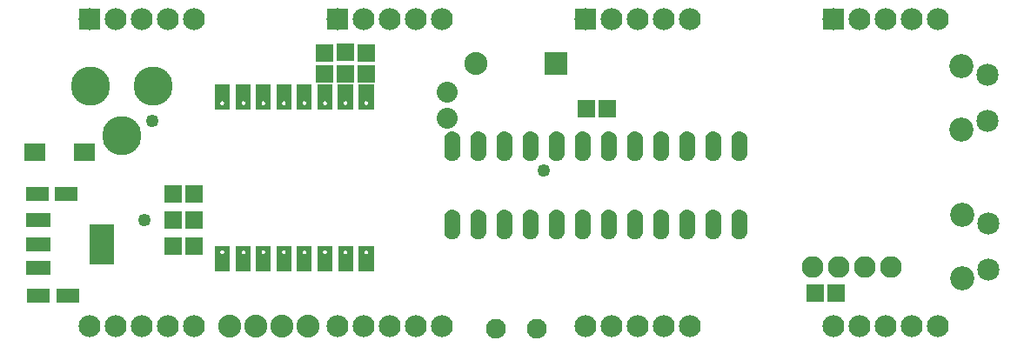
<source format=gts>
G04 MADE WITH FRITZING*
G04 WWW.FRITZING.ORG*
G04 DOUBLE SIDED*
G04 HOLES PLATED*
G04 CONTOUR ON CENTER OF CONTOUR VECTOR*
%ASAXBY*%
%FSLAX23Y23*%
%MOIN*%
%OFA0B0*%
%SFA1.0B1.0*%
%ADD10C,0.088000*%
%ADD11C,0.083666*%
%ADD12C,0.083069*%
%ADD13C,0.080000*%
%ADD14C,0.049370*%
%ADD15C,0.085000*%
%ADD16C,0.092677*%
%ADD17C,0.084000*%
%ADD18C,0.076000*%
%ADD19C,0.150000*%
%ADD20C,0.062000*%
%ADD21R,0.079685X0.067874*%
%ADD22R,0.088000X0.088000*%
%ADD23R,0.084000X0.084000*%
%ADD24R,0.098000X0.058000*%
%ADD25R,0.096614X0.151732*%
%ADD26R,0.088740X0.057244*%
%ADD27R,0.065118X0.069055*%
%ADD28R,0.069055X0.065118*%
%ADD29R,0.001000X0.001000*%
%LNMASK1*%
G90*
G70*
G54D10*
X2089Y1106D03*
X1782Y1106D03*
G54D11*
X3371Y328D03*
G54D12*
X3271Y328D03*
G54D11*
X3171Y328D03*
X3071Y328D03*
G54D13*
X1671Y898D03*
X1671Y998D03*
X1671Y898D03*
X1671Y998D03*
G54D14*
X541Y888D03*
X511Y508D03*
X2041Y698D03*
G54D15*
X3741Y887D03*
X3741Y1064D03*
G54D16*
X3640Y852D03*
X3640Y1096D03*
G54D15*
X3745Y318D03*
X3745Y495D03*
G54D16*
X3644Y283D03*
X3644Y527D03*
G54D17*
X3151Y1278D03*
X3251Y1278D03*
X3351Y1278D03*
X3451Y1278D03*
X3550Y1278D03*
X3251Y101D03*
X3351Y101D03*
X3451Y101D03*
X3550Y101D03*
X3151Y101D03*
X3151Y1278D03*
X3251Y1278D03*
X3351Y1278D03*
X3451Y1278D03*
X3550Y1278D03*
X3251Y101D03*
X3351Y101D03*
X3451Y101D03*
X3550Y101D03*
X3151Y101D03*
X2201Y1278D03*
X2301Y1278D03*
X2401Y1278D03*
X2501Y1278D03*
X2600Y1278D03*
X2301Y101D03*
X2401Y101D03*
X2501Y101D03*
X2600Y101D03*
X2201Y101D03*
X2201Y1278D03*
X2301Y1278D03*
X2401Y1278D03*
X2501Y1278D03*
X2600Y1278D03*
X2301Y101D03*
X2401Y101D03*
X2501Y101D03*
X2600Y101D03*
X2201Y101D03*
X1251Y1278D03*
X1351Y1278D03*
X1451Y1278D03*
X1551Y1278D03*
X1650Y1278D03*
X1351Y101D03*
X1451Y101D03*
X1551Y101D03*
X1650Y101D03*
X1251Y101D03*
X1251Y1278D03*
X1351Y1278D03*
X1451Y1278D03*
X1551Y1278D03*
X1650Y1278D03*
X1351Y101D03*
X1451Y101D03*
X1551Y101D03*
X1650Y101D03*
X1251Y101D03*
X301Y1278D03*
X401Y1278D03*
X501Y1278D03*
X601Y1278D03*
X700Y1278D03*
X401Y101D03*
X501Y101D03*
X601Y101D03*
X700Y101D03*
X301Y101D03*
X301Y1278D03*
X401Y1278D03*
X501Y1278D03*
X601Y1278D03*
X700Y1278D03*
X401Y101D03*
X501Y101D03*
X601Y101D03*
X700Y101D03*
X301Y101D03*
G54D18*
X1858Y90D03*
X2015Y90D03*
X1858Y90D03*
X2015Y90D03*
G54D19*
X544Y1020D03*
X304Y1020D03*
X424Y830D03*
G54D20*
X1691Y488D03*
X1791Y488D03*
X2291Y488D03*
X2391Y488D03*
X1891Y488D03*
X1991Y488D03*
X2191Y488D03*
X2091Y488D03*
X2491Y488D03*
X2491Y788D03*
X2391Y788D03*
X2291Y788D03*
X2191Y788D03*
X2091Y788D03*
X1991Y788D03*
X1891Y788D03*
X1791Y788D03*
X1691Y788D03*
X2591Y488D03*
X2691Y488D03*
X2791Y488D03*
X2791Y788D03*
X2691Y788D03*
X2591Y788D03*
X1691Y488D03*
X1791Y488D03*
X2291Y488D03*
X2391Y488D03*
X1891Y488D03*
X1991Y488D03*
X2191Y488D03*
X2091Y488D03*
X2491Y488D03*
X2491Y788D03*
X2391Y788D03*
X2291Y788D03*
X2191Y788D03*
X2091Y788D03*
X1991Y788D03*
X1891Y788D03*
X1791Y788D03*
X1691Y788D03*
X2591Y488D03*
X2691Y488D03*
X2791Y488D03*
X2791Y788D03*
X2691Y788D03*
X2591Y788D03*
G54D10*
X1138Y99D03*
X1038Y99D03*
X938Y99D03*
X838Y99D03*
G54D21*
X91Y768D03*
X280Y768D03*
G54D22*
X2089Y1106D03*
G54D23*
X3151Y1278D03*
X3151Y1278D03*
X2201Y1278D03*
X2201Y1278D03*
X1251Y1278D03*
X1251Y1278D03*
X301Y1278D03*
X301Y1278D03*
G54D24*
X105Y506D03*
X105Y415D03*
X105Y324D03*
G54D25*
X349Y415D03*
G54D26*
X106Y217D03*
X217Y217D03*
X211Y608D03*
X101Y608D03*
G54D27*
X2286Y935D03*
X2205Y935D03*
X621Y408D03*
X702Y408D03*
X3081Y228D03*
X3162Y228D03*
X621Y608D03*
X702Y608D03*
X621Y508D03*
X702Y508D03*
G54D28*
X1361Y1148D03*
X1361Y1067D03*
X1281Y1068D03*
X1281Y1149D03*
X1201Y1148D03*
X1201Y1067D03*
G54D29*
X781Y1028D02*
X837Y1028D01*
X862Y1028D02*
X918Y1028D01*
X939Y1028D02*
X995Y1028D01*
X1018Y1028D02*
X1073Y1028D01*
X1096Y1028D02*
X1152Y1028D01*
X1175Y1028D02*
X1231Y1028D01*
X1254Y1028D02*
X1310Y1028D01*
X1333Y1028D02*
X1388Y1028D01*
X781Y1027D02*
X837Y1027D01*
X862Y1027D02*
X918Y1027D01*
X939Y1027D02*
X995Y1027D01*
X1017Y1027D02*
X1074Y1027D01*
X1096Y1027D02*
X1152Y1027D01*
X1175Y1027D02*
X1231Y1027D01*
X1253Y1027D02*
X1310Y1027D01*
X1332Y1027D02*
X1389Y1027D01*
X781Y1026D02*
X837Y1026D01*
X862Y1026D02*
X918Y1026D01*
X939Y1026D02*
X995Y1026D01*
X1017Y1026D02*
X1074Y1026D01*
X1096Y1026D02*
X1152Y1026D01*
X1175Y1026D02*
X1231Y1026D01*
X1253Y1026D02*
X1310Y1026D01*
X1332Y1026D02*
X1389Y1026D01*
X781Y1025D02*
X837Y1025D01*
X862Y1025D02*
X918Y1025D01*
X939Y1025D02*
X995Y1025D01*
X1017Y1025D02*
X1074Y1025D01*
X1096Y1025D02*
X1152Y1025D01*
X1175Y1025D02*
X1231Y1025D01*
X1253Y1025D02*
X1310Y1025D01*
X1332Y1025D02*
X1389Y1025D01*
X781Y1024D02*
X837Y1024D01*
X862Y1024D02*
X918Y1024D01*
X939Y1024D02*
X995Y1024D01*
X1017Y1024D02*
X1074Y1024D01*
X1096Y1024D02*
X1152Y1024D01*
X1175Y1024D02*
X1231Y1024D01*
X1253Y1024D02*
X1310Y1024D01*
X1332Y1024D02*
X1389Y1024D01*
X781Y1023D02*
X837Y1023D01*
X862Y1023D02*
X918Y1023D01*
X939Y1023D02*
X995Y1023D01*
X1017Y1023D02*
X1074Y1023D01*
X1096Y1023D02*
X1152Y1023D01*
X1175Y1023D02*
X1231Y1023D01*
X1253Y1023D02*
X1310Y1023D01*
X1332Y1023D02*
X1389Y1023D01*
X781Y1022D02*
X837Y1022D01*
X862Y1022D02*
X918Y1022D01*
X939Y1022D02*
X995Y1022D01*
X1017Y1022D02*
X1074Y1022D01*
X1096Y1022D02*
X1152Y1022D01*
X1175Y1022D02*
X1231Y1022D01*
X1253Y1022D02*
X1310Y1022D01*
X1332Y1022D02*
X1389Y1022D01*
X781Y1021D02*
X837Y1021D01*
X862Y1021D02*
X918Y1021D01*
X939Y1021D02*
X995Y1021D01*
X1017Y1021D02*
X1074Y1021D01*
X1096Y1021D02*
X1152Y1021D01*
X1175Y1021D02*
X1231Y1021D01*
X1253Y1021D02*
X1310Y1021D01*
X1332Y1021D02*
X1389Y1021D01*
X781Y1020D02*
X837Y1020D01*
X862Y1020D02*
X918Y1020D01*
X939Y1020D02*
X995Y1020D01*
X1017Y1020D02*
X1074Y1020D01*
X1096Y1020D02*
X1152Y1020D01*
X1175Y1020D02*
X1231Y1020D01*
X1253Y1020D02*
X1310Y1020D01*
X1332Y1020D02*
X1389Y1020D01*
X781Y1019D02*
X837Y1019D01*
X862Y1019D02*
X918Y1019D01*
X939Y1019D02*
X995Y1019D01*
X1017Y1019D02*
X1074Y1019D01*
X1096Y1019D02*
X1152Y1019D01*
X1175Y1019D02*
X1231Y1019D01*
X1253Y1019D02*
X1310Y1019D01*
X1332Y1019D02*
X1389Y1019D01*
X781Y1018D02*
X837Y1018D01*
X862Y1018D02*
X918Y1018D01*
X939Y1018D02*
X995Y1018D01*
X1017Y1018D02*
X1074Y1018D01*
X1096Y1018D02*
X1152Y1018D01*
X1175Y1018D02*
X1231Y1018D01*
X1253Y1018D02*
X1310Y1018D01*
X1332Y1018D02*
X1389Y1018D01*
X781Y1017D02*
X837Y1017D01*
X862Y1017D02*
X918Y1017D01*
X939Y1017D02*
X995Y1017D01*
X1017Y1017D02*
X1074Y1017D01*
X1096Y1017D02*
X1152Y1017D01*
X1175Y1017D02*
X1231Y1017D01*
X1253Y1017D02*
X1310Y1017D01*
X1332Y1017D02*
X1389Y1017D01*
X781Y1016D02*
X837Y1016D01*
X862Y1016D02*
X918Y1016D01*
X939Y1016D02*
X995Y1016D01*
X1017Y1016D02*
X1074Y1016D01*
X1096Y1016D02*
X1152Y1016D01*
X1175Y1016D02*
X1231Y1016D01*
X1253Y1016D02*
X1310Y1016D01*
X1332Y1016D02*
X1389Y1016D01*
X781Y1015D02*
X837Y1015D01*
X862Y1015D02*
X918Y1015D01*
X939Y1015D02*
X995Y1015D01*
X1017Y1015D02*
X1074Y1015D01*
X1096Y1015D02*
X1152Y1015D01*
X1175Y1015D02*
X1231Y1015D01*
X1253Y1015D02*
X1310Y1015D01*
X1332Y1015D02*
X1389Y1015D01*
X781Y1014D02*
X837Y1014D01*
X862Y1014D02*
X918Y1014D01*
X939Y1014D02*
X995Y1014D01*
X1017Y1014D02*
X1074Y1014D01*
X1096Y1014D02*
X1152Y1014D01*
X1175Y1014D02*
X1231Y1014D01*
X1253Y1014D02*
X1310Y1014D01*
X1332Y1014D02*
X1389Y1014D01*
X781Y1013D02*
X837Y1013D01*
X862Y1013D02*
X918Y1013D01*
X939Y1013D02*
X995Y1013D01*
X1017Y1013D02*
X1074Y1013D01*
X1096Y1013D02*
X1152Y1013D01*
X1175Y1013D02*
X1231Y1013D01*
X1253Y1013D02*
X1310Y1013D01*
X1332Y1013D02*
X1389Y1013D01*
X781Y1012D02*
X837Y1012D01*
X862Y1012D02*
X918Y1012D01*
X939Y1012D02*
X995Y1012D01*
X1017Y1012D02*
X1074Y1012D01*
X1096Y1012D02*
X1152Y1012D01*
X1175Y1012D02*
X1231Y1012D01*
X1253Y1012D02*
X1310Y1012D01*
X1332Y1012D02*
X1389Y1012D01*
X781Y1011D02*
X837Y1011D01*
X862Y1011D02*
X918Y1011D01*
X939Y1011D02*
X995Y1011D01*
X1017Y1011D02*
X1074Y1011D01*
X1096Y1011D02*
X1152Y1011D01*
X1175Y1011D02*
X1231Y1011D01*
X1253Y1011D02*
X1310Y1011D01*
X1332Y1011D02*
X1389Y1011D01*
X781Y1010D02*
X837Y1010D01*
X862Y1010D02*
X918Y1010D01*
X939Y1010D02*
X995Y1010D01*
X1017Y1010D02*
X1074Y1010D01*
X1096Y1010D02*
X1152Y1010D01*
X1175Y1010D02*
X1231Y1010D01*
X1253Y1010D02*
X1310Y1010D01*
X1332Y1010D02*
X1389Y1010D01*
X781Y1009D02*
X837Y1009D01*
X862Y1009D02*
X918Y1009D01*
X939Y1009D02*
X995Y1009D01*
X1017Y1009D02*
X1074Y1009D01*
X1096Y1009D02*
X1152Y1009D01*
X1175Y1009D02*
X1231Y1009D01*
X1253Y1009D02*
X1310Y1009D01*
X1332Y1009D02*
X1389Y1009D01*
X781Y1008D02*
X837Y1008D01*
X862Y1008D02*
X918Y1008D01*
X939Y1008D02*
X995Y1008D01*
X1017Y1008D02*
X1074Y1008D01*
X1096Y1008D02*
X1152Y1008D01*
X1175Y1008D02*
X1231Y1008D01*
X1253Y1008D02*
X1310Y1008D01*
X1332Y1008D02*
X1389Y1008D01*
X781Y1007D02*
X837Y1007D01*
X862Y1007D02*
X918Y1007D01*
X939Y1007D02*
X995Y1007D01*
X1017Y1007D02*
X1074Y1007D01*
X1096Y1007D02*
X1152Y1007D01*
X1175Y1007D02*
X1231Y1007D01*
X1253Y1007D02*
X1310Y1007D01*
X1332Y1007D02*
X1389Y1007D01*
X781Y1006D02*
X837Y1006D01*
X862Y1006D02*
X918Y1006D01*
X939Y1006D02*
X995Y1006D01*
X1017Y1006D02*
X1074Y1006D01*
X1096Y1006D02*
X1152Y1006D01*
X1175Y1006D02*
X1231Y1006D01*
X1253Y1006D02*
X1310Y1006D01*
X1332Y1006D02*
X1389Y1006D01*
X781Y1005D02*
X837Y1005D01*
X862Y1005D02*
X918Y1005D01*
X939Y1005D02*
X995Y1005D01*
X1017Y1005D02*
X1074Y1005D01*
X1096Y1005D02*
X1152Y1005D01*
X1175Y1005D02*
X1231Y1005D01*
X1253Y1005D02*
X1310Y1005D01*
X1332Y1005D02*
X1389Y1005D01*
X781Y1004D02*
X837Y1004D01*
X862Y1004D02*
X918Y1004D01*
X939Y1004D02*
X995Y1004D01*
X1017Y1004D02*
X1074Y1004D01*
X1096Y1004D02*
X1152Y1004D01*
X1175Y1004D02*
X1231Y1004D01*
X1253Y1004D02*
X1310Y1004D01*
X1332Y1004D02*
X1389Y1004D01*
X781Y1003D02*
X837Y1003D01*
X862Y1003D02*
X918Y1003D01*
X939Y1003D02*
X995Y1003D01*
X1017Y1003D02*
X1074Y1003D01*
X1096Y1003D02*
X1152Y1003D01*
X1175Y1003D02*
X1231Y1003D01*
X1253Y1003D02*
X1310Y1003D01*
X1332Y1003D02*
X1389Y1003D01*
X781Y1002D02*
X837Y1002D01*
X862Y1002D02*
X918Y1002D01*
X939Y1002D02*
X995Y1002D01*
X1017Y1002D02*
X1074Y1002D01*
X1096Y1002D02*
X1152Y1002D01*
X1175Y1002D02*
X1231Y1002D01*
X1253Y1002D02*
X1310Y1002D01*
X1332Y1002D02*
X1389Y1002D01*
X781Y1001D02*
X837Y1001D01*
X862Y1001D02*
X918Y1001D01*
X939Y1001D02*
X995Y1001D01*
X1017Y1001D02*
X1074Y1001D01*
X1096Y1001D02*
X1152Y1001D01*
X1175Y1001D02*
X1231Y1001D01*
X1253Y1001D02*
X1310Y1001D01*
X1332Y1001D02*
X1389Y1001D01*
X781Y1000D02*
X837Y1000D01*
X862Y1000D02*
X918Y1000D01*
X939Y1000D02*
X995Y1000D01*
X1017Y1000D02*
X1074Y1000D01*
X1096Y1000D02*
X1152Y1000D01*
X1175Y1000D02*
X1231Y1000D01*
X1253Y1000D02*
X1310Y1000D01*
X1332Y1000D02*
X1389Y1000D01*
X781Y999D02*
X837Y999D01*
X862Y999D02*
X918Y999D01*
X939Y999D02*
X995Y999D01*
X1017Y999D02*
X1074Y999D01*
X1096Y999D02*
X1152Y999D01*
X1175Y999D02*
X1231Y999D01*
X1253Y999D02*
X1310Y999D01*
X1332Y999D02*
X1389Y999D01*
X781Y998D02*
X837Y998D01*
X862Y998D02*
X918Y998D01*
X939Y998D02*
X995Y998D01*
X1017Y998D02*
X1074Y998D01*
X1096Y998D02*
X1152Y998D01*
X1175Y998D02*
X1231Y998D01*
X1253Y998D02*
X1310Y998D01*
X1332Y998D02*
X1389Y998D01*
X781Y997D02*
X837Y997D01*
X862Y997D02*
X918Y997D01*
X939Y997D02*
X995Y997D01*
X1017Y997D02*
X1074Y997D01*
X1096Y997D02*
X1152Y997D01*
X1175Y997D02*
X1231Y997D01*
X1253Y997D02*
X1310Y997D01*
X1332Y997D02*
X1389Y997D01*
X781Y996D02*
X837Y996D01*
X862Y996D02*
X918Y996D01*
X939Y996D02*
X995Y996D01*
X1017Y996D02*
X1074Y996D01*
X1096Y996D02*
X1152Y996D01*
X1175Y996D02*
X1231Y996D01*
X1253Y996D02*
X1310Y996D01*
X1332Y996D02*
X1389Y996D01*
X781Y995D02*
X837Y995D01*
X862Y995D02*
X918Y995D01*
X939Y995D02*
X995Y995D01*
X1017Y995D02*
X1074Y995D01*
X1096Y995D02*
X1152Y995D01*
X1175Y995D02*
X1231Y995D01*
X1253Y995D02*
X1310Y995D01*
X1332Y995D02*
X1389Y995D01*
X781Y994D02*
X837Y994D01*
X862Y994D02*
X918Y994D01*
X939Y994D02*
X995Y994D01*
X1017Y994D02*
X1074Y994D01*
X1096Y994D02*
X1152Y994D01*
X1175Y994D02*
X1231Y994D01*
X1253Y994D02*
X1310Y994D01*
X1332Y994D02*
X1389Y994D01*
X781Y993D02*
X837Y993D01*
X862Y993D02*
X918Y993D01*
X939Y993D02*
X995Y993D01*
X1017Y993D02*
X1074Y993D01*
X1096Y993D02*
X1152Y993D01*
X1175Y993D02*
X1231Y993D01*
X1253Y993D02*
X1310Y993D01*
X1332Y993D02*
X1389Y993D01*
X781Y992D02*
X837Y992D01*
X862Y992D02*
X918Y992D01*
X939Y992D02*
X995Y992D01*
X1017Y992D02*
X1074Y992D01*
X1096Y992D02*
X1152Y992D01*
X1175Y992D02*
X1231Y992D01*
X1253Y992D02*
X1310Y992D01*
X1332Y992D02*
X1389Y992D01*
X781Y991D02*
X837Y991D01*
X862Y991D02*
X918Y991D01*
X939Y991D02*
X995Y991D01*
X1017Y991D02*
X1074Y991D01*
X1096Y991D02*
X1152Y991D01*
X1175Y991D02*
X1231Y991D01*
X1253Y991D02*
X1310Y991D01*
X1332Y991D02*
X1389Y991D01*
X781Y990D02*
X837Y990D01*
X862Y990D02*
X918Y990D01*
X939Y990D02*
X995Y990D01*
X1017Y990D02*
X1074Y990D01*
X1096Y990D02*
X1152Y990D01*
X1175Y990D02*
X1231Y990D01*
X1253Y990D02*
X1310Y990D01*
X1332Y990D02*
X1389Y990D01*
X781Y989D02*
X837Y989D01*
X862Y989D02*
X918Y989D01*
X939Y989D02*
X995Y989D01*
X1017Y989D02*
X1074Y989D01*
X1096Y989D02*
X1152Y989D01*
X1175Y989D02*
X1231Y989D01*
X1253Y989D02*
X1310Y989D01*
X1332Y989D02*
X1389Y989D01*
X781Y988D02*
X837Y988D01*
X862Y988D02*
X918Y988D01*
X939Y988D02*
X995Y988D01*
X1017Y988D02*
X1074Y988D01*
X1096Y988D02*
X1152Y988D01*
X1175Y988D02*
X1231Y988D01*
X1253Y988D02*
X1310Y988D01*
X1332Y988D02*
X1389Y988D01*
X781Y987D02*
X837Y987D01*
X862Y987D02*
X918Y987D01*
X939Y987D02*
X995Y987D01*
X1017Y987D02*
X1074Y987D01*
X1096Y987D02*
X1152Y987D01*
X1175Y987D02*
X1231Y987D01*
X1253Y987D02*
X1310Y987D01*
X1332Y987D02*
X1389Y987D01*
X781Y986D02*
X837Y986D01*
X862Y986D02*
X918Y986D01*
X939Y986D02*
X995Y986D01*
X1017Y986D02*
X1074Y986D01*
X1096Y986D02*
X1152Y986D01*
X1175Y986D02*
X1231Y986D01*
X1253Y986D02*
X1310Y986D01*
X1332Y986D02*
X1389Y986D01*
X781Y985D02*
X837Y985D01*
X862Y985D02*
X918Y985D01*
X939Y985D02*
X995Y985D01*
X1017Y985D02*
X1074Y985D01*
X1096Y985D02*
X1152Y985D01*
X1175Y985D02*
X1231Y985D01*
X1253Y985D02*
X1310Y985D01*
X1332Y985D02*
X1389Y985D01*
X781Y984D02*
X837Y984D01*
X862Y984D02*
X918Y984D01*
X939Y984D02*
X995Y984D01*
X1017Y984D02*
X1074Y984D01*
X1096Y984D02*
X1152Y984D01*
X1175Y984D02*
X1231Y984D01*
X1253Y984D02*
X1310Y984D01*
X1332Y984D02*
X1389Y984D01*
X781Y983D02*
X837Y983D01*
X862Y983D02*
X918Y983D01*
X939Y983D02*
X995Y983D01*
X1017Y983D02*
X1074Y983D01*
X1096Y983D02*
X1152Y983D01*
X1175Y983D02*
X1231Y983D01*
X1253Y983D02*
X1310Y983D01*
X1332Y983D02*
X1389Y983D01*
X781Y982D02*
X837Y982D01*
X862Y982D02*
X918Y982D01*
X939Y982D02*
X995Y982D01*
X1017Y982D02*
X1074Y982D01*
X1096Y982D02*
X1152Y982D01*
X1175Y982D02*
X1231Y982D01*
X1253Y982D02*
X1310Y982D01*
X1332Y982D02*
X1389Y982D01*
X781Y981D02*
X837Y981D01*
X862Y981D02*
X918Y981D01*
X939Y981D02*
X995Y981D01*
X1017Y981D02*
X1074Y981D01*
X1096Y981D02*
X1152Y981D01*
X1175Y981D02*
X1231Y981D01*
X1253Y981D02*
X1310Y981D01*
X1332Y981D02*
X1389Y981D01*
X781Y980D02*
X837Y980D01*
X862Y980D02*
X918Y980D01*
X939Y980D02*
X995Y980D01*
X1017Y980D02*
X1074Y980D01*
X1096Y980D02*
X1152Y980D01*
X1175Y980D02*
X1231Y980D01*
X1253Y980D02*
X1310Y980D01*
X1332Y980D02*
X1389Y980D01*
X781Y979D02*
X837Y979D01*
X862Y979D02*
X918Y979D01*
X939Y979D02*
X995Y979D01*
X1017Y979D02*
X1074Y979D01*
X1096Y979D02*
X1152Y979D01*
X1175Y979D02*
X1231Y979D01*
X1253Y979D02*
X1310Y979D01*
X1332Y979D02*
X1389Y979D01*
X781Y978D02*
X837Y978D01*
X862Y978D02*
X918Y978D01*
X939Y978D02*
X995Y978D01*
X1017Y978D02*
X1074Y978D01*
X1096Y978D02*
X1152Y978D01*
X1175Y978D02*
X1231Y978D01*
X1253Y978D02*
X1310Y978D01*
X1332Y978D02*
X1389Y978D01*
X781Y977D02*
X837Y977D01*
X862Y977D02*
X918Y977D01*
X939Y977D02*
X995Y977D01*
X1017Y977D02*
X1074Y977D01*
X1096Y977D02*
X1152Y977D01*
X1175Y977D02*
X1231Y977D01*
X1253Y977D02*
X1310Y977D01*
X1332Y977D02*
X1389Y977D01*
X781Y976D02*
X837Y976D01*
X862Y976D02*
X918Y976D01*
X939Y976D02*
X995Y976D01*
X1017Y976D02*
X1074Y976D01*
X1096Y976D02*
X1152Y976D01*
X1175Y976D02*
X1231Y976D01*
X1253Y976D02*
X1310Y976D01*
X1332Y976D02*
X1389Y976D01*
X781Y975D02*
X837Y975D01*
X862Y975D02*
X918Y975D01*
X939Y975D02*
X995Y975D01*
X1017Y975D02*
X1074Y975D01*
X1096Y975D02*
X1152Y975D01*
X1175Y975D02*
X1231Y975D01*
X1253Y975D02*
X1310Y975D01*
X1332Y975D02*
X1389Y975D01*
X781Y974D02*
X837Y974D01*
X862Y974D02*
X918Y974D01*
X939Y974D02*
X995Y974D01*
X1017Y974D02*
X1074Y974D01*
X1096Y974D02*
X1152Y974D01*
X1175Y974D02*
X1231Y974D01*
X1253Y974D02*
X1310Y974D01*
X1332Y974D02*
X1389Y974D01*
X781Y973D02*
X837Y973D01*
X862Y973D02*
X918Y973D01*
X939Y973D02*
X995Y973D01*
X1017Y973D02*
X1074Y973D01*
X1096Y973D02*
X1152Y973D01*
X1175Y973D02*
X1231Y973D01*
X1253Y973D02*
X1310Y973D01*
X1332Y973D02*
X1389Y973D01*
X781Y972D02*
X837Y972D01*
X862Y972D02*
X918Y972D01*
X939Y972D02*
X995Y972D01*
X1017Y972D02*
X1074Y972D01*
X1096Y972D02*
X1152Y972D01*
X1175Y972D02*
X1231Y972D01*
X1253Y972D02*
X1310Y972D01*
X1332Y972D02*
X1389Y972D01*
X781Y971D02*
X837Y971D01*
X862Y971D02*
X918Y971D01*
X939Y971D02*
X995Y971D01*
X1017Y971D02*
X1074Y971D01*
X1096Y971D02*
X1152Y971D01*
X1175Y971D02*
X1231Y971D01*
X1253Y971D02*
X1310Y971D01*
X1332Y971D02*
X1389Y971D01*
X781Y970D02*
X837Y970D01*
X862Y970D02*
X918Y970D01*
X939Y970D02*
X995Y970D01*
X1017Y970D02*
X1074Y970D01*
X1096Y970D02*
X1152Y970D01*
X1175Y970D02*
X1231Y970D01*
X1253Y970D02*
X1310Y970D01*
X1332Y970D02*
X1389Y970D01*
X781Y969D02*
X837Y969D01*
X862Y969D02*
X918Y969D01*
X939Y969D02*
X995Y969D01*
X1017Y969D02*
X1074Y969D01*
X1096Y969D02*
X1152Y969D01*
X1175Y969D02*
X1231Y969D01*
X1253Y969D02*
X1310Y969D01*
X1332Y969D02*
X1389Y969D01*
X781Y968D02*
X837Y968D01*
X862Y968D02*
X918Y968D01*
X939Y968D02*
X995Y968D01*
X1017Y968D02*
X1074Y968D01*
X1096Y968D02*
X1152Y968D01*
X1175Y968D02*
X1231Y968D01*
X1253Y968D02*
X1310Y968D01*
X1332Y968D02*
X1389Y968D01*
X781Y967D02*
X837Y967D01*
X862Y967D02*
X918Y967D01*
X939Y967D02*
X995Y967D01*
X1017Y967D02*
X1074Y967D01*
X1096Y967D02*
X1152Y967D01*
X1175Y967D02*
X1231Y967D01*
X1253Y967D02*
X1310Y967D01*
X1332Y967D02*
X1389Y967D01*
X781Y966D02*
X837Y966D01*
X862Y966D02*
X918Y966D01*
X939Y966D02*
X995Y966D01*
X1017Y966D02*
X1074Y966D01*
X1096Y966D02*
X1152Y966D01*
X1175Y966D02*
X1231Y966D01*
X1253Y966D02*
X1310Y966D01*
X1332Y966D02*
X1389Y966D01*
X781Y965D02*
X837Y965D01*
X862Y965D02*
X918Y965D01*
X939Y965D02*
X995Y965D01*
X1017Y965D02*
X1074Y965D01*
X1096Y965D02*
X1152Y965D01*
X1175Y965D02*
X1231Y965D01*
X1253Y965D02*
X1310Y965D01*
X1332Y965D02*
X1389Y965D01*
X781Y964D02*
X837Y964D01*
X862Y964D02*
X918Y964D01*
X939Y964D02*
X995Y964D01*
X1017Y964D02*
X1074Y964D01*
X1096Y964D02*
X1152Y964D01*
X1175Y964D02*
X1231Y964D01*
X1253Y964D02*
X1310Y964D01*
X1332Y964D02*
X1389Y964D01*
X781Y963D02*
X837Y963D01*
X862Y963D02*
X918Y963D01*
X939Y963D02*
X995Y963D01*
X1017Y963D02*
X1074Y963D01*
X1096Y963D02*
X1152Y963D01*
X1175Y963D02*
X1231Y963D01*
X1253Y963D02*
X1310Y963D01*
X1332Y963D02*
X1389Y963D01*
X781Y962D02*
X807Y962D01*
X811Y962D02*
X837Y962D01*
X862Y962D02*
X888Y962D01*
X892Y962D02*
X918Y962D01*
X939Y962D02*
X965Y962D01*
X969Y962D02*
X995Y962D01*
X1017Y962D02*
X1043Y962D01*
X1047Y962D02*
X1074Y962D01*
X1096Y962D02*
X1122Y962D01*
X1126Y962D02*
X1152Y962D01*
X1175Y962D02*
X1201Y962D01*
X1205Y962D02*
X1231Y962D01*
X1253Y962D02*
X1279Y962D01*
X1284Y962D02*
X1310Y962D01*
X1332Y962D02*
X1358Y962D01*
X1363Y962D02*
X1389Y962D01*
X781Y961D02*
X805Y961D01*
X814Y961D02*
X837Y961D01*
X862Y961D02*
X886Y961D01*
X895Y961D02*
X918Y961D01*
X939Y961D02*
X962Y961D01*
X971Y961D02*
X995Y961D01*
X1017Y961D02*
X1041Y961D01*
X1050Y961D02*
X1074Y961D01*
X1096Y961D02*
X1120Y961D01*
X1129Y961D02*
X1152Y961D01*
X1175Y961D02*
X1198Y961D01*
X1207Y961D02*
X1231Y961D01*
X1253Y961D02*
X1277Y961D01*
X1286Y961D02*
X1310Y961D01*
X1332Y961D02*
X1356Y961D01*
X1365Y961D02*
X1389Y961D01*
X781Y960D02*
X804Y960D01*
X815Y960D02*
X837Y960D01*
X862Y960D02*
X885Y960D01*
X896Y960D02*
X918Y960D01*
X939Y960D02*
X961Y960D01*
X972Y960D02*
X995Y960D01*
X1017Y960D02*
X1040Y960D01*
X1051Y960D02*
X1074Y960D01*
X1096Y960D02*
X1119Y960D01*
X1130Y960D02*
X1152Y960D01*
X1175Y960D02*
X1197Y960D01*
X1208Y960D02*
X1231Y960D01*
X1253Y960D02*
X1276Y960D01*
X1287Y960D02*
X1310Y960D01*
X1332Y960D02*
X1355Y960D01*
X1366Y960D02*
X1389Y960D01*
X781Y959D02*
X803Y959D01*
X816Y959D02*
X837Y959D01*
X862Y959D02*
X884Y959D01*
X897Y959D02*
X918Y959D01*
X939Y959D02*
X960Y959D01*
X973Y959D02*
X995Y959D01*
X1017Y959D02*
X1039Y959D01*
X1052Y959D02*
X1074Y959D01*
X1096Y959D02*
X1118Y959D01*
X1131Y959D02*
X1152Y959D01*
X1175Y959D02*
X1196Y959D01*
X1209Y959D02*
X1231Y959D01*
X1253Y959D02*
X1275Y959D01*
X1288Y959D02*
X1310Y959D01*
X1332Y959D02*
X1354Y959D01*
X1367Y959D02*
X1389Y959D01*
X781Y958D02*
X802Y958D01*
X816Y958D02*
X837Y958D01*
X862Y958D02*
X883Y958D01*
X897Y958D02*
X918Y958D01*
X939Y958D02*
X960Y958D01*
X974Y958D02*
X995Y958D01*
X1017Y958D02*
X1038Y958D01*
X1052Y958D02*
X1074Y958D01*
X1096Y958D02*
X1117Y958D01*
X1131Y958D02*
X1152Y958D01*
X1175Y958D02*
X1196Y958D01*
X1210Y958D02*
X1231Y958D01*
X1253Y958D02*
X1275Y958D01*
X1289Y958D02*
X1310Y958D01*
X1332Y958D02*
X1353Y958D01*
X1368Y958D02*
X1389Y958D01*
X781Y957D02*
X802Y957D01*
X817Y957D02*
X837Y957D01*
X862Y957D02*
X883Y957D01*
X898Y957D02*
X918Y957D01*
X939Y957D02*
X959Y957D01*
X974Y957D02*
X995Y957D01*
X1017Y957D02*
X1038Y957D01*
X1053Y957D02*
X1074Y957D01*
X1096Y957D02*
X1117Y957D01*
X1132Y957D02*
X1152Y957D01*
X1175Y957D02*
X1195Y957D01*
X1210Y957D02*
X1231Y957D01*
X1253Y957D02*
X1274Y957D01*
X1289Y957D02*
X1310Y957D01*
X1332Y957D02*
X1353Y957D01*
X1368Y957D02*
X1389Y957D01*
X781Y956D02*
X802Y956D01*
X817Y956D02*
X837Y956D01*
X862Y956D02*
X883Y956D01*
X898Y956D02*
X918Y956D01*
X939Y956D02*
X959Y956D01*
X974Y956D02*
X995Y956D01*
X1017Y956D02*
X1038Y956D01*
X1053Y956D02*
X1074Y956D01*
X1096Y956D02*
X1117Y956D01*
X1132Y956D02*
X1152Y956D01*
X1175Y956D02*
X1195Y956D01*
X1210Y956D02*
X1231Y956D01*
X1253Y956D02*
X1274Y956D01*
X1289Y956D02*
X1310Y956D01*
X1332Y956D02*
X1353Y956D01*
X1368Y956D02*
X1389Y956D01*
X781Y955D02*
X802Y955D01*
X817Y955D02*
X837Y955D01*
X862Y955D02*
X883Y955D01*
X898Y955D02*
X918Y955D01*
X939Y955D02*
X959Y955D01*
X974Y955D02*
X995Y955D01*
X1017Y955D02*
X1038Y955D01*
X1053Y955D02*
X1074Y955D01*
X1096Y955D02*
X1117Y955D01*
X1132Y955D02*
X1152Y955D01*
X1175Y955D02*
X1195Y955D01*
X1210Y955D02*
X1231Y955D01*
X1253Y955D02*
X1274Y955D01*
X1289Y955D02*
X1310Y955D01*
X1332Y955D02*
X1353Y955D01*
X1368Y955D02*
X1389Y955D01*
X781Y954D02*
X802Y954D01*
X817Y954D02*
X837Y954D01*
X862Y954D02*
X883Y954D01*
X898Y954D02*
X918Y954D01*
X939Y954D02*
X959Y954D01*
X974Y954D02*
X995Y954D01*
X1017Y954D02*
X1038Y954D01*
X1053Y954D02*
X1074Y954D01*
X1096Y954D02*
X1117Y954D01*
X1132Y954D02*
X1152Y954D01*
X1175Y954D02*
X1195Y954D01*
X1210Y954D02*
X1231Y954D01*
X1253Y954D02*
X1274Y954D01*
X1289Y954D02*
X1310Y954D01*
X1332Y954D02*
X1353Y954D01*
X1368Y954D02*
X1389Y954D01*
X781Y953D02*
X802Y953D01*
X817Y953D02*
X837Y953D01*
X862Y953D02*
X883Y953D01*
X898Y953D02*
X918Y953D01*
X939Y953D02*
X959Y953D01*
X974Y953D02*
X995Y953D01*
X1017Y953D02*
X1038Y953D01*
X1053Y953D02*
X1074Y953D01*
X1096Y953D02*
X1117Y953D01*
X1132Y953D02*
X1152Y953D01*
X1175Y953D02*
X1195Y953D01*
X1210Y953D02*
X1231Y953D01*
X1253Y953D02*
X1274Y953D01*
X1289Y953D02*
X1310Y953D01*
X1332Y953D02*
X1353Y953D01*
X1368Y953D02*
X1389Y953D01*
X781Y952D02*
X802Y952D01*
X816Y952D02*
X837Y952D01*
X862Y952D02*
X883Y952D01*
X897Y952D02*
X918Y952D01*
X939Y952D02*
X960Y952D01*
X974Y952D02*
X995Y952D01*
X1017Y952D02*
X1038Y952D01*
X1052Y952D02*
X1074Y952D01*
X1096Y952D02*
X1117Y952D01*
X1131Y952D02*
X1152Y952D01*
X1175Y952D02*
X1196Y952D01*
X1210Y952D02*
X1231Y952D01*
X1253Y952D02*
X1275Y952D01*
X1289Y952D02*
X1310Y952D01*
X1332Y952D02*
X1353Y952D01*
X1368Y952D02*
X1389Y952D01*
X781Y951D02*
X803Y951D01*
X816Y951D02*
X837Y951D01*
X862Y951D02*
X884Y951D01*
X897Y951D02*
X918Y951D01*
X939Y951D02*
X960Y951D01*
X973Y951D02*
X995Y951D01*
X1017Y951D02*
X1039Y951D01*
X1052Y951D02*
X1074Y951D01*
X1096Y951D02*
X1118Y951D01*
X1131Y951D02*
X1152Y951D01*
X1175Y951D02*
X1196Y951D01*
X1209Y951D02*
X1231Y951D01*
X1253Y951D02*
X1275Y951D01*
X1288Y951D02*
X1310Y951D01*
X1332Y951D02*
X1354Y951D01*
X1367Y951D02*
X1389Y951D01*
X781Y950D02*
X804Y950D01*
X815Y950D02*
X837Y950D01*
X862Y950D02*
X885Y950D01*
X896Y950D02*
X918Y950D01*
X939Y950D02*
X961Y950D01*
X972Y950D02*
X995Y950D01*
X1017Y950D02*
X1040Y950D01*
X1051Y950D02*
X1074Y950D01*
X1096Y950D02*
X1119Y950D01*
X1130Y950D02*
X1152Y950D01*
X1175Y950D02*
X1197Y950D01*
X1208Y950D02*
X1231Y950D01*
X1253Y950D02*
X1276Y950D01*
X1287Y950D02*
X1310Y950D01*
X1332Y950D02*
X1355Y950D01*
X1366Y950D02*
X1389Y950D01*
X781Y949D02*
X805Y949D01*
X814Y949D02*
X837Y949D01*
X862Y949D02*
X886Y949D01*
X895Y949D02*
X918Y949D01*
X939Y949D02*
X962Y949D01*
X971Y949D02*
X995Y949D01*
X1017Y949D02*
X1041Y949D01*
X1050Y949D02*
X1074Y949D01*
X1096Y949D02*
X1120Y949D01*
X1129Y949D02*
X1152Y949D01*
X1175Y949D02*
X1198Y949D01*
X1207Y949D02*
X1231Y949D01*
X1253Y949D02*
X1277Y949D01*
X1286Y949D02*
X1310Y949D01*
X1332Y949D02*
X1356Y949D01*
X1365Y949D02*
X1389Y949D01*
X781Y948D02*
X807Y948D01*
X811Y948D02*
X837Y948D01*
X862Y948D02*
X888Y948D01*
X892Y948D02*
X918Y948D01*
X939Y948D02*
X965Y948D01*
X969Y948D02*
X995Y948D01*
X1017Y948D02*
X1043Y948D01*
X1048Y948D02*
X1074Y948D01*
X1096Y948D02*
X1122Y948D01*
X1126Y948D02*
X1152Y948D01*
X1175Y948D02*
X1201Y948D01*
X1205Y948D02*
X1231Y948D01*
X1253Y948D02*
X1280Y948D01*
X1283Y948D02*
X1310Y948D01*
X1332Y948D02*
X1359Y948D01*
X1362Y948D02*
X1389Y948D01*
X781Y947D02*
X837Y947D01*
X862Y947D02*
X918Y947D01*
X939Y947D02*
X995Y947D01*
X1017Y947D02*
X1074Y947D01*
X1096Y947D02*
X1152Y947D01*
X1175Y947D02*
X1231Y947D01*
X1253Y947D02*
X1310Y947D01*
X1332Y947D02*
X1389Y947D01*
X781Y946D02*
X837Y946D01*
X862Y946D02*
X918Y946D01*
X939Y946D02*
X995Y946D01*
X1017Y946D02*
X1074Y946D01*
X1096Y946D02*
X1152Y946D01*
X1175Y946D02*
X1231Y946D01*
X1253Y946D02*
X1310Y946D01*
X1332Y946D02*
X1389Y946D01*
X781Y945D02*
X837Y945D01*
X862Y945D02*
X918Y945D01*
X939Y945D02*
X995Y945D01*
X1017Y945D02*
X1074Y945D01*
X1096Y945D02*
X1152Y945D01*
X1175Y945D02*
X1231Y945D01*
X1253Y945D02*
X1310Y945D01*
X1332Y945D02*
X1389Y945D01*
X781Y944D02*
X837Y944D01*
X862Y944D02*
X918Y944D01*
X939Y944D02*
X995Y944D01*
X1017Y944D02*
X1074Y944D01*
X1096Y944D02*
X1152Y944D01*
X1175Y944D02*
X1231Y944D01*
X1253Y944D02*
X1310Y944D01*
X1332Y944D02*
X1389Y944D01*
X781Y943D02*
X837Y943D01*
X862Y943D02*
X918Y943D01*
X939Y943D02*
X995Y943D01*
X1017Y943D02*
X1074Y943D01*
X1096Y943D02*
X1152Y943D01*
X1175Y943D02*
X1231Y943D01*
X1253Y943D02*
X1310Y943D01*
X1332Y943D02*
X1389Y943D01*
X781Y942D02*
X837Y942D01*
X862Y942D02*
X918Y942D01*
X939Y942D02*
X995Y942D01*
X1017Y942D02*
X1074Y942D01*
X1096Y942D02*
X1152Y942D01*
X1175Y942D02*
X1231Y942D01*
X1253Y942D02*
X1310Y942D01*
X1332Y942D02*
X1389Y942D01*
X781Y941D02*
X837Y941D01*
X862Y941D02*
X918Y941D01*
X939Y941D02*
X995Y941D01*
X1017Y941D02*
X1074Y941D01*
X1096Y941D02*
X1152Y941D01*
X1175Y941D02*
X1231Y941D01*
X1253Y941D02*
X1310Y941D01*
X1332Y941D02*
X1389Y941D01*
X781Y940D02*
X837Y940D01*
X862Y940D02*
X918Y940D01*
X939Y940D02*
X995Y940D01*
X1017Y940D02*
X1074Y940D01*
X1096Y940D02*
X1152Y940D01*
X1175Y940D02*
X1231Y940D01*
X1253Y940D02*
X1310Y940D01*
X1332Y940D02*
X1389Y940D01*
X781Y939D02*
X837Y939D01*
X862Y939D02*
X918Y939D01*
X939Y939D02*
X995Y939D01*
X1017Y939D02*
X1074Y939D01*
X1096Y939D02*
X1152Y939D01*
X1175Y939D02*
X1231Y939D01*
X1253Y939D02*
X1310Y939D01*
X1332Y939D02*
X1389Y939D01*
X781Y938D02*
X837Y938D01*
X862Y938D02*
X918Y938D01*
X939Y938D02*
X995Y938D01*
X1017Y938D02*
X1074Y938D01*
X1096Y938D02*
X1152Y938D01*
X1175Y938D02*
X1231Y938D01*
X1253Y938D02*
X1310Y938D01*
X1332Y938D02*
X1389Y938D01*
X781Y937D02*
X837Y937D01*
X862Y937D02*
X918Y937D01*
X939Y937D02*
X995Y937D01*
X1017Y937D02*
X1074Y937D01*
X1096Y937D02*
X1152Y937D01*
X1175Y937D02*
X1231Y937D01*
X1253Y937D02*
X1310Y937D01*
X1332Y937D02*
X1389Y937D01*
X781Y936D02*
X837Y936D01*
X862Y936D02*
X918Y936D01*
X939Y936D02*
X995Y936D01*
X1017Y936D02*
X1074Y936D01*
X1096Y936D02*
X1152Y936D01*
X1175Y936D02*
X1231Y936D01*
X1253Y936D02*
X1310Y936D01*
X1332Y936D02*
X1389Y936D01*
X781Y935D02*
X837Y935D01*
X862Y935D02*
X918Y935D01*
X939Y935D02*
X995Y935D01*
X1017Y935D02*
X1074Y935D01*
X1096Y935D02*
X1152Y935D01*
X1175Y935D02*
X1231Y935D01*
X1253Y935D02*
X1310Y935D01*
X1332Y935D02*
X1389Y935D01*
X781Y934D02*
X837Y934D01*
X862Y934D02*
X918Y934D01*
X939Y934D02*
X995Y934D01*
X1017Y934D02*
X1074Y934D01*
X1096Y934D02*
X1152Y934D01*
X1175Y934D02*
X1231Y934D01*
X1253Y934D02*
X1310Y934D01*
X1332Y934D02*
X1389Y934D01*
X781Y933D02*
X837Y933D01*
X862Y933D02*
X918Y933D01*
X939Y933D02*
X995Y933D01*
X1017Y933D02*
X1074Y933D01*
X1096Y933D02*
X1152Y933D01*
X1175Y933D02*
X1231Y933D01*
X1253Y933D02*
X1310Y933D01*
X1332Y933D02*
X1389Y933D01*
X781Y932D02*
X837Y932D01*
X862Y932D02*
X918Y932D01*
X939Y932D02*
X995Y932D01*
X1017Y932D02*
X1074Y932D01*
X1096Y932D02*
X1152Y932D01*
X1175Y932D02*
X1231Y932D01*
X1253Y932D02*
X1310Y932D01*
X1332Y932D02*
X1389Y932D01*
X781Y931D02*
X837Y931D01*
X862Y931D02*
X918Y931D01*
X939Y931D02*
X995Y931D01*
X1017Y931D02*
X1074Y931D01*
X1096Y931D02*
X1152Y931D01*
X1175Y931D02*
X1231Y931D01*
X1253Y931D02*
X1310Y931D01*
X1332Y931D02*
X1389Y931D01*
X781Y930D02*
X837Y930D01*
X862Y930D02*
X918Y930D01*
X939Y930D02*
X995Y930D01*
X1017Y930D02*
X1073Y930D01*
X1096Y930D02*
X1152Y930D01*
X1175Y930D02*
X1231Y930D01*
X1254Y930D02*
X1310Y930D01*
X1333Y930D02*
X1388Y930D01*
X1689Y846D02*
X1691Y846D01*
X1789Y846D02*
X1791Y846D01*
X1889Y846D02*
X1891Y846D01*
X1989Y846D02*
X1991Y846D01*
X2089Y846D02*
X2091Y846D01*
X2189Y846D02*
X2191Y846D01*
X2289Y846D02*
X2291Y846D01*
X2389Y846D02*
X2391Y846D01*
X2489Y846D02*
X2491Y846D01*
X2589Y846D02*
X2591Y846D01*
X2689Y846D02*
X2691Y846D01*
X2789Y846D02*
X2791Y846D01*
X1683Y845D02*
X1697Y845D01*
X1783Y845D02*
X1797Y845D01*
X1883Y845D02*
X1897Y845D01*
X1983Y845D02*
X1997Y845D01*
X2083Y845D02*
X2097Y845D01*
X2183Y845D02*
X2197Y845D01*
X2283Y845D02*
X2297Y845D01*
X2383Y845D02*
X2397Y845D01*
X2483Y845D02*
X2497Y845D01*
X2583Y845D02*
X2597Y845D01*
X2683Y845D02*
X2697Y845D01*
X2783Y845D02*
X2797Y845D01*
X1680Y844D02*
X1701Y844D01*
X1780Y844D02*
X1801Y844D01*
X1880Y844D02*
X1901Y844D01*
X1980Y844D02*
X2000Y844D01*
X2080Y844D02*
X2100Y844D01*
X2180Y844D02*
X2200Y844D01*
X2280Y844D02*
X2300Y844D01*
X2380Y844D02*
X2400Y844D01*
X2480Y844D02*
X2500Y844D01*
X2580Y844D02*
X2600Y844D01*
X2680Y844D02*
X2700Y844D01*
X2780Y844D02*
X2800Y844D01*
X1678Y843D02*
X1703Y843D01*
X1778Y843D02*
X1803Y843D01*
X1877Y843D02*
X1903Y843D01*
X1977Y843D02*
X2003Y843D01*
X2077Y843D02*
X2103Y843D01*
X2177Y843D02*
X2203Y843D01*
X2277Y843D02*
X2303Y843D01*
X2377Y843D02*
X2403Y843D01*
X2477Y843D02*
X2503Y843D01*
X2577Y843D02*
X2603Y843D01*
X2677Y843D02*
X2703Y843D01*
X2777Y843D02*
X2803Y843D01*
X1676Y842D02*
X1705Y842D01*
X1776Y842D02*
X1805Y842D01*
X1876Y842D02*
X1905Y842D01*
X1976Y842D02*
X2005Y842D01*
X2076Y842D02*
X2105Y842D01*
X2175Y842D02*
X2205Y842D01*
X2275Y842D02*
X2305Y842D01*
X2375Y842D02*
X2405Y842D01*
X2475Y842D02*
X2505Y842D01*
X2575Y842D02*
X2605Y842D01*
X2675Y842D02*
X2705Y842D01*
X2775Y842D02*
X2805Y842D01*
X1674Y841D02*
X1707Y841D01*
X1774Y841D02*
X1807Y841D01*
X1874Y841D02*
X1907Y841D01*
X1974Y841D02*
X2007Y841D01*
X2074Y841D02*
X2107Y841D01*
X2174Y841D02*
X2207Y841D01*
X2274Y841D02*
X2307Y841D01*
X2374Y841D02*
X2407Y841D01*
X2474Y841D02*
X2507Y841D01*
X2574Y841D02*
X2606Y841D01*
X2674Y841D02*
X2706Y841D01*
X2774Y841D02*
X2806Y841D01*
X1672Y840D02*
X1708Y840D01*
X1772Y840D02*
X1808Y840D01*
X1872Y840D02*
X1908Y840D01*
X1972Y840D02*
X2008Y840D01*
X2072Y840D02*
X2108Y840D01*
X2172Y840D02*
X2208Y840D01*
X2272Y840D02*
X2308Y840D01*
X2372Y840D02*
X2408Y840D01*
X2472Y840D02*
X2508Y840D01*
X2572Y840D02*
X2608Y840D01*
X2672Y840D02*
X2708Y840D01*
X2772Y840D02*
X2808Y840D01*
X1671Y839D02*
X1709Y839D01*
X1771Y839D02*
X1809Y839D01*
X1871Y839D02*
X1909Y839D01*
X1971Y839D02*
X2009Y839D01*
X2071Y839D02*
X2109Y839D01*
X2171Y839D02*
X2209Y839D01*
X2271Y839D02*
X2309Y839D01*
X2371Y839D02*
X2409Y839D01*
X2471Y839D02*
X2509Y839D01*
X2571Y839D02*
X2609Y839D01*
X2671Y839D02*
X2709Y839D01*
X2771Y839D02*
X2809Y839D01*
X1670Y838D02*
X1711Y838D01*
X1770Y838D02*
X1810Y838D01*
X1870Y838D02*
X1910Y838D01*
X1970Y838D02*
X2010Y838D01*
X2070Y838D02*
X2110Y838D01*
X2170Y838D02*
X2210Y838D01*
X2270Y838D02*
X2310Y838D01*
X2370Y838D02*
X2410Y838D01*
X2470Y838D02*
X2510Y838D01*
X2570Y838D02*
X2610Y838D01*
X2670Y838D02*
X2710Y838D01*
X2770Y838D02*
X2810Y838D01*
X1669Y837D02*
X1712Y837D01*
X1769Y837D02*
X1812Y837D01*
X1869Y837D02*
X1912Y837D01*
X1969Y837D02*
X2012Y837D01*
X2069Y837D02*
X2112Y837D01*
X2169Y837D02*
X2212Y837D01*
X2269Y837D02*
X2312Y837D01*
X2369Y837D02*
X2412Y837D01*
X2469Y837D02*
X2512Y837D01*
X2569Y837D02*
X2612Y837D01*
X2669Y837D02*
X2712Y837D01*
X2769Y837D02*
X2812Y837D01*
X1668Y836D02*
X1713Y836D01*
X1768Y836D02*
X1813Y836D01*
X1868Y836D02*
X1913Y836D01*
X1968Y836D02*
X2012Y836D01*
X2068Y836D02*
X2112Y836D01*
X2168Y836D02*
X2212Y836D01*
X2268Y836D02*
X2312Y836D01*
X2368Y836D02*
X2412Y836D01*
X2468Y836D02*
X2512Y836D01*
X2568Y836D02*
X2612Y836D01*
X2668Y836D02*
X2712Y836D01*
X2768Y836D02*
X2812Y836D01*
X1667Y835D02*
X1713Y835D01*
X1767Y835D02*
X1813Y835D01*
X1867Y835D02*
X1913Y835D01*
X1967Y835D02*
X2013Y835D01*
X2067Y835D02*
X2113Y835D01*
X2167Y835D02*
X2213Y835D01*
X2267Y835D02*
X2313Y835D01*
X2367Y835D02*
X2413Y835D01*
X2467Y835D02*
X2513Y835D01*
X2567Y835D02*
X2613Y835D01*
X2667Y835D02*
X2713Y835D01*
X2767Y835D02*
X2813Y835D01*
X1666Y834D02*
X1714Y834D01*
X1766Y834D02*
X1814Y834D01*
X1866Y834D02*
X1914Y834D01*
X1966Y834D02*
X2014Y834D01*
X2066Y834D02*
X2114Y834D01*
X2166Y834D02*
X2214Y834D01*
X2266Y834D02*
X2314Y834D01*
X2366Y834D02*
X2414Y834D01*
X2466Y834D02*
X2514Y834D01*
X2566Y834D02*
X2614Y834D01*
X2666Y834D02*
X2714Y834D01*
X2766Y834D02*
X2814Y834D01*
X1665Y833D02*
X1715Y833D01*
X1765Y833D02*
X1815Y833D01*
X1865Y833D02*
X1915Y833D01*
X1965Y833D02*
X2015Y833D01*
X2065Y833D02*
X2115Y833D01*
X2165Y833D02*
X2215Y833D01*
X2265Y833D02*
X2315Y833D01*
X2365Y833D02*
X2415Y833D01*
X2465Y833D02*
X2515Y833D01*
X2565Y833D02*
X2615Y833D01*
X2665Y833D02*
X2715Y833D01*
X2765Y833D02*
X2815Y833D01*
X1665Y832D02*
X1716Y832D01*
X1765Y832D02*
X1816Y832D01*
X1865Y832D02*
X1916Y832D01*
X1965Y832D02*
X2016Y832D01*
X2065Y832D02*
X2116Y832D01*
X2165Y832D02*
X2216Y832D01*
X2265Y832D02*
X2316Y832D01*
X2365Y832D02*
X2416Y832D01*
X2465Y832D02*
X2516Y832D01*
X2565Y832D02*
X2616Y832D01*
X2665Y832D02*
X2716Y832D01*
X2765Y832D02*
X2816Y832D01*
X1664Y831D02*
X1716Y831D01*
X1764Y831D02*
X1816Y831D01*
X1864Y831D02*
X1916Y831D01*
X1964Y831D02*
X2016Y831D01*
X2064Y831D02*
X2116Y831D01*
X2164Y831D02*
X2216Y831D01*
X2264Y831D02*
X2316Y831D01*
X2364Y831D02*
X2416Y831D01*
X2464Y831D02*
X2516Y831D01*
X2564Y831D02*
X2616Y831D01*
X2664Y831D02*
X2716Y831D01*
X2764Y831D02*
X2816Y831D01*
X1664Y830D02*
X1717Y830D01*
X1764Y830D02*
X1817Y830D01*
X1864Y830D02*
X1917Y830D01*
X1964Y830D02*
X2017Y830D01*
X2064Y830D02*
X2117Y830D01*
X2164Y830D02*
X2217Y830D01*
X2264Y830D02*
X2317Y830D01*
X2364Y830D02*
X2417Y830D01*
X2464Y830D02*
X2517Y830D01*
X2564Y830D02*
X2617Y830D01*
X2664Y830D02*
X2717Y830D01*
X2764Y830D02*
X2817Y830D01*
X1663Y829D02*
X1717Y829D01*
X1763Y829D02*
X1817Y829D01*
X1863Y829D02*
X1917Y829D01*
X1963Y829D02*
X2017Y829D01*
X2063Y829D02*
X2117Y829D01*
X2163Y829D02*
X2217Y829D01*
X2263Y829D02*
X2317Y829D01*
X2363Y829D02*
X2417Y829D01*
X2463Y829D02*
X2517Y829D01*
X2563Y829D02*
X2617Y829D01*
X2663Y829D02*
X2717Y829D01*
X2763Y829D02*
X2817Y829D01*
X1663Y828D02*
X1718Y828D01*
X1763Y828D02*
X1818Y828D01*
X1863Y828D02*
X1918Y828D01*
X1963Y828D02*
X2018Y828D01*
X2063Y828D02*
X2118Y828D01*
X2163Y828D02*
X2218Y828D01*
X2263Y828D02*
X2318Y828D01*
X2363Y828D02*
X2418Y828D01*
X2463Y828D02*
X2518Y828D01*
X2563Y828D02*
X2618Y828D01*
X2663Y828D02*
X2718Y828D01*
X2763Y828D02*
X2818Y828D01*
X1662Y827D02*
X1718Y827D01*
X1762Y827D02*
X1818Y827D01*
X1862Y827D02*
X1918Y827D01*
X1962Y827D02*
X2018Y827D01*
X2062Y827D02*
X2118Y827D01*
X2162Y827D02*
X2218Y827D01*
X2262Y827D02*
X2318Y827D01*
X2362Y827D02*
X2418Y827D01*
X2462Y827D02*
X2518Y827D01*
X2562Y827D02*
X2618Y827D01*
X2662Y827D02*
X2718Y827D01*
X2762Y827D02*
X2818Y827D01*
X1662Y826D02*
X1719Y826D01*
X1762Y826D02*
X1819Y826D01*
X1862Y826D02*
X1919Y826D01*
X1962Y826D02*
X2019Y826D01*
X2062Y826D02*
X2119Y826D01*
X2162Y826D02*
X2219Y826D01*
X2262Y826D02*
X2319Y826D01*
X2362Y826D02*
X2419Y826D01*
X2462Y826D02*
X2519Y826D01*
X2562Y826D02*
X2619Y826D01*
X2662Y826D02*
X2719Y826D01*
X2762Y826D02*
X2819Y826D01*
X1661Y825D02*
X1719Y825D01*
X1761Y825D02*
X1819Y825D01*
X1861Y825D02*
X1919Y825D01*
X1961Y825D02*
X2019Y825D01*
X2061Y825D02*
X2119Y825D01*
X2161Y825D02*
X2219Y825D01*
X2261Y825D02*
X2319Y825D01*
X2361Y825D02*
X2419Y825D01*
X2461Y825D02*
X2519Y825D01*
X2561Y825D02*
X2619Y825D01*
X2661Y825D02*
X2719Y825D01*
X2761Y825D02*
X2819Y825D01*
X1661Y824D02*
X1719Y824D01*
X1761Y824D02*
X1819Y824D01*
X1861Y824D02*
X1919Y824D01*
X1961Y824D02*
X2019Y824D01*
X2061Y824D02*
X2119Y824D01*
X2161Y824D02*
X2219Y824D01*
X2261Y824D02*
X2319Y824D01*
X2361Y824D02*
X2419Y824D01*
X2461Y824D02*
X2519Y824D01*
X2561Y824D02*
X2619Y824D01*
X2661Y824D02*
X2719Y824D01*
X2761Y824D02*
X2819Y824D01*
X1661Y823D02*
X1720Y823D01*
X1761Y823D02*
X1820Y823D01*
X1861Y823D02*
X1920Y823D01*
X1961Y823D02*
X2020Y823D01*
X2061Y823D02*
X2120Y823D01*
X2161Y823D02*
X2220Y823D01*
X2261Y823D02*
X2320Y823D01*
X2361Y823D02*
X2420Y823D01*
X2461Y823D02*
X2520Y823D01*
X2561Y823D02*
X2619Y823D01*
X2661Y823D02*
X2719Y823D01*
X2761Y823D02*
X2819Y823D01*
X1661Y822D02*
X1720Y822D01*
X1761Y822D02*
X1820Y822D01*
X1861Y822D02*
X1920Y822D01*
X1961Y822D02*
X2020Y822D01*
X2061Y822D02*
X2120Y822D01*
X2161Y822D02*
X2220Y822D01*
X2261Y822D02*
X2320Y822D01*
X2361Y822D02*
X2420Y822D01*
X2461Y822D02*
X2520Y822D01*
X2561Y822D02*
X2620Y822D01*
X2660Y822D02*
X2720Y822D01*
X2760Y822D02*
X2820Y822D01*
X1660Y821D02*
X1720Y821D01*
X1760Y821D02*
X1820Y821D01*
X1860Y821D02*
X1920Y821D01*
X1960Y821D02*
X2020Y821D01*
X2060Y821D02*
X2120Y821D01*
X2160Y821D02*
X2220Y821D01*
X2260Y821D02*
X2320Y821D01*
X2360Y821D02*
X2420Y821D01*
X2460Y821D02*
X2520Y821D01*
X2560Y821D02*
X2620Y821D01*
X2660Y821D02*
X2720Y821D01*
X2760Y821D02*
X2820Y821D01*
X1660Y820D02*
X1720Y820D01*
X1760Y820D02*
X1820Y820D01*
X1860Y820D02*
X1920Y820D01*
X1960Y820D02*
X2020Y820D01*
X2060Y820D02*
X2120Y820D01*
X2160Y820D02*
X2220Y820D01*
X2260Y820D02*
X2320Y820D01*
X2360Y820D02*
X2420Y820D01*
X2460Y820D02*
X2520Y820D01*
X2560Y820D02*
X2620Y820D01*
X2660Y820D02*
X2720Y820D01*
X2760Y820D02*
X2820Y820D01*
X1660Y819D02*
X1720Y819D01*
X1760Y819D02*
X1820Y819D01*
X1860Y819D02*
X1920Y819D01*
X1960Y819D02*
X2020Y819D01*
X2060Y819D02*
X2120Y819D01*
X2160Y819D02*
X2220Y819D01*
X2260Y819D02*
X2320Y819D01*
X2360Y819D02*
X2420Y819D01*
X2460Y819D02*
X2520Y819D01*
X2560Y819D02*
X2620Y819D01*
X2660Y819D02*
X2720Y819D01*
X2760Y819D02*
X2820Y819D01*
X1660Y818D02*
X1721Y818D01*
X1760Y818D02*
X1821Y818D01*
X1860Y818D02*
X1921Y818D01*
X1960Y818D02*
X2021Y818D01*
X2060Y818D02*
X2121Y818D01*
X2160Y818D02*
X2221Y818D01*
X2260Y818D02*
X2320Y818D01*
X2360Y818D02*
X2420Y818D01*
X2460Y818D02*
X2520Y818D01*
X2560Y818D02*
X2620Y818D01*
X2660Y818D02*
X2720Y818D01*
X2760Y818D02*
X2820Y818D01*
X1660Y817D02*
X1721Y817D01*
X1760Y817D02*
X1821Y817D01*
X1860Y817D02*
X1921Y817D01*
X1960Y817D02*
X2021Y817D01*
X2060Y817D02*
X2121Y817D01*
X2160Y817D02*
X2221Y817D01*
X2260Y817D02*
X2321Y817D01*
X2360Y817D02*
X2421Y817D01*
X2460Y817D02*
X2521Y817D01*
X2560Y817D02*
X2621Y817D01*
X2660Y817D02*
X2721Y817D01*
X2760Y817D02*
X2821Y817D01*
X1660Y816D02*
X1721Y816D01*
X1760Y816D02*
X1821Y816D01*
X1860Y816D02*
X1921Y816D01*
X1960Y816D02*
X2021Y816D01*
X2060Y816D02*
X2121Y816D01*
X2160Y816D02*
X2221Y816D01*
X2260Y816D02*
X2321Y816D01*
X2360Y816D02*
X2421Y816D01*
X2460Y816D02*
X2521Y816D01*
X2560Y816D02*
X2621Y816D01*
X2660Y816D02*
X2721Y816D01*
X2760Y816D02*
X2821Y816D01*
X1660Y815D02*
X1721Y815D01*
X1760Y815D02*
X1821Y815D01*
X1860Y815D02*
X1921Y815D01*
X1960Y815D02*
X2021Y815D01*
X2060Y815D02*
X2121Y815D01*
X2160Y815D02*
X2221Y815D01*
X2260Y815D02*
X2321Y815D01*
X2360Y815D02*
X2421Y815D01*
X2460Y815D02*
X2521Y815D01*
X2560Y815D02*
X2621Y815D01*
X2660Y815D02*
X2721Y815D01*
X2760Y815D02*
X2821Y815D01*
X1660Y814D02*
X1721Y814D01*
X1760Y814D02*
X1821Y814D01*
X1860Y814D02*
X1921Y814D01*
X1960Y814D02*
X2021Y814D01*
X2060Y814D02*
X2121Y814D01*
X2160Y814D02*
X2221Y814D01*
X2260Y814D02*
X2321Y814D01*
X2360Y814D02*
X2421Y814D01*
X2460Y814D02*
X2521Y814D01*
X2560Y814D02*
X2621Y814D01*
X2660Y814D02*
X2721Y814D01*
X2760Y814D02*
X2821Y814D01*
X1660Y813D02*
X1721Y813D01*
X1760Y813D02*
X1821Y813D01*
X1860Y813D02*
X1921Y813D01*
X1960Y813D02*
X2021Y813D01*
X2060Y813D02*
X2121Y813D01*
X2160Y813D02*
X2221Y813D01*
X2260Y813D02*
X2321Y813D01*
X2360Y813D02*
X2421Y813D01*
X2460Y813D02*
X2521Y813D01*
X2560Y813D02*
X2621Y813D01*
X2660Y813D02*
X2721Y813D01*
X2760Y813D02*
X2821Y813D01*
X1660Y812D02*
X1721Y812D01*
X1760Y812D02*
X1821Y812D01*
X1860Y812D02*
X1921Y812D01*
X1960Y812D02*
X2021Y812D01*
X2060Y812D02*
X2121Y812D01*
X2160Y812D02*
X2221Y812D01*
X2260Y812D02*
X2321Y812D01*
X2360Y812D02*
X2421Y812D01*
X2460Y812D02*
X2521Y812D01*
X2560Y812D02*
X2621Y812D01*
X2660Y812D02*
X2721Y812D01*
X2760Y812D02*
X2821Y812D01*
X1660Y811D02*
X1721Y811D01*
X1760Y811D02*
X1821Y811D01*
X1860Y811D02*
X1921Y811D01*
X1960Y811D02*
X2021Y811D01*
X2060Y811D02*
X2121Y811D01*
X2160Y811D02*
X2221Y811D01*
X2260Y811D02*
X2321Y811D01*
X2360Y811D02*
X2421Y811D01*
X2460Y811D02*
X2521Y811D01*
X2560Y811D02*
X2621Y811D01*
X2660Y811D02*
X2721Y811D01*
X2760Y811D02*
X2821Y811D01*
X1660Y810D02*
X1721Y810D01*
X1760Y810D02*
X1821Y810D01*
X1860Y810D02*
X1921Y810D01*
X1960Y810D02*
X2021Y810D01*
X2060Y810D02*
X2121Y810D01*
X2160Y810D02*
X2221Y810D01*
X2260Y810D02*
X2321Y810D01*
X2360Y810D02*
X2421Y810D01*
X2460Y810D02*
X2521Y810D01*
X2560Y810D02*
X2621Y810D01*
X2660Y810D02*
X2721Y810D01*
X2760Y810D02*
X2821Y810D01*
X1660Y809D02*
X1721Y809D01*
X1760Y809D02*
X1821Y809D01*
X1860Y809D02*
X1921Y809D01*
X1960Y809D02*
X2021Y809D01*
X2060Y809D02*
X2121Y809D01*
X2160Y809D02*
X2221Y809D01*
X2260Y809D02*
X2321Y809D01*
X2360Y809D02*
X2421Y809D01*
X2460Y809D02*
X2521Y809D01*
X2560Y809D02*
X2621Y809D01*
X2660Y809D02*
X2721Y809D01*
X2760Y809D02*
X2821Y809D01*
X1660Y808D02*
X1721Y808D01*
X1760Y808D02*
X1821Y808D01*
X1860Y808D02*
X1921Y808D01*
X1960Y808D02*
X2021Y808D01*
X2060Y808D02*
X2121Y808D01*
X2160Y808D02*
X2221Y808D01*
X2260Y808D02*
X2321Y808D01*
X2360Y808D02*
X2421Y808D01*
X2460Y808D02*
X2521Y808D01*
X2560Y808D02*
X2621Y808D01*
X2660Y808D02*
X2721Y808D01*
X2760Y808D02*
X2821Y808D01*
X1660Y807D02*
X1721Y807D01*
X1760Y807D02*
X1821Y807D01*
X1860Y807D02*
X1921Y807D01*
X1960Y807D02*
X2021Y807D01*
X2060Y807D02*
X2121Y807D01*
X2160Y807D02*
X2221Y807D01*
X2260Y807D02*
X2321Y807D01*
X2360Y807D02*
X2421Y807D01*
X2460Y807D02*
X2521Y807D01*
X2560Y807D02*
X2621Y807D01*
X2660Y807D02*
X2721Y807D01*
X2760Y807D02*
X2821Y807D01*
X1660Y806D02*
X1721Y806D01*
X1760Y806D02*
X1821Y806D01*
X1860Y806D02*
X1921Y806D01*
X1960Y806D02*
X2021Y806D01*
X2060Y806D02*
X2121Y806D01*
X2160Y806D02*
X2221Y806D01*
X2260Y806D02*
X2321Y806D01*
X2360Y806D02*
X2421Y806D01*
X2460Y806D02*
X2521Y806D01*
X2560Y806D02*
X2621Y806D01*
X2660Y806D02*
X2721Y806D01*
X2760Y806D02*
X2821Y806D01*
X1660Y805D02*
X1721Y805D01*
X1760Y805D02*
X1821Y805D01*
X1860Y805D02*
X1921Y805D01*
X1960Y805D02*
X2021Y805D01*
X2060Y805D02*
X2121Y805D01*
X2160Y805D02*
X2221Y805D01*
X2260Y805D02*
X2321Y805D01*
X2360Y805D02*
X2421Y805D01*
X2460Y805D02*
X2521Y805D01*
X2560Y805D02*
X2621Y805D01*
X2660Y805D02*
X2721Y805D01*
X2760Y805D02*
X2821Y805D01*
X1660Y804D02*
X1721Y804D01*
X1760Y804D02*
X1821Y804D01*
X1860Y804D02*
X1921Y804D01*
X1960Y804D02*
X2021Y804D01*
X2060Y804D02*
X2121Y804D01*
X2160Y804D02*
X2221Y804D01*
X2260Y804D02*
X2321Y804D01*
X2360Y804D02*
X2421Y804D01*
X2460Y804D02*
X2521Y804D01*
X2560Y804D02*
X2621Y804D01*
X2660Y804D02*
X2721Y804D01*
X2760Y804D02*
X2821Y804D01*
X1660Y803D02*
X1721Y803D01*
X1760Y803D02*
X1821Y803D01*
X1860Y803D02*
X1921Y803D01*
X1960Y803D02*
X2021Y803D01*
X2060Y803D02*
X2121Y803D01*
X2160Y803D02*
X2221Y803D01*
X2260Y803D02*
X2321Y803D01*
X2360Y803D02*
X2421Y803D01*
X2460Y803D02*
X2521Y803D01*
X2560Y803D02*
X2621Y803D01*
X2660Y803D02*
X2721Y803D01*
X2760Y803D02*
X2821Y803D01*
X1660Y802D02*
X1721Y802D01*
X1760Y802D02*
X1821Y802D01*
X1860Y802D02*
X1921Y802D01*
X1960Y802D02*
X2021Y802D01*
X2060Y802D02*
X2121Y802D01*
X2160Y802D02*
X2221Y802D01*
X2260Y802D02*
X2321Y802D01*
X2360Y802D02*
X2421Y802D01*
X2460Y802D02*
X2521Y802D01*
X2560Y802D02*
X2621Y802D01*
X2660Y802D02*
X2721Y802D01*
X2760Y802D02*
X2821Y802D01*
X1660Y801D02*
X1721Y801D01*
X1760Y801D02*
X1821Y801D01*
X1860Y801D02*
X1921Y801D01*
X1960Y801D02*
X2021Y801D01*
X2060Y801D02*
X2121Y801D01*
X2160Y801D02*
X2221Y801D01*
X2260Y801D02*
X2321Y801D01*
X2360Y801D02*
X2421Y801D01*
X2460Y801D02*
X2521Y801D01*
X2560Y801D02*
X2621Y801D01*
X2660Y801D02*
X2721Y801D01*
X2760Y801D02*
X2821Y801D01*
X1660Y800D02*
X1688Y800D01*
X1692Y800D02*
X1721Y800D01*
X1760Y800D02*
X1788Y800D01*
X1792Y800D02*
X1821Y800D01*
X1860Y800D02*
X1888Y800D01*
X1892Y800D02*
X1921Y800D01*
X1960Y800D02*
X1988Y800D01*
X1992Y800D02*
X2021Y800D01*
X2060Y800D02*
X2088Y800D01*
X2092Y800D02*
X2121Y800D01*
X2160Y800D02*
X2188Y800D01*
X2192Y800D02*
X2221Y800D01*
X2260Y800D02*
X2288Y800D01*
X2292Y800D02*
X2321Y800D01*
X2360Y800D02*
X2388Y800D01*
X2392Y800D02*
X2421Y800D01*
X2460Y800D02*
X2488Y800D01*
X2492Y800D02*
X2521Y800D01*
X2560Y800D02*
X2588Y800D01*
X2592Y800D02*
X2621Y800D01*
X2660Y800D02*
X2688Y800D01*
X2692Y800D02*
X2721Y800D01*
X2760Y800D02*
X2788Y800D01*
X2792Y800D02*
X2821Y800D01*
X1660Y799D02*
X1685Y799D01*
X1696Y799D02*
X1721Y799D01*
X1760Y799D02*
X1785Y799D01*
X1796Y799D02*
X1821Y799D01*
X1860Y799D02*
X1885Y799D01*
X1896Y799D02*
X1921Y799D01*
X1960Y799D02*
X1985Y799D01*
X1996Y799D02*
X2021Y799D01*
X2060Y799D02*
X2085Y799D01*
X2096Y799D02*
X2121Y799D01*
X2160Y799D02*
X2185Y799D01*
X2196Y799D02*
X2221Y799D01*
X2260Y799D02*
X2285Y799D01*
X2296Y799D02*
X2321Y799D01*
X2360Y799D02*
X2385Y799D01*
X2396Y799D02*
X2421Y799D01*
X2460Y799D02*
X2485Y799D01*
X2496Y799D02*
X2521Y799D01*
X2560Y799D02*
X2585Y799D01*
X2596Y799D02*
X2621Y799D01*
X2660Y799D02*
X2685Y799D01*
X2696Y799D02*
X2721Y799D01*
X2760Y799D02*
X2785Y799D01*
X2796Y799D02*
X2821Y799D01*
X1660Y798D02*
X1683Y798D01*
X1697Y798D02*
X1721Y798D01*
X1760Y798D02*
X1783Y798D01*
X1797Y798D02*
X1821Y798D01*
X1860Y798D02*
X1883Y798D01*
X1897Y798D02*
X1921Y798D01*
X1960Y798D02*
X1983Y798D01*
X1997Y798D02*
X2021Y798D01*
X2060Y798D02*
X2083Y798D01*
X2097Y798D02*
X2121Y798D01*
X2160Y798D02*
X2183Y798D01*
X2197Y798D02*
X2221Y798D01*
X2260Y798D02*
X2283Y798D01*
X2297Y798D02*
X2321Y798D01*
X2360Y798D02*
X2383Y798D01*
X2397Y798D02*
X2421Y798D01*
X2460Y798D02*
X2483Y798D01*
X2497Y798D02*
X2521Y798D01*
X2560Y798D02*
X2583Y798D01*
X2597Y798D02*
X2621Y798D01*
X2660Y798D02*
X2683Y798D01*
X2697Y798D02*
X2721Y798D01*
X2760Y798D02*
X2783Y798D01*
X2797Y798D02*
X2821Y798D01*
X1660Y797D02*
X1682Y797D01*
X1698Y797D02*
X1721Y797D01*
X1760Y797D02*
X1782Y797D01*
X1798Y797D02*
X1821Y797D01*
X1860Y797D02*
X1882Y797D01*
X1898Y797D02*
X1921Y797D01*
X1960Y797D02*
X1982Y797D01*
X1998Y797D02*
X2021Y797D01*
X2060Y797D02*
X2082Y797D01*
X2098Y797D02*
X2121Y797D01*
X2160Y797D02*
X2182Y797D01*
X2198Y797D02*
X2221Y797D01*
X2260Y797D02*
X2282Y797D01*
X2298Y797D02*
X2321Y797D01*
X2360Y797D02*
X2382Y797D01*
X2398Y797D02*
X2421Y797D01*
X2460Y797D02*
X2482Y797D01*
X2498Y797D02*
X2521Y797D01*
X2560Y797D02*
X2582Y797D01*
X2598Y797D02*
X2621Y797D01*
X2660Y797D02*
X2682Y797D01*
X2698Y797D02*
X2721Y797D01*
X2760Y797D02*
X2782Y797D01*
X2798Y797D02*
X2821Y797D01*
X1660Y796D02*
X1681Y796D01*
X1699Y796D02*
X1721Y796D01*
X1760Y796D02*
X1781Y796D01*
X1799Y796D02*
X1821Y796D01*
X1860Y796D02*
X1881Y796D01*
X1899Y796D02*
X1921Y796D01*
X1960Y796D02*
X1981Y796D01*
X1999Y796D02*
X2021Y796D01*
X2060Y796D02*
X2081Y796D01*
X2099Y796D02*
X2121Y796D01*
X2160Y796D02*
X2181Y796D01*
X2199Y796D02*
X2221Y796D01*
X2260Y796D02*
X2281Y796D01*
X2299Y796D02*
X2321Y796D01*
X2360Y796D02*
X2381Y796D01*
X2399Y796D02*
X2421Y796D01*
X2460Y796D02*
X2481Y796D01*
X2499Y796D02*
X2521Y796D01*
X2560Y796D02*
X2581Y796D01*
X2599Y796D02*
X2621Y796D01*
X2660Y796D02*
X2681Y796D01*
X2699Y796D02*
X2721Y796D01*
X2760Y796D02*
X2781Y796D01*
X2799Y796D02*
X2821Y796D01*
X1660Y795D02*
X1680Y795D01*
X1700Y795D02*
X1721Y795D01*
X1760Y795D02*
X1780Y795D01*
X1800Y795D02*
X1821Y795D01*
X1860Y795D02*
X1880Y795D01*
X1900Y795D02*
X1921Y795D01*
X1960Y795D02*
X1980Y795D01*
X2000Y795D02*
X2021Y795D01*
X2060Y795D02*
X2080Y795D01*
X2100Y795D02*
X2121Y795D01*
X2160Y795D02*
X2180Y795D01*
X2200Y795D02*
X2221Y795D01*
X2260Y795D02*
X2280Y795D01*
X2300Y795D02*
X2321Y795D01*
X2360Y795D02*
X2380Y795D01*
X2400Y795D02*
X2421Y795D01*
X2460Y795D02*
X2480Y795D01*
X2500Y795D02*
X2521Y795D01*
X2560Y795D02*
X2580Y795D01*
X2600Y795D02*
X2621Y795D01*
X2660Y795D02*
X2680Y795D01*
X2700Y795D02*
X2721Y795D01*
X2760Y795D02*
X2780Y795D01*
X2800Y795D02*
X2821Y795D01*
X1660Y794D02*
X1680Y794D01*
X1701Y794D02*
X1721Y794D01*
X1760Y794D02*
X1780Y794D01*
X1801Y794D02*
X1821Y794D01*
X1860Y794D02*
X1880Y794D01*
X1901Y794D02*
X1921Y794D01*
X1960Y794D02*
X1980Y794D01*
X2001Y794D02*
X2021Y794D01*
X2060Y794D02*
X2080Y794D01*
X2101Y794D02*
X2121Y794D01*
X2160Y794D02*
X2180Y794D01*
X2201Y794D02*
X2221Y794D01*
X2260Y794D02*
X2280Y794D01*
X2301Y794D02*
X2321Y794D01*
X2360Y794D02*
X2380Y794D01*
X2401Y794D02*
X2421Y794D01*
X2460Y794D02*
X2480Y794D01*
X2501Y794D02*
X2521Y794D01*
X2560Y794D02*
X2580Y794D01*
X2601Y794D02*
X2621Y794D01*
X2660Y794D02*
X2680Y794D01*
X2701Y794D02*
X2721Y794D01*
X2760Y794D02*
X2780Y794D01*
X2801Y794D02*
X2821Y794D01*
X1660Y793D02*
X1679Y793D01*
X1701Y793D02*
X1721Y793D01*
X1760Y793D02*
X1779Y793D01*
X1801Y793D02*
X1821Y793D01*
X1860Y793D02*
X1879Y793D01*
X1901Y793D02*
X1921Y793D01*
X1960Y793D02*
X1979Y793D01*
X2001Y793D02*
X2021Y793D01*
X2060Y793D02*
X2079Y793D01*
X2101Y793D02*
X2121Y793D01*
X2160Y793D02*
X2179Y793D01*
X2201Y793D02*
X2221Y793D01*
X2260Y793D02*
X2279Y793D01*
X2301Y793D02*
X2321Y793D01*
X2360Y793D02*
X2379Y793D01*
X2401Y793D02*
X2421Y793D01*
X2460Y793D02*
X2479Y793D01*
X2501Y793D02*
X2521Y793D01*
X2560Y793D02*
X2579Y793D01*
X2601Y793D02*
X2621Y793D01*
X2660Y793D02*
X2679Y793D01*
X2701Y793D02*
X2721Y793D01*
X2760Y793D02*
X2779Y793D01*
X2801Y793D02*
X2821Y793D01*
X1660Y792D02*
X1679Y792D01*
X1701Y792D02*
X1721Y792D01*
X1760Y792D02*
X1779Y792D01*
X1801Y792D02*
X1821Y792D01*
X1860Y792D02*
X1879Y792D01*
X1901Y792D02*
X1921Y792D01*
X1960Y792D02*
X1979Y792D01*
X2001Y792D02*
X2021Y792D01*
X2060Y792D02*
X2079Y792D01*
X2101Y792D02*
X2121Y792D01*
X2160Y792D02*
X2179Y792D01*
X2201Y792D02*
X2221Y792D01*
X2260Y792D02*
X2279Y792D01*
X2301Y792D02*
X2321Y792D01*
X2360Y792D02*
X2379Y792D01*
X2401Y792D02*
X2421Y792D01*
X2460Y792D02*
X2479Y792D01*
X2501Y792D02*
X2521Y792D01*
X2560Y792D02*
X2579Y792D01*
X2601Y792D02*
X2621Y792D01*
X2660Y792D02*
X2679Y792D01*
X2701Y792D02*
X2721Y792D01*
X2760Y792D02*
X2779Y792D01*
X2801Y792D02*
X2821Y792D01*
X1660Y791D02*
X1679Y791D01*
X1702Y791D02*
X1721Y791D01*
X1760Y791D02*
X1779Y791D01*
X1802Y791D02*
X1821Y791D01*
X1860Y791D02*
X1879Y791D01*
X1902Y791D02*
X1921Y791D01*
X1960Y791D02*
X1979Y791D01*
X2002Y791D02*
X2021Y791D01*
X2060Y791D02*
X2079Y791D01*
X2102Y791D02*
X2121Y791D01*
X2160Y791D02*
X2179Y791D01*
X2202Y791D02*
X2221Y791D01*
X2260Y791D02*
X2279Y791D01*
X2301Y791D02*
X2321Y791D01*
X2360Y791D02*
X2379Y791D01*
X2401Y791D02*
X2421Y791D01*
X2460Y791D02*
X2479Y791D01*
X2501Y791D02*
X2521Y791D01*
X2560Y791D02*
X2579Y791D01*
X2601Y791D02*
X2621Y791D01*
X2660Y791D02*
X2679Y791D01*
X2701Y791D02*
X2721Y791D01*
X2760Y791D02*
X2779Y791D01*
X2801Y791D02*
X2821Y791D01*
X1660Y790D02*
X1679Y790D01*
X1702Y790D02*
X1721Y790D01*
X1760Y790D02*
X1779Y790D01*
X1802Y790D02*
X1821Y790D01*
X1860Y790D02*
X1879Y790D01*
X1902Y790D02*
X1921Y790D01*
X1960Y790D02*
X1979Y790D01*
X2002Y790D02*
X2021Y790D01*
X2060Y790D02*
X2079Y790D01*
X2102Y790D02*
X2121Y790D01*
X2160Y790D02*
X2179Y790D01*
X2202Y790D02*
X2221Y790D01*
X2260Y790D02*
X2279Y790D01*
X2302Y790D02*
X2321Y790D01*
X2360Y790D02*
X2379Y790D01*
X2402Y790D02*
X2421Y790D01*
X2460Y790D02*
X2479Y790D01*
X2502Y790D02*
X2521Y790D01*
X2560Y790D02*
X2579Y790D01*
X2602Y790D02*
X2621Y790D01*
X2660Y790D02*
X2679Y790D01*
X2702Y790D02*
X2721Y790D01*
X2760Y790D02*
X2779Y790D01*
X2802Y790D02*
X2821Y790D01*
X1660Y789D02*
X1679Y789D01*
X1702Y789D02*
X1721Y789D01*
X1760Y789D02*
X1779Y789D01*
X1802Y789D02*
X1821Y789D01*
X1860Y789D02*
X1879Y789D01*
X1902Y789D02*
X1921Y789D01*
X1960Y789D02*
X1979Y789D01*
X2002Y789D02*
X2021Y789D01*
X2060Y789D02*
X2079Y789D01*
X2102Y789D02*
X2121Y789D01*
X2160Y789D02*
X2179Y789D01*
X2202Y789D02*
X2221Y789D01*
X2260Y789D02*
X2279Y789D01*
X2302Y789D02*
X2321Y789D01*
X2360Y789D02*
X2379Y789D01*
X2402Y789D02*
X2421Y789D01*
X2460Y789D02*
X2479Y789D01*
X2502Y789D02*
X2521Y789D01*
X2560Y789D02*
X2579Y789D01*
X2602Y789D02*
X2621Y789D01*
X2660Y789D02*
X2679Y789D01*
X2702Y789D02*
X2721Y789D01*
X2760Y789D02*
X2779Y789D01*
X2802Y789D02*
X2821Y789D01*
X1660Y788D02*
X1679Y788D01*
X1702Y788D02*
X1721Y788D01*
X1760Y788D02*
X1779Y788D01*
X1802Y788D02*
X1821Y788D01*
X1860Y788D02*
X1879Y788D01*
X1902Y788D02*
X1921Y788D01*
X1960Y788D02*
X1979Y788D01*
X2002Y788D02*
X2021Y788D01*
X2060Y788D02*
X2079Y788D01*
X2102Y788D02*
X2121Y788D01*
X2160Y788D02*
X2179Y788D01*
X2202Y788D02*
X2221Y788D01*
X2260Y788D02*
X2279Y788D01*
X2302Y788D02*
X2321Y788D01*
X2360Y788D02*
X2379Y788D01*
X2402Y788D02*
X2421Y788D01*
X2460Y788D02*
X2479Y788D01*
X2502Y788D02*
X2521Y788D01*
X2560Y788D02*
X2579Y788D01*
X2602Y788D02*
X2621Y788D01*
X2660Y788D02*
X2679Y788D01*
X2702Y788D02*
X2721Y788D01*
X2760Y788D02*
X2779Y788D01*
X2802Y788D02*
X2821Y788D01*
X1660Y787D02*
X1679Y787D01*
X1702Y787D02*
X1721Y787D01*
X1760Y787D02*
X1779Y787D01*
X1802Y787D02*
X1821Y787D01*
X1860Y787D02*
X1879Y787D01*
X1902Y787D02*
X1921Y787D01*
X1960Y787D02*
X1979Y787D01*
X2001Y787D02*
X2021Y787D01*
X2060Y787D02*
X2079Y787D01*
X2101Y787D02*
X2121Y787D01*
X2160Y787D02*
X2179Y787D01*
X2201Y787D02*
X2221Y787D01*
X2260Y787D02*
X2279Y787D01*
X2301Y787D02*
X2321Y787D01*
X2360Y787D02*
X2379Y787D01*
X2401Y787D02*
X2421Y787D01*
X2460Y787D02*
X2479Y787D01*
X2501Y787D02*
X2521Y787D01*
X2560Y787D02*
X2579Y787D01*
X2601Y787D02*
X2621Y787D01*
X2660Y787D02*
X2679Y787D01*
X2701Y787D02*
X2721Y787D01*
X2760Y787D02*
X2779Y787D01*
X2801Y787D02*
X2821Y787D01*
X1660Y786D02*
X1679Y786D01*
X1701Y786D02*
X1721Y786D01*
X1760Y786D02*
X1779Y786D01*
X1801Y786D02*
X1821Y786D01*
X1860Y786D02*
X1879Y786D01*
X1901Y786D02*
X1921Y786D01*
X1960Y786D02*
X1979Y786D01*
X2001Y786D02*
X2021Y786D01*
X2060Y786D02*
X2079Y786D01*
X2101Y786D02*
X2121Y786D01*
X2160Y786D02*
X2179Y786D01*
X2201Y786D02*
X2221Y786D01*
X2260Y786D02*
X2279Y786D01*
X2301Y786D02*
X2321Y786D01*
X2360Y786D02*
X2379Y786D01*
X2401Y786D02*
X2421Y786D01*
X2460Y786D02*
X2479Y786D01*
X2501Y786D02*
X2521Y786D01*
X2560Y786D02*
X2579Y786D01*
X2601Y786D02*
X2621Y786D01*
X2660Y786D02*
X2679Y786D01*
X2701Y786D02*
X2721Y786D01*
X2760Y786D02*
X2779Y786D01*
X2801Y786D02*
X2821Y786D01*
X1660Y785D02*
X1679Y785D01*
X1701Y785D02*
X1721Y785D01*
X1760Y785D02*
X1779Y785D01*
X1801Y785D02*
X1821Y785D01*
X1860Y785D02*
X1879Y785D01*
X1901Y785D02*
X1921Y785D01*
X1960Y785D02*
X1979Y785D01*
X2001Y785D02*
X2021Y785D01*
X2060Y785D02*
X2079Y785D01*
X2101Y785D02*
X2121Y785D01*
X2160Y785D02*
X2179Y785D01*
X2201Y785D02*
X2221Y785D01*
X2260Y785D02*
X2279Y785D01*
X2301Y785D02*
X2321Y785D01*
X2360Y785D02*
X2379Y785D01*
X2401Y785D02*
X2421Y785D01*
X2460Y785D02*
X2479Y785D01*
X2501Y785D02*
X2521Y785D01*
X2560Y785D02*
X2579Y785D01*
X2601Y785D02*
X2621Y785D01*
X2660Y785D02*
X2679Y785D01*
X2701Y785D02*
X2721Y785D01*
X2760Y785D02*
X2779Y785D01*
X2801Y785D02*
X2821Y785D01*
X1660Y784D02*
X1680Y784D01*
X1700Y784D02*
X1721Y784D01*
X1760Y784D02*
X1780Y784D01*
X1800Y784D02*
X1821Y784D01*
X1860Y784D02*
X1880Y784D01*
X1900Y784D02*
X1921Y784D01*
X1960Y784D02*
X1980Y784D01*
X2000Y784D02*
X2021Y784D01*
X2060Y784D02*
X2080Y784D01*
X2100Y784D02*
X2121Y784D01*
X2160Y784D02*
X2180Y784D01*
X2200Y784D02*
X2221Y784D01*
X2260Y784D02*
X2280Y784D01*
X2300Y784D02*
X2321Y784D01*
X2360Y784D02*
X2380Y784D01*
X2400Y784D02*
X2421Y784D01*
X2460Y784D02*
X2480Y784D01*
X2500Y784D02*
X2521Y784D01*
X2560Y784D02*
X2580Y784D01*
X2600Y784D02*
X2621Y784D01*
X2660Y784D02*
X2680Y784D01*
X2700Y784D02*
X2721Y784D01*
X2760Y784D02*
X2780Y784D01*
X2800Y784D02*
X2821Y784D01*
X1660Y783D02*
X1681Y783D01*
X1700Y783D02*
X1721Y783D01*
X1760Y783D02*
X1781Y783D01*
X1800Y783D02*
X1821Y783D01*
X1860Y783D02*
X1881Y783D01*
X1900Y783D02*
X1921Y783D01*
X1960Y783D02*
X1981Y783D01*
X2000Y783D02*
X2021Y783D01*
X2060Y783D02*
X2081Y783D01*
X2100Y783D02*
X2121Y783D01*
X2160Y783D02*
X2181Y783D01*
X2200Y783D02*
X2221Y783D01*
X2260Y783D02*
X2280Y783D01*
X2300Y783D02*
X2321Y783D01*
X2360Y783D02*
X2380Y783D01*
X2400Y783D02*
X2421Y783D01*
X2460Y783D02*
X2480Y783D01*
X2500Y783D02*
X2521Y783D01*
X2560Y783D02*
X2580Y783D01*
X2600Y783D02*
X2621Y783D01*
X2660Y783D02*
X2680Y783D01*
X2700Y783D02*
X2721Y783D01*
X2760Y783D02*
X2780Y783D01*
X2800Y783D02*
X2821Y783D01*
X1660Y782D02*
X1681Y782D01*
X1699Y782D02*
X1721Y782D01*
X1760Y782D02*
X1781Y782D01*
X1799Y782D02*
X1821Y782D01*
X1860Y782D02*
X1881Y782D01*
X1899Y782D02*
X1921Y782D01*
X1960Y782D02*
X1981Y782D01*
X1999Y782D02*
X2021Y782D01*
X2060Y782D02*
X2081Y782D01*
X2099Y782D02*
X2121Y782D01*
X2160Y782D02*
X2181Y782D01*
X2199Y782D02*
X2221Y782D01*
X2260Y782D02*
X2281Y782D01*
X2299Y782D02*
X2321Y782D01*
X2360Y782D02*
X2381Y782D01*
X2399Y782D02*
X2421Y782D01*
X2460Y782D02*
X2481Y782D01*
X2499Y782D02*
X2521Y782D01*
X2560Y782D02*
X2581Y782D01*
X2599Y782D02*
X2621Y782D01*
X2660Y782D02*
X2681Y782D01*
X2699Y782D02*
X2721Y782D01*
X2760Y782D02*
X2781Y782D01*
X2799Y782D02*
X2821Y782D01*
X1660Y781D02*
X1682Y781D01*
X1698Y781D02*
X1721Y781D01*
X1760Y781D02*
X1782Y781D01*
X1798Y781D02*
X1821Y781D01*
X1860Y781D02*
X1882Y781D01*
X1898Y781D02*
X1921Y781D01*
X1960Y781D02*
X1982Y781D01*
X1998Y781D02*
X2021Y781D01*
X2060Y781D02*
X2082Y781D01*
X2098Y781D02*
X2121Y781D01*
X2160Y781D02*
X2182Y781D01*
X2198Y781D02*
X2221Y781D01*
X2260Y781D02*
X2282Y781D01*
X2298Y781D02*
X2321Y781D01*
X2360Y781D02*
X2382Y781D01*
X2398Y781D02*
X2421Y781D01*
X2460Y781D02*
X2482Y781D01*
X2498Y781D02*
X2521Y781D01*
X2560Y781D02*
X2582Y781D01*
X2598Y781D02*
X2621Y781D01*
X2660Y781D02*
X2682Y781D01*
X2698Y781D02*
X2721Y781D01*
X2760Y781D02*
X2782Y781D01*
X2798Y781D02*
X2821Y781D01*
X1660Y780D02*
X1684Y780D01*
X1697Y780D02*
X1721Y780D01*
X1760Y780D02*
X1784Y780D01*
X1797Y780D02*
X1821Y780D01*
X1860Y780D02*
X1884Y780D01*
X1897Y780D02*
X1921Y780D01*
X1960Y780D02*
X1984Y780D01*
X1997Y780D02*
X2021Y780D01*
X2060Y780D02*
X2083Y780D01*
X2097Y780D02*
X2121Y780D01*
X2160Y780D02*
X2183Y780D01*
X2197Y780D02*
X2221Y780D01*
X2260Y780D02*
X2283Y780D01*
X2297Y780D02*
X2321Y780D01*
X2360Y780D02*
X2383Y780D01*
X2397Y780D02*
X2421Y780D01*
X2460Y780D02*
X2483Y780D01*
X2497Y780D02*
X2521Y780D01*
X2560Y780D02*
X2583Y780D01*
X2597Y780D02*
X2621Y780D01*
X2660Y780D02*
X2683Y780D01*
X2697Y780D02*
X2721Y780D01*
X2760Y780D02*
X2783Y780D01*
X2797Y780D02*
X2821Y780D01*
X1660Y779D02*
X1685Y779D01*
X1695Y779D02*
X1721Y779D01*
X1760Y779D02*
X1785Y779D01*
X1795Y779D02*
X1821Y779D01*
X1860Y779D02*
X1885Y779D01*
X1895Y779D02*
X1921Y779D01*
X1960Y779D02*
X1985Y779D01*
X1995Y779D02*
X2021Y779D01*
X2060Y779D02*
X2085Y779D01*
X2095Y779D02*
X2121Y779D01*
X2160Y779D02*
X2185Y779D01*
X2195Y779D02*
X2221Y779D01*
X2260Y779D02*
X2285Y779D01*
X2295Y779D02*
X2321Y779D01*
X2360Y779D02*
X2385Y779D01*
X2395Y779D02*
X2421Y779D01*
X2460Y779D02*
X2485Y779D01*
X2495Y779D02*
X2521Y779D01*
X2560Y779D02*
X2585Y779D01*
X2595Y779D02*
X2621Y779D01*
X2660Y779D02*
X2685Y779D01*
X2695Y779D02*
X2721Y779D01*
X2760Y779D02*
X2785Y779D01*
X2795Y779D02*
X2821Y779D01*
X1660Y778D02*
X1721Y778D01*
X1760Y778D02*
X1821Y778D01*
X1860Y778D02*
X1921Y778D01*
X1960Y778D02*
X2021Y778D01*
X2060Y778D02*
X2121Y778D01*
X2160Y778D02*
X2221Y778D01*
X2260Y778D02*
X2321Y778D01*
X2360Y778D02*
X2421Y778D01*
X2460Y778D02*
X2521Y778D01*
X2560Y778D02*
X2621Y778D01*
X2660Y778D02*
X2721Y778D01*
X2760Y778D02*
X2821Y778D01*
X1660Y777D02*
X1721Y777D01*
X1760Y777D02*
X1821Y777D01*
X1860Y777D02*
X1921Y777D01*
X1960Y777D02*
X2021Y777D01*
X2060Y777D02*
X2121Y777D01*
X2160Y777D02*
X2221Y777D01*
X2260Y777D02*
X2321Y777D01*
X2360Y777D02*
X2421Y777D01*
X2460Y777D02*
X2521Y777D01*
X2560Y777D02*
X2621Y777D01*
X2660Y777D02*
X2721Y777D01*
X2760Y777D02*
X2821Y777D01*
X1660Y776D02*
X1721Y776D01*
X1760Y776D02*
X1821Y776D01*
X1860Y776D02*
X1921Y776D01*
X1960Y776D02*
X2021Y776D01*
X2060Y776D02*
X2121Y776D01*
X2160Y776D02*
X2221Y776D01*
X2260Y776D02*
X2321Y776D01*
X2360Y776D02*
X2421Y776D01*
X2460Y776D02*
X2521Y776D01*
X2560Y776D02*
X2621Y776D01*
X2660Y776D02*
X2721Y776D01*
X2760Y776D02*
X2821Y776D01*
X1660Y775D02*
X1721Y775D01*
X1760Y775D02*
X1821Y775D01*
X1860Y775D02*
X1921Y775D01*
X1960Y775D02*
X2021Y775D01*
X2060Y775D02*
X2121Y775D01*
X2160Y775D02*
X2221Y775D01*
X2260Y775D02*
X2321Y775D01*
X2360Y775D02*
X2421Y775D01*
X2460Y775D02*
X2521Y775D01*
X2560Y775D02*
X2621Y775D01*
X2660Y775D02*
X2721Y775D01*
X2760Y775D02*
X2821Y775D01*
X1660Y774D02*
X1721Y774D01*
X1760Y774D02*
X1821Y774D01*
X1860Y774D02*
X1921Y774D01*
X1960Y774D02*
X2021Y774D01*
X2060Y774D02*
X2121Y774D01*
X2160Y774D02*
X2221Y774D01*
X2260Y774D02*
X2321Y774D01*
X2360Y774D02*
X2421Y774D01*
X2460Y774D02*
X2521Y774D01*
X2560Y774D02*
X2621Y774D01*
X2660Y774D02*
X2721Y774D01*
X2760Y774D02*
X2821Y774D01*
X1660Y773D02*
X1721Y773D01*
X1760Y773D02*
X1821Y773D01*
X1860Y773D02*
X1921Y773D01*
X1960Y773D02*
X2021Y773D01*
X2060Y773D02*
X2121Y773D01*
X2160Y773D02*
X2221Y773D01*
X2260Y773D02*
X2321Y773D01*
X2360Y773D02*
X2421Y773D01*
X2460Y773D02*
X2521Y773D01*
X2560Y773D02*
X2621Y773D01*
X2660Y773D02*
X2721Y773D01*
X2760Y773D02*
X2821Y773D01*
X1660Y772D02*
X1721Y772D01*
X1760Y772D02*
X1821Y772D01*
X1860Y772D02*
X1921Y772D01*
X1960Y772D02*
X2021Y772D01*
X2060Y772D02*
X2121Y772D01*
X2160Y772D02*
X2221Y772D01*
X2260Y772D02*
X2321Y772D01*
X2360Y772D02*
X2421Y772D01*
X2460Y772D02*
X2521Y772D01*
X2560Y772D02*
X2621Y772D01*
X2660Y772D02*
X2721Y772D01*
X2760Y772D02*
X2821Y772D01*
X1660Y771D02*
X1721Y771D01*
X1760Y771D02*
X1821Y771D01*
X1860Y771D02*
X1921Y771D01*
X1960Y771D02*
X2021Y771D01*
X2060Y771D02*
X2121Y771D01*
X2160Y771D02*
X2221Y771D01*
X2260Y771D02*
X2321Y771D01*
X2360Y771D02*
X2421Y771D01*
X2460Y771D02*
X2521Y771D01*
X2560Y771D02*
X2621Y771D01*
X2660Y771D02*
X2721Y771D01*
X2760Y771D02*
X2821Y771D01*
X1660Y770D02*
X1721Y770D01*
X1760Y770D02*
X1821Y770D01*
X1860Y770D02*
X1921Y770D01*
X1960Y770D02*
X2021Y770D01*
X2060Y770D02*
X2121Y770D01*
X2160Y770D02*
X2221Y770D01*
X2260Y770D02*
X2321Y770D01*
X2360Y770D02*
X2421Y770D01*
X2460Y770D02*
X2521Y770D01*
X2560Y770D02*
X2621Y770D01*
X2660Y770D02*
X2721Y770D01*
X2760Y770D02*
X2821Y770D01*
X1660Y769D02*
X1721Y769D01*
X1760Y769D02*
X1821Y769D01*
X1860Y769D02*
X1921Y769D01*
X1960Y769D02*
X2021Y769D01*
X2060Y769D02*
X2121Y769D01*
X2160Y769D02*
X2221Y769D01*
X2260Y769D02*
X2321Y769D01*
X2360Y769D02*
X2421Y769D01*
X2460Y769D02*
X2521Y769D01*
X2560Y769D02*
X2621Y769D01*
X2660Y769D02*
X2721Y769D01*
X2760Y769D02*
X2821Y769D01*
X1660Y768D02*
X1721Y768D01*
X1760Y768D02*
X1821Y768D01*
X1860Y768D02*
X1921Y768D01*
X1960Y768D02*
X2021Y768D01*
X2060Y768D02*
X2121Y768D01*
X2160Y768D02*
X2221Y768D01*
X2260Y768D02*
X2321Y768D01*
X2360Y768D02*
X2421Y768D01*
X2460Y768D02*
X2521Y768D01*
X2560Y768D02*
X2621Y768D01*
X2660Y768D02*
X2721Y768D01*
X2760Y768D02*
X2821Y768D01*
X1660Y767D02*
X1721Y767D01*
X1760Y767D02*
X1821Y767D01*
X1860Y767D02*
X1921Y767D01*
X1960Y767D02*
X2021Y767D01*
X2060Y767D02*
X2121Y767D01*
X2160Y767D02*
X2221Y767D01*
X2260Y767D02*
X2321Y767D01*
X2360Y767D02*
X2421Y767D01*
X2460Y767D02*
X2521Y767D01*
X2560Y767D02*
X2621Y767D01*
X2660Y767D02*
X2721Y767D01*
X2760Y767D02*
X2821Y767D01*
X1660Y766D02*
X1721Y766D01*
X1760Y766D02*
X1821Y766D01*
X1860Y766D02*
X1921Y766D01*
X1960Y766D02*
X2021Y766D01*
X2060Y766D02*
X2121Y766D01*
X2160Y766D02*
X2221Y766D01*
X2260Y766D02*
X2321Y766D01*
X2360Y766D02*
X2421Y766D01*
X2460Y766D02*
X2521Y766D01*
X2560Y766D02*
X2621Y766D01*
X2660Y766D02*
X2721Y766D01*
X2760Y766D02*
X2821Y766D01*
X1660Y765D02*
X1721Y765D01*
X1760Y765D02*
X1821Y765D01*
X1860Y765D02*
X1921Y765D01*
X1960Y765D02*
X2021Y765D01*
X2060Y765D02*
X2121Y765D01*
X2160Y765D02*
X2221Y765D01*
X2260Y765D02*
X2321Y765D01*
X2360Y765D02*
X2421Y765D01*
X2460Y765D02*
X2521Y765D01*
X2560Y765D02*
X2621Y765D01*
X2660Y765D02*
X2721Y765D01*
X2760Y765D02*
X2821Y765D01*
X1660Y764D02*
X1721Y764D01*
X1760Y764D02*
X1821Y764D01*
X1860Y764D02*
X1921Y764D01*
X1960Y764D02*
X2021Y764D01*
X2060Y764D02*
X2121Y764D01*
X2160Y764D02*
X2221Y764D01*
X2260Y764D02*
X2321Y764D01*
X2360Y764D02*
X2421Y764D01*
X2460Y764D02*
X2521Y764D01*
X2560Y764D02*
X2621Y764D01*
X2660Y764D02*
X2721Y764D01*
X2760Y764D02*
X2821Y764D01*
X1660Y763D02*
X1721Y763D01*
X1760Y763D02*
X1821Y763D01*
X1860Y763D02*
X1921Y763D01*
X1960Y763D02*
X2021Y763D01*
X2060Y763D02*
X2121Y763D01*
X2160Y763D02*
X2221Y763D01*
X2260Y763D02*
X2321Y763D01*
X2360Y763D02*
X2421Y763D01*
X2460Y763D02*
X2521Y763D01*
X2560Y763D02*
X2621Y763D01*
X2660Y763D02*
X2721Y763D01*
X2760Y763D02*
X2821Y763D01*
X1660Y762D02*
X1721Y762D01*
X1760Y762D02*
X1821Y762D01*
X1860Y762D02*
X1921Y762D01*
X1960Y762D02*
X2021Y762D01*
X2060Y762D02*
X2121Y762D01*
X2160Y762D02*
X2221Y762D01*
X2260Y762D02*
X2321Y762D01*
X2360Y762D02*
X2421Y762D01*
X2460Y762D02*
X2521Y762D01*
X2560Y762D02*
X2621Y762D01*
X2660Y762D02*
X2721Y762D01*
X2760Y762D02*
X2821Y762D01*
X1660Y761D02*
X1721Y761D01*
X1760Y761D02*
X1821Y761D01*
X1860Y761D02*
X1921Y761D01*
X1960Y761D02*
X2021Y761D01*
X2060Y761D02*
X2121Y761D01*
X2160Y761D02*
X2221Y761D01*
X2260Y761D02*
X2321Y761D01*
X2360Y761D02*
X2421Y761D01*
X2460Y761D02*
X2521Y761D01*
X2560Y761D02*
X2621Y761D01*
X2660Y761D02*
X2721Y761D01*
X2760Y761D02*
X2821Y761D01*
X1660Y760D02*
X1721Y760D01*
X1760Y760D02*
X1821Y760D01*
X1860Y760D02*
X1921Y760D01*
X1960Y760D02*
X2020Y760D01*
X2060Y760D02*
X2120Y760D01*
X2160Y760D02*
X2220Y760D01*
X2260Y760D02*
X2320Y760D01*
X2360Y760D02*
X2420Y760D01*
X2460Y760D02*
X2520Y760D01*
X2560Y760D02*
X2620Y760D01*
X2660Y760D02*
X2720Y760D01*
X2760Y760D02*
X2820Y760D01*
X1660Y759D02*
X1720Y759D01*
X1760Y759D02*
X1820Y759D01*
X1860Y759D02*
X1920Y759D01*
X1960Y759D02*
X2020Y759D01*
X2060Y759D02*
X2120Y759D01*
X2160Y759D02*
X2220Y759D01*
X2260Y759D02*
X2320Y759D01*
X2360Y759D02*
X2420Y759D01*
X2460Y759D02*
X2520Y759D01*
X2560Y759D02*
X2620Y759D01*
X2660Y759D02*
X2720Y759D01*
X2760Y759D02*
X2820Y759D01*
X1660Y758D02*
X1720Y758D01*
X1760Y758D02*
X1820Y758D01*
X1860Y758D02*
X1920Y758D01*
X1960Y758D02*
X2020Y758D01*
X2060Y758D02*
X2120Y758D01*
X2160Y758D02*
X2220Y758D01*
X2260Y758D02*
X2320Y758D01*
X2360Y758D02*
X2420Y758D01*
X2460Y758D02*
X2520Y758D01*
X2560Y758D02*
X2620Y758D01*
X2660Y758D02*
X2720Y758D01*
X2760Y758D02*
X2820Y758D01*
X1660Y757D02*
X1720Y757D01*
X1760Y757D02*
X1820Y757D01*
X1860Y757D02*
X1920Y757D01*
X1960Y757D02*
X2020Y757D01*
X2060Y757D02*
X2120Y757D01*
X2160Y757D02*
X2220Y757D01*
X2260Y757D02*
X2320Y757D01*
X2360Y757D02*
X2420Y757D01*
X2460Y757D02*
X2520Y757D01*
X2560Y757D02*
X2620Y757D01*
X2660Y757D02*
X2720Y757D01*
X2760Y757D02*
X2820Y757D01*
X1661Y756D02*
X1720Y756D01*
X1761Y756D02*
X1820Y756D01*
X1861Y756D02*
X1920Y756D01*
X1961Y756D02*
X2020Y756D01*
X2061Y756D02*
X2120Y756D01*
X2161Y756D02*
X2220Y756D01*
X2261Y756D02*
X2320Y756D01*
X2361Y756D02*
X2420Y756D01*
X2461Y756D02*
X2520Y756D01*
X2561Y756D02*
X2620Y756D01*
X2661Y756D02*
X2720Y756D01*
X2761Y756D02*
X2820Y756D01*
X1661Y755D02*
X1720Y755D01*
X1761Y755D02*
X1820Y755D01*
X1861Y755D02*
X1919Y755D01*
X1961Y755D02*
X2019Y755D01*
X2061Y755D02*
X2119Y755D01*
X2161Y755D02*
X2219Y755D01*
X2261Y755D02*
X2319Y755D01*
X2361Y755D02*
X2419Y755D01*
X2461Y755D02*
X2519Y755D01*
X2561Y755D02*
X2619Y755D01*
X2661Y755D02*
X2719Y755D01*
X2761Y755D02*
X2819Y755D01*
X1661Y754D02*
X1719Y754D01*
X1761Y754D02*
X1819Y754D01*
X1861Y754D02*
X1919Y754D01*
X1961Y754D02*
X2019Y754D01*
X2061Y754D02*
X2119Y754D01*
X2161Y754D02*
X2219Y754D01*
X2261Y754D02*
X2319Y754D01*
X2361Y754D02*
X2419Y754D01*
X2461Y754D02*
X2519Y754D01*
X2561Y754D02*
X2619Y754D01*
X2661Y754D02*
X2719Y754D01*
X2761Y754D02*
X2819Y754D01*
X1662Y753D02*
X1719Y753D01*
X1762Y753D02*
X1819Y753D01*
X1862Y753D02*
X1919Y753D01*
X1962Y753D02*
X2019Y753D01*
X2061Y753D02*
X2119Y753D01*
X2161Y753D02*
X2219Y753D01*
X2261Y753D02*
X2319Y753D01*
X2361Y753D02*
X2419Y753D01*
X2461Y753D02*
X2519Y753D01*
X2561Y753D02*
X2619Y753D01*
X2661Y753D02*
X2719Y753D01*
X2761Y753D02*
X2819Y753D01*
X1662Y752D02*
X1719Y752D01*
X1762Y752D02*
X1818Y752D01*
X1862Y752D02*
X1918Y752D01*
X1962Y752D02*
X2018Y752D01*
X2062Y752D02*
X2118Y752D01*
X2162Y752D02*
X2218Y752D01*
X2262Y752D02*
X2318Y752D01*
X2362Y752D02*
X2418Y752D01*
X2462Y752D02*
X2518Y752D01*
X2562Y752D02*
X2618Y752D01*
X2662Y752D02*
X2718Y752D01*
X2762Y752D02*
X2818Y752D01*
X1662Y751D02*
X1718Y751D01*
X1762Y751D02*
X1818Y751D01*
X1862Y751D02*
X1918Y751D01*
X1962Y751D02*
X2018Y751D01*
X2062Y751D02*
X2118Y751D01*
X2162Y751D02*
X2218Y751D01*
X2262Y751D02*
X2318Y751D01*
X2362Y751D02*
X2418Y751D01*
X2462Y751D02*
X2518Y751D01*
X2562Y751D02*
X2618Y751D01*
X2662Y751D02*
X2718Y751D01*
X2762Y751D02*
X2818Y751D01*
X1663Y750D02*
X1718Y750D01*
X1763Y750D02*
X1818Y750D01*
X1863Y750D02*
X1918Y750D01*
X1963Y750D02*
X2018Y750D01*
X2063Y750D02*
X2118Y750D01*
X2163Y750D02*
X2218Y750D01*
X2263Y750D02*
X2318Y750D01*
X2363Y750D02*
X2418Y750D01*
X2463Y750D02*
X2518Y750D01*
X2563Y750D02*
X2618Y750D01*
X2663Y750D02*
X2718Y750D01*
X2763Y750D02*
X2818Y750D01*
X1663Y749D02*
X1717Y749D01*
X1763Y749D02*
X1817Y749D01*
X1863Y749D02*
X1917Y749D01*
X1963Y749D02*
X2017Y749D01*
X2063Y749D02*
X2117Y749D01*
X2163Y749D02*
X2217Y749D01*
X2263Y749D02*
X2317Y749D01*
X2363Y749D02*
X2417Y749D01*
X2463Y749D02*
X2517Y749D01*
X2563Y749D02*
X2617Y749D01*
X2663Y749D02*
X2717Y749D01*
X2763Y749D02*
X2817Y749D01*
X1664Y748D02*
X1717Y748D01*
X1764Y748D02*
X1817Y748D01*
X1864Y748D02*
X1917Y748D01*
X1964Y748D02*
X2017Y748D01*
X2064Y748D02*
X2117Y748D01*
X2164Y748D02*
X2217Y748D01*
X2264Y748D02*
X2317Y748D01*
X2364Y748D02*
X2417Y748D01*
X2464Y748D02*
X2517Y748D01*
X2564Y748D02*
X2617Y748D01*
X2664Y748D02*
X2717Y748D01*
X2764Y748D02*
X2817Y748D01*
X1664Y747D02*
X1716Y747D01*
X1764Y747D02*
X1816Y747D01*
X1864Y747D02*
X1916Y747D01*
X1964Y747D02*
X2016Y747D01*
X2064Y747D02*
X2116Y747D01*
X2164Y747D02*
X2216Y747D01*
X2264Y747D02*
X2316Y747D01*
X2364Y747D02*
X2416Y747D01*
X2464Y747D02*
X2516Y747D01*
X2564Y747D02*
X2616Y747D01*
X2664Y747D02*
X2716Y747D01*
X2764Y747D02*
X2816Y747D01*
X1665Y746D02*
X1715Y746D01*
X1765Y746D02*
X1815Y746D01*
X1865Y746D02*
X1915Y746D01*
X1965Y746D02*
X2015Y746D01*
X2065Y746D02*
X2115Y746D01*
X2165Y746D02*
X2215Y746D01*
X2265Y746D02*
X2315Y746D01*
X2365Y746D02*
X2415Y746D01*
X2465Y746D02*
X2515Y746D01*
X2565Y746D02*
X2615Y746D01*
X2665Y746D02*
X2715Y746D01*
X2765Y746D02*
X2815Y746D01*
X1666Y745D02*
X1715Y745D01*
X1766Y745D02*
X1815Y745D01*
X1866Y745D02*
X1915Y745D01*
X1966Y745D02*
X2015Y745D01*
X2066Y745D02*
X2115Y745D01*
X2166Y745D02*
X2215Y745D01*
X2266Y745D02*
X2315Y745D01*
X2366Y745D02*
X2415Y745D01*
X2466Y745D02*
X2515Y745D01*
X2566Y745D02*
X2615Y745D01*
X2666Y745D02*
X2715Y745D01*
X2766Y745D02*
X2815Y745D01*
X1666Y744D02*
X1714Y744D01*
X1766Y744D02*
X1814Y744D01*
X1866Y744D02*
X1914Y744D01*
X1966Y744D02*
X2014Y744D01*
X2066Y744D02*
X2114Y744D01*
X2166Y744D02*
X2214Y744D01*
X2266Y744D02*
X2314Y744D01*
X2366Y744D02*
X2414Y744D01*
X2466Y744D02*
X2514Y744D01*
X2566Y744D02*
X2614Y744D01*
X2666Y744D02*
X2714Y744D01*
X2766Y744D02*
X2814Y744D01*
X1667Y743D02*
X1713Y743D01*
X1767Y743D02*
X1813Y743D01*
X1867Y743D02*
X1913Y743D01*
X1967Y743D02*
X2013Y743D01*
X2067Y743D02*
X2113Y743D01*
X2167Y743D02*
X2213Y743D01*
X2267Y743D02*
X2313Y743D01*
X2367Y743D02*
X2413Y743D01*
X2467Y743D02*
X2513Y743D01*
X2567Y743D02*
X2613Y743D01*
X2667Y743D02*
X2713Y743D01*
X2767Y743D02*
X2813Y743D01*
X1668Y742D02*
X1712Y742D01*
X1768Y742D02*
X1812Y742D01*
X1868Y742D02*
X1912Y742D01*
X1968Y742D02*
X2012Y742D01*
X2068Y742D02*
X2112Y742D01*
X2168Y742D02*
X2212Y742D01*
X2268Y742D02*
X2312Y742D01*
X2368Y742D02*
X2412Y742D01*
X2468Y742D02*
X2512Y742D01*
X2568Y742D02*
X2612Y742D01*
X2668Y742D02*
X2712Y742D01*
X2768Y742D02*
X2812Y742D01*
X1669Y741D02*
X1711Y741D01*
X1769Y741D02*
X1811Y741D01*
X1869Y741D02*
X1911Y741D01*
X1969Y741D02*
X2011Y741D01*
X2069Y741D02*
X2111Y741D01*
X2169Y741D02*
X2211Y741D01*
X2269Y741D02*
X2311Y741D01*
X2369Y741D02*
X2411Y741D01*
X2469Y741D02*
X2511Y741D01*
X2569Y741D02*
X2611Y741D01*
X2669Y741D02*
X2711Y741D01*
X2769Y741D02*
X2811Y741D01*
X1670Y740D02*
X1710Y740D01*
X1770Y740D02*
X1810Y740D01*
X1870Y740D02*
X1910Y740D01*
X1970Y740D02*
X2010Y740D01*
X2070Y740D02*
X2110Y740D01*
X2170Y740D02*
X2210Y740D01*
X2270Y740D02*
X2310Y740D01*
X2370Y740D02*
X2410Y740D01*
X2470Y740D02*
X2510Y740D01*
X2570Y740D02*
X2610Y740D01*
X2670Y740D02*
X2710Y740D01*
X2770Y740D02*
X2810Y740D01*
X1671Y739D02*
X1709Y739D01*
X1771Y739D02*
X1809Y739D01*
X1871Y739D02*
X1909Y739D01*
X1971Y739D02*
X2009Y739D01*
X2071Y739D02*
X2109Y739D01*
X2171Y739D02*
X2209Y739D01*
X2271Y739D02*
X2309Y739D01*
X2371Y739D02*
X2409Y739D01*
X2471Y739D02*
X2509Y739D01*
X2571Y739D02*
X2609Y739D01*
X2671Y739D02*
X2709Y739D01*
X2771Y739D02*
X2809Y739D01*
X1673Y738D02*
X1708Y738D01*
X1773Y738D02*
X1808Y738D01*
X1873Y738D02*
X1908Y738D01*
X1973Y738D02*
X2008Y738D01*
X2073Y738D02*
X2108Y738D01*
X2173Y738D02*
X2208Y738D01*
X2273Y738D02*
X2308Y738D01*
X2373Y738D02*
X2408Y738D01*
X2473Y738D02*
X2508Y738D01*
X2573Y738D02*
X2608Y738D01*
X2673Y738D02*
X2708Y738D01*
X2773Y738D02*
X2808Y738D01*
X1674Y737D02*
X1706Y737D01*
X1774Y737D02*
X1806Y737D01*
X1874Y737D02*
X1906Y737D01*
X1974Y737D02*
X2006Y737D01*
X2074Y737D02*
X2106Y737D01*
X2174Y737D02*
X2206Y737D01*
X2274Y737D02*
X2306Y737D01*
X2374Y737D02*
X2406Y737D01*
X2474Y737D02*
X2506Y737D01*
X2574Y737D02*
X2606Y737D01*
X2674Y737D02*
X2706Y737D01*
X2774Y737D02*
X2806Y737D01*
X1676Y736D02*
X1704Y736D01*
X1776Y736D02*
X1804Y736D01*
X1876Y736D02*
X1904Y736D01*
X1976Y736D02*
X2004Y736D01*
X2076Y736D02*
X2104Y736D01*
X2176Y736D02*
X2204Y736D01*
X2276Y736D02*
X2304Y736D01*
X2376Y736D02*
X2404Y736D01*
X2476Y736D02*
X2504Y736D01*
X2576Y736D02*
X2604Y736D01*
X2676Y736D02*
X2704Y736D01*
X2776Y736D02*
X2804Y736D01*
X1678Y735D02*
X1702Y735D01*
X1778Y735D02*
X1802Y735D01*
X1878Y735D02*
X1902Y735D01*
X1978Y735D02*
X2002Y735D01*
X2078Y735D02*
X2102Y735D01*
X2178Y735D02*
X2202Y735D01*
X2278Y735D02*
X2302Y735D01*
X2378Y735D02*
X2402Y735D01*
X2478Y735D02*
X2502Y735D01*
X2578Y735D02*
X2602Y735D01*
X2678Y735D02*
X2702Y735D01*
X2778Y735D02*
X2802Y735D01*
X1680Y734D02*
X1700Y734D01*
X1780Y734D02*
X1800Y734D01*
X1880Y734D02*
X1900Y734D01*
X1980Y734D02*
X2000Y734D01*
X2080Y734D02*
X2100Y734D01*
X2180Y734D02*
X2200Y734D01*
X2280Y734D02*
X2300Y734D01*
X2380Y734D02*
X2400Y734D01*
X2480Y734D02*
X2500Y734D01*
X2580Y734D02*
X2600Y734D01*
X2680Y734D02*
X2700Y734D01*
X2780Y734D02*
X2800Y734D01*
X1684Y733D02*
X1697Y733D01*
X1784Y733D02*
X1797Y733D01*
X1884Y733D02*
X1897Y733D01*
X1984Y733D02*
X1997Y733D01*
X2084Y733D02*
X2097Y733D01*
X2184Y733D02*
X2197Y733D01*
X2284Y733D02*
X2297Y733D01*
X2384Y733D02*
X2397Y733D01*
X2484Y733D02*
X2497Y733D01*
X2584Y733D02*
X2597Y733D01*
X2684Y733D02*
X2696Y733D01*
X2784Y733D02*
X2796Y733D01*
X1687Y546D02*
X1693Y546D01*
X1787Y546D02*
X1793Y546D01*
X1887Y546D02*
X1893Y546D01*
X1987Y546D02*
X1993Y546D01*
X2087Y546D02*
X2093Y546D01*
X2187Y546D02*
X2193Y546D01*
X2287Y546D02*
X2293Y546D01*
X2387Y546D02*
X2393Y546D01*
X2487Y546D02*
X2493Y546D01*
X2587Y546D02*
X2593Y546D01*
X2687Y546D02*
X2693Y546D01*
X2787Y546D02*
X2793Y546D01*
X1682Y545D02*
X1698Y545D01*
X1782Y545D02*
X1798Y545D01*
X1882Y545D02*
X1898Y545D01*
X1982Y545D02*
X1998Y545D01*
X2082Y545D02*
X2098Y545D01*
X2182Y545D02*
X2198Y545D01*
X2282Y545D02*
X2298Y545D01*
X2382Y545D02*
X2398Y545D01*
X2482Y545D02*
X2498Y545D01*
X2582Y545D02*
X2598Y545D01*
X2682Y545D02*
X2698Y545D01*
X2782Y545D02*
X2798Y545D01*
X1679Y544D02*
X1701Y544D01*
X1779Y544D02*
X1801Y544D01*
X1879Y544D02*
X1901Y544D01*
X1979Y544D02*
X2001Y544D01*
X2079Y544D02*
X2101Y544D01*
X2179Y544D02*
X2201Y544D01*
X2279Y544D02*
X2301Y544D01*
X2379Y544D02*
X2401Y544D01*
X2479Y544D02*
X2501Y544D01*
X2579Y544D02*
X2601Y544D01*
X2679Y544D02*
X2701Y544D01*
X2779Y544D02*
X2801Y544D01*
X1677Y543D02*
X1703Y543D01*
X1777Y543D02*
X1803Y543D01*
X1877Y543D02*
X1903Y543D01*
X1977Y543D02*
X2003Y543D01*
X2077Y543D02*
X2103Y543D01*
X2177Y543D02*
X2203Y543D01*
X2277Y543D02*
X2303Y543D01*
X2377Y543D02*
X2403Y543D01*
X2477Y543D02*
X2503Y543D01*
X2577Y543D02*
X2603Y543D01*
X2677Y543D02*
X2703Y543D01*
X2777Y543D02*
X2803Y543D01*
X1675Y542D02*
X1705Y542D01*
X1775Y542D02*
X1805Y542D01*
X1875Y542D02*
X1905Y542D01*
X1975Y542D02*
X2005Y542D01*
X2075Y542D02*
X2105Y542D01*
X2175Y542D02*
X2205Y542D01*
X2275Y542D02*
X2305Y542D01*
X2375Y542D02*
X2405Y542D01*
X2475Y542D02*
X2505Y542D01*
X2575Y542D02*
X2605Y542D01*
X2675Y542D02*
X2705Y542D01*
X2775Y542D02*
X2805Y542D01*
X1674Y541D02*
X1707Y541D01*
X1774Y541D02*
X1807Y541D01*
X1874Y541D02*
X1907Y541D01*
X1973Y541D02*
X2007Y541D01*
X2073Y541D02*
X2107Y541D01*
X2173Y541D02*
X2207Y541D01*
X2273Y541D02*
X2307Y541D01*
X2373Y541D02*
X2407Y541D01*
X2473Y541D02*
X2507Y541D01*
X2573Y541D02*
X2607Y541D01*
X2673Y541D02*
X2707Y541D01*
X2773Y541D02*
X2807Y541D01*
X1672Y540D02*
X1708Y540D01*
X1772Y540D02*
X1808Y540D01*
X1872Y540D02*
X1908Y540D01*
X1972Y540D02*
X2008Y540D01*
X2072Y540D02*
X2108Y540D01*
X2172Y540D02*
X2208Y540D01*
X2272Y540D02*
X2308Y540D01*
X2372Y540D02*
X2408Y540D01*
X2472Y540D02*
X2508Y540D01*
X2572Y540D02*
X2608Y540D01*
X2672Y540D02*
X2708Y540D01*
X2772Y540D02*
X2808Y540D01*
X1671Y539D02*
X1710Y539D01*
X1771Y539D02*
X1810Y539D01*
X1871Y539D02*
X1910Y539D01*
X1971Y539D02*
X2010Y539D01*
X2071Y539D02*
X2110Y539D01*
X2171Y539D02*
X2210Y539D01*
X2271Y539D02*
X2310Y539D01*
X2371Y539D02*
X2410Y539D01*
X2471Y539D02*
X2510Y539D01*
X2571Y539D02*
X2610Y539D01*
X2671Y539D02*
X2710Y539D01*
X2771Y539D02*
X2810Y539D01*
X1670Y538D02*
X1711Y538D01*
X1770Y538D02*
X1811Y538D01*
X1870Y538D02*
X1911Y538D01*
X1970Y538D02*
X2011Y538D01*
X2070Y538D02*
X2111Y538D01*
X2170Y538D02*
X2211Y538D01*
X2270Y538D02*
X2311Y538D01*
X2370Y538D02*
X2411Y538D01*
X2470Y538D02*
X2511Y538D01*
X2570Y538D02*
X2611Y538D01*
X2670Y538D02*
X2711Y538D01*
X2770Y538D02*
X2811Y538D01*
X1669Y537D02*
X1712Y537D01*
X1769Y537D02*
X1812Y537D01*
X1869Y537D02*
X1912Y537D01*
X1969Y537D02*
X2012Y537D01*
X2069Y537D02*
X2112Y537D01*
X2169Y537D02*
X2212Y537D01*
X2269Y537D02*
X2312Y537D01*
X2369Y537D02*
X2412Y537D01*
X2469Y537D02*
X2512Y537D01*
X2569Y537D02*
X2612Y537D01*
X2669Y537D02*
X2712Y537D01*
X2769Y537D02*
X2812Y537D01*
X1668Y536D02*
X1713Y536D01*
X1768Y536D02*
X1813Y536D01*
X1868Y536D02*
X1913Y536D01*
X1968Y536D02*
X2013Y536D01*
X2068Y536D02*
X2113Y536D01*
X2168Y536D02*
X2213Y536D01*
X2268Y536D02*
X2313Y536D01*
X2368Y536D02*
X2413Y536D01*
X2468Y536D02*
X2513Y536D01*
X2568Y536D02*
X2613Y536D01*
X2668Y536D02*
X2713Y536D01*
X2768Y536D02*
X2813Y536D01*
X1667Y535D02*
X1714Y535D01*
X1767Y535D02*
X1814Y535D01*
X1867Y535D02*
X1914Y535D01*
X1967Y535D02*
X2014Y535D01*
X2067Y535D02*
X2114Y535D01*
X2167Y535D02*
X2214Y535D01*
X2267Y535D02*
X2314Y535D01*
X2367Y535D02*
X2414Y535D01*
X2467Y535D02*
X2514Y535D01*
X2567Y535D02*
X2614Y535D01*
X2667Y535D02*
X2714Y535D01*
X2767Y535D02*
X2814Y535D01*
X1666Y534D02*
X1714Y534D01*
X1766Y534D02*
X1814Y534D01*
X1866Y534D02*
X1914Y534D01*
X1966Y534D02*
X2014Y534D01*
X2066Y534D02*
X2114Y534D01*
X2166Y534D02*
X2214Y534D01*
X2266Y534D02*
X2314Y534D01*
X2366Y534D02*
X2414Y534D01*
X2466Y534D02*
X2514Y534D01*
X2566Y534D02*
X2614Y534D01*
X2666Y534D02*
X2714Y534D01*
X2766Y534D02*
X2814Y534D01*
X1665Y533D02*
X1715Y533D01*
X1765Y533D02*
X1815Y533D01*
X1865Y533D02*
X1915Y533D01*
X1965Y533D02*
X2015Y533D01*
X2065Y533D02*
X2115Y533D01*
X2165Y533D02*
X2215Y533D01*
X2265Y533D02*
X2315Y533D01*
X2365Y533D02*
X2415Y533D01*
X2465Y533D02*
X2515Y533D01*
X2565Y533D02*
X2615Y533D01*
X2665Y533D02*
X2715Y533D01*
X2765Y533D02*
X2815Y533D01*
X1665Y532D02*
X1716Y532D01*
X1765Y532D02*
X1816Y532D01*
X1865Y532D02*
X1916Y532D01*
X1965Y532D02*
X2016Y532D01*
X2065Y532D02*
X2116Y532D01*
X2165Y532D02*
X2216Y532D01*
X2265Y532D02*
X2316Y532D01*
X2365Y532D02*
X2416Y532D01*
X2465Y532D02*
X2516Y532D01*
X2565Y532D02*
X2616Y532D01*
X2665Y532D02*
X2716Y532D01*
X2765Y532D02*
X2816Y532D01*
X1664Y531D02*
X1716Y531D01*
X1764Y531D02*
X1816Y531D01*
X1864Y531D02*
X1916Y531D01*
X1964Y531D02*
X2016Y531D01*
X2064Y531D02*
X2116Y531D01*
X2164Y531D02*
X2216Y531D01*
X2264Y531D02*
X2316Y531D01*
X2364Y531D02*
X2416Y531D01*
X2464Y531D02*
X2516Y531D01*
X2564Y531D02*
X2616Y531D01*
X2664Y531D02*
X2716Y531D01*
X2764Y531D02*
X2816Y531D01*
X1664Y530D02*
X1717Y530D01*
X1764Y530D02*
X1817Y530D01*
X1864Y530D02*
X1917Y530D01*
X1963Y530D02*
X2017Y530D01*
X2063Y530D02*
X2117Y530D01*
X2163Y530D02*
X2217Y530D01*
X2263Y530D02*
X2317Y530D01*
X2363Y530D02*
X2417Y530D01*
X2463Y530D02*
X2517Y530D01*
X2563Y530D02*
X2617Y530D01*
X2663Y530D02*
X2717Y530D01*
X2763Y530D02*
X2817Y530D01*
X1663Y529D02*
X1717Y529D01*
X1763Y529D02*
X1817Y529D01*
X1863Y529D02*
X1917Y529D01*
X1963Y529D02*
X2017Y529D01*
X2063Y529D02*
X2117Y529D01*
X2163Y529D02*
X2217Y529D01*
X2263Y529D02*
X2317Y529D01*
X2363Y529D02*
X2417Y529D01*
X2463Y529D02*
X2517Y529D01*
X2563Y529D02*
X2617Y529D01*
X2663Y529D02*
X2717Y529D01*
X2763Y529D02*
X2817Y529D01*
X1663Y528D02*
X1718Y528D01*
X1763Y528D02*
X1818Y528D01*
X1863Y528D02*
X1918Y528D01*
X1963Y528D02*
X2018Y528D01*
X2063Y528D02*
X2118Y528D01*
X2163Y528D02*
X2218Y528D01*
X2262Y528D02*
X2318Y528D01*
X2362Y528D02*
X2418Y528D01*
X2462Y528D02*
X2518Y528D01*
X2562Y528D02*
X2618Y528D01*
X2662Y528D02*
X2718Y528D01*
X2762Y528D02*
X2818Y528D01*
X1662Y527D02*
X1718Y527D01*
X1762Y527D02*
X1818Y527D01*
X1862Y527D02*
X1918Y527D01*
X1962Y527D02*
X2018Y527D01*
X2062Y527D02*
X2118Y527D01*
X2162Y527D02*
X2218Y527D01*
X2262Y527D02*
X2318Y527D01*
X2362Y527D02*
X2418Y527D01*
X2462Y527D02*
X2518Y527D01*
X2562Y527D02*
X2618Y527D01*
X2662Y527D02*
X2718Y527D01*
X2762Y527D02*
X2818Y527D01*
X1662Y526D02*
X1719Y526D01*
X1762Y526D02*
X1819Y526D01*
X1862Y526D02*
X1919Y526D01*
X1962Y526D02*
X2019Y526D01*
X2062Y526D02*
X2119Y526D01*
X2162Y526D02*
X2219Y526D01*
X2262Y526D02*
X2319Y526D01*
X2362Y526D02*
X2419Y526D01*
X2462Y526D02*
X2519Y526D01*
X2562Y526D02*
X2619Y526D01*
X2662Y526D02*
X2719Y526D01*
X2762Y526D02*
X2819Y526D01*
X1661Y525D02*
X1719Y525D01*
X1761Y525D02*
X1819Y525D01*
X1861Y525D02*
X1919Y525D01*
X1961Y525D02*
X2019Y525D01*
X2061Y525D02*
X2119Y525D01*
X2161Y525D02*
X2219Y525D01*
X2261Y525D02*
X2319Y525D01*
X2361Y525D02*
X2419Y525D01*
X2461Y525D02*
X2519Y525D01*
X2561Y525D02*
X2619Y525D01*
X2661Y525D02*
X2719Y525D01*
X2761Y525D02*
X2819Y525D01*
X1661Y524D02*
X1719Y524D01*
X1761Y524D02*
X1819Y524D01*
X1861Y524D02*
X1919Y524D01*
X1961Y524D02*
X2019Y524D01*
X2061Y524D02*
X2119Y524D01*
X2161Y524D02*
X2219Y524D01*
X2261Y524D02*
X2319Y524D01*
X2361Y524D02*
X2419Y524D01*
X2461Y524D02*
X2519Y524D01*
X2561Y524D02*
X2619Y524D01*
X2661Y524D02*
X2719Y524D01*
X2761Y524D02*
X2819Y524D01*
X1661Y523D02*
X1720Y523D01*
X1761Y523D02*
X1820Y523D01*
X1861Y523D02*
X1920Y523D01*
X1961Y523D02*
X2020Y523D01*
X2061Y523D02*
X2120Y523D01*
X2161Y523D02*
X2220Y523D01*
X2261Y523D02*
X2320Y523D01*
X2361Y523D02*
X2420Y523D01*
X2461Y523D02*
X2520Y523D01*
X2561Y523D02*
X2620Y523D01*
X2661Y523D02*
X2720Y523D01*
X2761Y523D02*
X2820Y523D01*
X1661Y522D02*
X1720Y522D01*
X1761Y522D02*
X1820Y522D01*
X1861Y522D02*
X1920Y522D01*
X1960Y522D02*
X2020Y522D01*
X2060Y522D02*
X2120Y522D01*
X2160Y522D02*
X2220Y522D01*
X2260Y522D02*
X2320Y522D01*
X2360Y522D02*
X2420Y522D01*
X2460Y522D02*
X2520Y522D01*
X2560Y522D02*
X2620Y522D01*
X2660Y522D02*
X2720Y522D01*
X2760Y522D02*
X2820Y522D01*
X1660Y521D02*
X1720Y521D01*
X1760Y521D02*
X1820Y521D01*
X1860Y521D02*
X1920Y521D01*
X1960Y521D02*
X2020Y521D01*
X2060Y521D02*
X2120Y521D01*
X2160Y521D02*
X2220Y521D01*
X2260Y521D02*
X2320Y521D01*
X2360Y521D02*
X2420Y521D01*
X2460Y521D02*
X2520Y521D01*
X2560Y521D02*
X2620Y521D01*
X2660Y521D02*
X2720Y521D01*
X2760Y521D02*
X2820Y521D01*
X1660Y520D02*
X1720Y520D01*
X1760Y520D02*
X1820Y520D01*
X1860Y520D02*
X1920Y520D01*
X1960Y520D02*
X2020Y520D01*
X2060Y520D02*
X2120Y520D01*
X2160Y520D02*
X2220Y520D01*
X2260Y520D02*
X2320Y520D01*
X2360Y520D02*
X2420Y520D01*
X2460Y520D02*
X2520Y520D01*
X2560Y520D02*
X2620Y520D01*
X2660Y520D02*
X2720Y520D01*
X2760Y520D02*
X2820Y520D01*
X1660Y519D02*
X1720Y519D01*
X1760Y519D02*
X1820Y519D01*
X1860Y519D02*
X1920Y519D01*
X1960Y519D02*
X2020Y519D01*
X2060Y519D02*
X2120Y519D01*
X2160Y519D02*
X2220Y519D01*
X2260Y519D02*
X2320Y519D01*
X2360Y519D02*
X2420Y519D01*
X2460Y519D02*
X2520Y519D01*
X2560Y519D02*
X2620Y519D01*
X2660Y519D02*
X2720Y519D01*
X2760Y519D02*
X2820Y519D01*
X1660Y518D02*
X1721Y518D01*
X1760Y518D02*
X1821Y518D01*
X1860Y518D02*
X1921Y518D01*
X1960Y518D02*
X2021Y518D01*
X2060Y518D02*
X2121Y518D01*
X2160Y518D02*
X2221Y518D01*
X2260Y518D02*
X2321Y518D01*
X2360Y518D02*
X2421Y518D01*
X2460Y518D02*
X2520Y518D01*
X2560Y518D02*
X2620Y518D01*
X2660Y518D02*
X2720Y518D01*
X2760Y518D02*
X2820Y518D01*
X1660Y517D02*
X1721Y517D01*
X1760Y517D02*
X1821Y517D01*
X1860Y517D02*
X1921Y517D01*
X1960Y517D02*
X2021Y517D01*
X2060Y517D02*
X2121Y517D01*
X2160Y517D02*
X2221Y517D01*
X2260Y517D02*
X2321Y517D01*
X2360Y517D02*
X2421Y517D01*
X2460Y517D02*
X2521Y517D01*
X2560Y517D02*
X2621Y517D01*
X2660Y517D02*
X2721Y517D01*
X2760Y517D02*
X2821Y517D01*
X1660Y516D02*
X1721Y516D01*
X1760Y516D02*
X1821Y516D01*
X1860Y516D02*
X1921Y516D01*
X1960Y516D02*
X2021Y516D01*
X2060Y516D02*
X2121Y516D01*
X2160Y516D02*
X2221Y516D01*
X2260Y516D02*
X2321Y516D01*
X2360Y516D02*
X2421Y516D01*
X2460Y516D02*
X2521Y516D01*
X2560Y516D02*
X2621Y516D01*
X2660Y516D02*
X2721Y516D01*
X2760Y516D02*
X2821Y516D01*
X1660Y515D02*
X1721Y515D01*
X1760Y515D02*
X1821Y515D01*
X1860Y515D02*
X1921Y515D01*
X1960Y515D02*
X2021Y515D01*
X2060Y515D02*
X2121Y515D01*
X2160Y515D02*
X2221Y515D01*
X2260Y515D02*
X2321Y515D01*
X2360Y515D02*
X2421Y515D01*
X2460Y515D02*
X2521Y515D01*
X2560Y515D02*
X2621Y515D01*
X2660Y515D02*
X2721Y515D01*
X2760Y515D02*
X2821Y515D01*
X1660Y514D02*
X1721Y514D01*
X1760Y514D02*
X1821Y514D01*
X1860Y514D02*
X1921Y514D01*
X1960Y514D02*
X2021Y514D01*
X2060Y514D02*
X2121Y514D01*
X2160Y514D02*
X2221Y514D01*
X2260Y514D02*
X2321Y514D01*
X2360Y514D02*
X2421Y514D01*
X2460Y514D02*
X2521Y514D01*
X2560Y514D02*
X2621Y514D01*
X2660Y514D02*
X2721Y514D01*
X2760Y514D02*
X2821Y514D01*
X1660Y513D02*
X1721Y513D01*
X1760Y513D02*
X1821Y513D01*
X1860Y513D02*
X1921Y513D01*
X1960Y513D02*
X2021Y513D01*
X2060Y513D02*
X2121Y513D01*
X2160Y513D02*
X2221Y513D01*
X2260Y513D02*
X2321Y513D01*
X2360Y513D02*
X2421Y513D01*
X2460Y513D02*
X2521Y513D01*
X2560Y513D02*
X2621Y513D01*
X2660Y513D02*
X2721Y513D01*
X2760Y513D02*
X2821Y513D01*
X1660Y512D02*
X1721Y512D01*
X1760Y512D02*
X1821Y512D01*
X1860Y512D02*
X1921Y512D01*
X1960Y512D02*
X2021Y512D01*
X2060Y512D02*
X2121Y512D01*
X2160Y512D02*
X2221Y512D01*
X2260Y512D02*
X2321Y512D01*
X2360Y512D02*
X2421Y512D01*
X2460Y512D02*
X2521Y512D01*
X2560Y512D02*
X2621Y512D01*
X2660Y512D02*
X2721Y512D01*
X2760Y512D02*
X2821Y512D01*
X1660Y511D02*
X1721Y511D01*
X1760Y511D02*
X1821Y511D01*
X1860Y511D02*
X1921Y511D01*
X1960Y511D02*
X2021Y511D01*
X2060Y511D02*
X2121Y511D01*
X2160Y511D02*
X2221Y511D01*
X2260Y511D02*
X2321Y511D01*
X2360Y511D02*
X2421Y511D01*
X2460Y511D02*
X2521Y511D01*
X2560Y511D02*
X2621Y511D01*
X2660Y511D02*
X2721Y511D01*
X2760Y511D02*
X2821Y511D01*
X1660Y510D02*
X1721Y510D01*
X1760Y510D02*
X1821Y510D01*
X1860Y510D02*
X1921Y510D01*
X1960Y510D02*
X2021Y510D01*
X2060Y510D02*
X2121Y510D01*
X2160Y510D02*
X2221Y510D01*
X2260Y510D02*
X2321Y510D01*
X2360Y510D02*
X2421Y510D01*
X2460Y510D02*
X2521Y510D01*
X2560Y510D02*
X2621Y510D01*
X2660Y510D02*
X2721Y510D01*
X2760Y510D02*
X2821Y510D01*
X1660Y509D02*
X1721Y509D01*
X1760Y509D02*
X1821Y509D01*
X1860Y509D02*
X1921Y509D01*
X1960Y509D02*
X2021Y509D01*
X2060Y509D02*
X2121Y509D01*
X2160Y509D02*
X2221Y509D01*
X2260Y509D02*
X2321Y509D01*
X2360Y509D02*
X2421Y509D01*
X2460Y509D02*
X2521Y509D01*
X2560Y509D02*
X2621Y509D01*
X2660Y509D02*
X2721Y509D01*
X2760Y509D02*
X2821Y509D01*
X1660Y508D02*
X1721Y508D01*
X1760Y508D02*
X1821Y508D01*
X1860Y508D02*
X1921Y508D01*
X1960Y508D02*
X2021Y508D01*
X2060Y508D02*
X2121Y508D01*
X2160Y508D02*
X2221Y508D01*
X2260Y508D02*
X2321Y508D01*
X2360Y508D02*
X2421Y508D01*
X2460Y508D02*
X2521Y508D01*
X2560Y508D02*
X2621Y508D01*
X2660Y508D02*
X2721Y508D01*
X2760Y508D02*
X2821Y508D01*
X1660Y507D02*
X1721Y507D01*
X1760Y507D02*
X1821Y507D01*
X1860Y507D02*
X1921Y507D01*
X1960Y507D02*
X2021Y507D01*
X2060Y507D02*
X2121Y507D01*
X2160Y507D02*
X2221Y507D01*
X2260Y507D02*
X2321Y507D01*
X2360Y507D02*
X2421Y507D01*
X2460Y507D02*
X2521Y507D01*
X2560Y507D02*
X2621Y507D01*
X2660Y507D02*
X2721Y507D01*
X2760Y507D02*
X2821Y507D01*
X1660Y506D02*
X1721Y506D01*
X1760Y506D02*
X1821Y506D01*
X1860Y506D02*
X1921Y506D01*
X1960Y506D02*
X2021Y506D01*
X2060Y506D02*
X2121Y506D01*
X2160Y506D02*
X2221Y506D01*
X2260Y506D02*
X2321Y506D01*
X2360Y506D02*
X2421Y506D01*
X2460Y506D02*
X2521Y506D01*
X2560Y506D02*
X2621Y506D01*
X2660Y506D02*
X2721Y506D01*
X2760Y506D02*
X2821Y506D01*
X1660Y505D02*
X1721Y505D01*
X1760Y505D02*
X1821Y505D01*
X1860Y505D02*
X1921Y505D01*
X1960Y505D02*
X2021Y505D01*
X2060Y505D02*
X2121Y505D01*
X2160Y505D02*
X2221Y505D01*
X2260Y505D02*
X2321Y505D01*
X2360Y505D02*
X2421Y505D01*
X2460Y505D02*
X2521Y505D01*
X2560Y505D02*
X2621Y505D01*
X2660Y505D02*
X2721Y505D01*
X2760Y505D02*
X2821Y505D01*
X1660Y504D02*
X1721Y504D01*
X1760Y504D02*
X1821Y504D01*
X1860Y504D02*
X1921Y504D01*
X1960Y504D02*
X2021Y504D01*
X2060Y504D02*
X2121Y504D01*
X2160Y504D02*
X2221Y504D01*
X2260Y504D02*
X2321Y504D01*
X2360Y504D02*
X2421Y504D01*
X2460Y504D02*
X2521Y504D01*
X2560Y504D02*
X2621Y504D01*
X2660Y504D02*
X2721Y504D01*
X2760Y504D02*
X2821Y504D01*
X1660Y503D02*
X1721Y503D01*
X1760Y503D02*
X1821Y503D01*
X1860Y503D02*
X1921Y503D01*
X1960Y503D02*
X2021Y503D01*
X2060Y503D02*
X2121Y503D01*
X2160Y503D02*
X2221Y503D01*
X2260Y503D02*
X2321Y503D01*
X2360Y503D02*
X2421Y503D01*
X2460Y503D02*
X2521Y503D01*
X2560Y503D02*
X2621Y503D01*
X2660Y503D02*
X2721Y503D01*
X2760Y503D02*
X2821Y503D01*
X1660Y502D02*
X1721Y502D01*
X1760Y502D02*
X1821Y502D01*
X1860Y502D02*
X1921Y502D01*
X1960Y502D02*
X2021Y502D01*
X2060Y502D02*
X2121Y502D01*
X2160Y502D02*
X2221Y502D01*
X2260Y502D02*
X2321Y502D01*
X2360Y502D02*
X2421Y502D01*
X2460Y502D02*
X2521Y502D01*
X2560Y502D02*
X2621Y502D01*
X2660Y502D02*
X2721Y502D01*
X2760Y502D02*
X2821Y502D01*
X1660Y501D02*
X1721Y501D01*
X1760Y501D02*
X1821Y501D01*
X1860Y501D02*
X1921Y501D01*
X1960Y501D02*
X2021Y501D01*
X2060Y501D02*
X2121Y501D01*
X2160Y501D02*
X2221Y501D01*
X2260Y501D02*
X2321Y501D01*
X2360Y501D02*
X2421Y501D01*
X2460Y501D02*
X2521Y501D01*
X2560Y501D02*
X2621Y501D01*
X2660Y501D02*
X2721Y501D01*
X2760Y501D02*
X2821Y501D01*
X1660Y500D02*
X1687Y500D01*
X1693Y500D02*
X1721Y500D01*
X1760Y500D02*
X1787Y500D01*
X1793Y500D02*
X1821Y500D01*
X1860Y500D02*
X1887Y500D01*
X1893Y500D02*
X1921Y500D01*
X1960Y500D02*
X1987Y500D01*
X1993Y500D02*
X2021Y500D01*
X2060Y500D02*
X2087Y500D01*
X2093Y500D02*
X2121Y500D01*
X2160Y500D02*
X2187Y500D01*
X2193Y500D02*
X2221Y500D01*
X2260Y500D02*
X2287Y500D01*
X2293Y500D02*
X2321Y500D01*
X2360Y500D02*
X2387Y500D01*
X2393Y500D02*
X2421Y500D01*
X2460Y500D02*
X2487Y500D01*
X2493Y500D02*
X2521Y500D01*
X2560Y500D02*
X2587Y500D01*
X2593Y500D02*
X2621Y500D01*
X2660Y500D02*
X2687Y500D01*
X2693Y500D02*
X2721Y500D01*
X2760Y500D02*
X2787Y500D01*
X2793Y500D02*
X2821Y500D01*
X1660Y499D02*
X1684Y499D01*
X1696Y499D02*
X1721Y499D01*
X1760Y499D02*
X1784Y499D01*
X1796Y499D02*
X1821Y499D01*
X1860Y499D02*
X1884Y499D01*
X1896Y499D02*
X1921Y499D01*
X1960Y499D02*
X1984Y499D01*
X1996Y499D02*
X2021Y499D01*
X2060Y499D02*
X2084Y499D01*
X2096Y499D02*
X2121Y499D01*
X2160Y499D02*
X2184Y499D01*
X2196Y499D02*
X2221Y499D01*
X2260Y499D02*
X2284Y499D01*
X2296Y499D02*
X2321Y499D01*
X2360Y499D02*
X2384Y499D01*
X2396Y499D02*
X2421Y499D01*
X2460Y499D02*
X2484Y499D01*
X2496Y499D02*
X2521Y499D01*
X2560Y499D02*
X2584Y499D01*
X2596Y499D02*
X2621Y499D01*
X2660Y499D02*
X2684Y499D01*
X2696Y499D02*
X2721Y499D01*
X2760Y499D02*
X2784Y499D01*
X2796Y499D02*
X2821Y499D01*
X1660Y498D02*
X1683Y498D01*
X1697Y498D02*
X1721Y498D01*
X1760Y498D02*
X1783Y498D01*
X1797Y498D02*
X1821Y498D01*
X1860Y498D02*
X1883Y498D01*
X1897Y498D02*
X1921Y498D01*
X1960Y498D02*
X1983Y498D01*
X1997Y498D02*
X2021Y498D01*
X2060Y498D02*
X2083Y498D01*
X2097Y498D02*
X2121Y498D01*
X2160Y498D02*
X2183Y498D01*
X2197Y498D02*
X2221Y498D01*
X2260Y498D02*
X2283Y498D01*
X2297Y498D02*
X2321Y498D01*
X2360Y498D02*
X2383Y498D01*
X2397Y498D02*
X2421Y498D01*
X2460Y498D02*
X2483Y498D01*
X2497Y498D02*
X2521Y498D01*
X2560Y498D02*
X2583Y498D01*
X2597Y498D02*
X2621Y498D01*
X2660Y498D02*
X2683Y498D01*
X2697Y498D02*
X2721Y498D01*
X2760Y498D02*
X2783Y498D01*
X2797Y498D02*
X2821Y498D01*
X1660Y497D02*
X1682Y497D01*
X1699Y497D02*
X1721Y497D01*
X1760Y497D02*
X1782Y497D01*
X1799Y497D02*
X1821Y497D01*
X1860Y497D02*
X1882Y497D01*
X1899Y497D02*
X1921Y497D01*
X1960Y497D02*
X1982Y497D01*
X1999Y497D02*
X2021Y497D01*
X2060Y497D02*
X2082Y497D01*
X2099Y497D02*
X2121Y497D01*
X2160Y497D02*
X2182Y497D01*
X2198Y497D02*
X2221Y497D01*
X2260Y497D02*
X2282Y497D01*
X2298Y497D02*
X2321Y497D01*
X2360Y497D02*
X2382Y497D01*
X2398Y497D02*
X2421Y497D01*
X2460Y497D02*
X2482Y497D01*
X2498Y497D02*
X2521Y497D01*
X2560Y497D02*
X2582Y497D01*
X2598Y497D02*
X2621Y497D01*
X2660Y497D02*
X2682Y497D01*
X2698Y497D02*
X2721Y497D01*
X2760Y497D02*
X2782Y497D01*
X2798Y497D02*
X2821Y497D01*
X1660Y496D02*
X1681Y496D01*
X1699Y496D02*
X1721Y496D01*
X1760Y496D02*
X1781Y496D01*
X1799Y496D02*
X1821Y496D01*
X1860Y496D02*
X1881Y496D01*
X1899Y496D02*
X1921Y496D01*
X1960Y496D02*
X1981Y496D01*
X1999Y496D02*
X2021Y496D01*
X2060Y496D02*
X2081Y496D01*
X2099Y496D02*
X2121Y496D01*
X2160Y496D02*
X2181Y496D01*
X2199Y496D02*
X2221Y496D01*
X2260Y496D02*
X2281Y496D01*
X2299Y496D02*
X2321Y496D01*
X2360Y496D02*
X2381Y496D01*
X2399Y496D02*
X2421Y496D01*
X2460Y496D02*
X2481Y496D01*
X2499Y496D02*
X2521Y496D01*
X2560Y496D02*
X2581Y496D01*
X2599Y496D02*
X2621Y496D01*
X2660Y496D02*
X2681Y496D01*
X2699Y496D02*
X2721Y496D01*
X2760Y496D02*
X2781Y496D01*
X2799Y496D02*
X2821Y496D01*
X1660Y495D02*
X1680Y495D01*
X1700Y495D02*
X1721Y495D01*
X1760Y495D02*
X1780Y495D01*
X1800Y495D02*
X1821Y495D01*
X1860Y495D02*
X1880Y495D01*
X1900Y495D02*
X1921Y495D01*
X1960Y495D02*
X1980Y495D01*
X2000Y495D02*
X2021Y495D01*
X2060Y495D02*
X2080Y495D01*
X2100Y495D02*
X2121Y495D01*
X2160Y495D02*
X2180Y495D01*
X2200Y495D02*
X2221Y495D01*
X2260Y495D02*
X2280Y495D01*
X2300Y495D02*
X2321Y495D01*
X2360Y495D02*
X2380Y495D01*
X2400Y495D02*
X2421Y495D01*
X2460Y495D02*
X2480Y495D01*
X2500Y495D02*
X2521Y495D01*
X2560Y495D02*
X2580Y495D01*
X2600Y495D02*
X2621Y495D01*
X2660Y495D02*
X2680Y495D01*
X2700Y495D02*
X2721Y495D01*
X2760Y495D02*
X2780Y495D01*
X2800Y495D02*
X2821Y495D01*
X1660Y494D02*
X1680Y494D01*
X1701Y494D02*
X1721Y494D01*
X1760Y494D02*
X1780Y494D01*
X1801Y494D02*
X1821Y494D01*
X1860Y494D02*
X1880Y494D01*
X1901Y494D02*
X1921Y494D01*
X1960Y494D02*
X1980Y494D01*
X2001Y494D02*
X2021Y494D01*
X2060Y494D02*
X2080Y494D01*
X2101Y494D02*
X2121Y494D01*
X2160Y494D02*
X2180Y494D01*
X2201Y494D02*
X2221Y494D01*
X2260Y494D02*
X2280Y494D01*
X2301Y494D02*
X2321Y494D01*
X2360Y494D02*
X2380Y494D01*
X2401Y494D02*
X2421Y494D01*
X2460Y494D02*
X2480Y494D01*
X2501Y494D02*
X2521Y494D01*
X2560Y494D02*
X2580Y494D01*
X2601Y494D02*
X2621Y494D01*
X2660Y494D02*
X2680Y494D01*
X2701Y494D02*
X2721Y494D01*
X2760Y494D02*
X2780Y494D01*
X2801Y494D02*
X2821Y494D01*
X1660Y493D02*
X1679Y493D01*
X1701Y493D02*
X1721Y493D01*
X1760Y493D02*
X1779Y493D01*
X1801Y493D02*
X1821Y493D01*
X1860Y493D02*
X1879Y493D01*
X1901Y493D02*
X1921Y493D01*
X1960Y493D02*
X1979Y493D01*
X2001Y493D02*
X2021Y493D01*
X2060Y493D02*
X2079Y493D01*
X2101Y493D02*
X2121Y493D01*
X2160Y493D02*
X2179Y493D01*
X2201Y493D02*
X2221Y493D01*
X2260Y493D02*
X2279Y493D01*
X2301Y493D02*
X2321Y493D01*
X2360Y493D02*
X2379Y493D01*
X2401Y493D02*
X2421Y493D01*
X2460Y493D02*
X2479Y493D01*
X2501Y493D02*
X2521Y493D01*
X2560Y493D02*
X2579Y493D01*
X2601Y493D02*
X2621Y493D01*
X2660Y493D02*
X2679Y493D01*
X2701Y493D02*
X2721Y493D01*
X2760Y493D02*
X2779Y493D01*
X2801Y493D02*
X2821Y493D01*
X1660Y492D02*
X1679Y492D01*
X1701Y492D02*
X1721Y492D01*
X1760Y492D02*
X1779Y492D01*
X1801Y492D02*
X1821Y492D01*
X1860Y492D02*
X1879Y492D01*
X1901Y492D02*
X1921Y492D01*
X1960Y492D02*
X1979Y492D01*
X2001Y492D02*
X2021Y492D01*
X2060Y492D02*
X2079Y492D01*
X2101Y492D02*
X2121Y492D01*
X2160Y492D02*
X2179Y492D01*
X2201Y492D02*
X2221Y492D01*
X2260Y492D02*
X2279Y492D01*
X2301Y492D02*
X2321Y492D01*
X2360Y492D02*
X2379Y492D01*
X2401Y492D02*
X2421Y492D01*
X2460Y492D02*
X2479Y492D01*
X2501Y492D02*
X2521Y492D01*
X2560Y492D02*
X2579Y492D01*
X2601Y492D02*
X2621Y492D01*
X2660Y492D02*
X2679Y492D01*
X2701Y492D02*
X2721Y492D01*
X2760Y492D02*
X2779Y492D01*
X2801Y492D02*
X2821Y492D01*
X1660Y491D02*
X1679Y491D01*
X1702Y491D02*
X1721Y491D01*
X1760Y491D02*
X1779Y491D01*
X1802Y491D02*
X1821Y491D01*
X1860Y491D02*
X1879Y491D01*
X1902Y491D02*
X1921Y491D01*
X1960Y491D02*
X1979Y491D01*
X2002Y491D02*
X2021Y491D01*
X2060Y491D02*
X2079Y491D01*
X2102Y491D02*
X2121Y491D01*
X2160Y491D02*
X2179Y491D01*
X2202Y491D02*
X2221Y491D01*
X2260Y491D02*
X2279Y491D01*
X2302Y491D02*
X2321Y491D01*
X2360Y491D02*
X2379Y491D01*
X2402Y491D02*
X2421Y491D01*
X2460Y491D02*
X2479Y491D01*
X2501Y491D02*
X2521Y491D01*
X2560Y491D02*
X2579Y491D01*
X2601Y491D02*
X2621Y491D01*
X2660Y491D02*
X2679Y491D01*
X2701Y491D02*
X2721Y491D01*
X2760Y491D02*
X2779Y491D01*
X2801Y491D02*
X2821Y491D01*
X1660Y490D02*
X1679Y490D01*
X1702Y490D02*
X1721Y490D01*
X1760Y490D02*
X1779Y490D01*
X1802Y490D02*
X1821Y490D01*
X1860Y490D02*
X1879Y490D01*
X1902Y490D02*
X1921Y490D01*
X1960Y490D02*
X1979Y490D01*
X2002Y490D02*
X2021Y490D01*
X2060Y490D02*
X2079Y490D01*
X2102Y490D02*
X2121Y490D01*
X2160Y490D02*
X2179Y490D01*
X2202Y490D02*
X2221Y490D01*
X2260Y490D02*
X2279Y490D01*
X2302Y490D02*
X2321Y490D01*
X2360Y490D02*
X2379Y490D01*
X2402Y490D02*
X2421Y490D01*
X2460Y490D02*
X2479Y490D01*
X2502Y490D02*
X2521Y490D01*
X2560Y490D02*
X2579Y490D01*
X2602Y490D02*
X2621Y490D01*
X2660Y490D02*
X2679Y490D01*
X2702Y490D02*
X2721Y490D01*
X2760Y490D02*
X2779Y490D01*
X2802Y490D02*
X2821Y490D01*
X1660Y489D02*
X1679Y489D01*
X1702Y489D02*
X1721Y489D01*
X1760Y489D02*
X1779Y489D01*
X1802Y489D02*
X1821Y489D01*
X1860Y489D02*
X1879Y489D01*
X1902Y489D02*
X1921Y489D01*
X1960Y489D02*
X1979Y489D01*
X2002Y489D02*
X2021Y489D01*
X2060Y489D02*
X2079Y489D01*
X2102Y489D02*
X2121Y489D01*
X2160Y489D02*
X2179Y489D01*
X2202Y489D02*
X2221Y489D01*
X2260Y489D02*
X2279Y489D01*
X2302Y489D02*
X2321Y489D01*
X2360Y489D02*
X2379Y489D01*
X2402Y489D02*
X2421Y489D01*
X2460Y489D02*
X2479Y489D01*
X2502Y489D02*
X2521Y489D01*
X2560Y489D02*
X2579Y489D01*
X2602Y489D02*
X2621Y489D01*
X2660Y489D02*
X2679Y489D01*
X2702Y489D02*
X2721Y489D01*
X2760Y489D02*
X2779Y489D01*
X2802Y489D02*
X2821Y489D01*
X1660Y488D02*
X1679Y488D01*
X1702Y488D02*
X1721Y488D01*
X1760Y488D02*
X1779Y488D01*
X1802Y488D02*
X1821Y488D01*
X1860Y488D02*
X1879Y488D01*
X1902Y488D02*
X1921Y488D01*
X1960Y488D02*
X1979Y488D01*
X2002Y488D02*
X2021Y488D01*
X2060Y488D02*
X2079Y488D01*
X2102Y488D02*
X2121Y488D01*
X2160Y488D02*
X2179Y488D01*
X2202Y488D02*
X2221Y488D01*
X2260Y488D02*
X2279Y488D01*
X2302Y488D02*
X2321Y488D01*
X2360Y488D02*
X2379Y488D01*
X2402Y488D02*
X2421Y488D01*
X2460Y488D02*
X2479Y488D01*
X2502Y488D02*
X2521Y488D01*
X2560Y488D02*
X2579Y488D01*
X2602Y488D02*
X2621Y488D01*
X2660Y488D02*
X2679Y488D01*
X2702Y488D02*
X2721Y488D01*
X2760Y488D02*
X2779Y488D01*
X2802Y488D02*
X2821Y488D01*
X1660Y487D02*
X1679Y487D01*
X1701Y487D02*
X1721Y487D01*
X1760Y487D02*
X1779Y487D01*
X1801Y487D02*
X1821Y487D01*
X1860Y487D02*
X1879Y487D01*
X1901Y487D02*
X1921Y487D01*
X1960Y487D02*
X1979Y487D01*
X2001Y487D02*
X2021Y487D01*
X2060Y487D02*
X2079Y487D01*
X2101Y487D02*
X2121Y487D01*
X2160Y487D02*
X2179Y487D01*
X2201Y487D02*
X2221Y487D01*
X2260Y487D02*
X2279Y487D01*
X2301Y487D02*
X2321Y487D01*
X2360Y487D02*
X2379Y487D01*
X2401Y487D02*
X2421Y487D01*
X2460Y487D02*
X2479Y487D01*
X2501Y487D02*
X2521Y487D01*
X2560Y487D02*
X2579Y487D01*
X2601Y487D02*
X2621Y487D01*
X2660Y487D02*
X2679Y487D01*
X2701Y487D02*
X2721Y487D01*
X2760Y487D02*
X2779Y487D01*
X2801Y487D02*
X2821Y487D01*
X1660Y486D02*
X1679Y486D01*
X1701Y486D02*
X1721Y486D01*
X1760Y486D02*
X1779Y486D01*
X1801Y486D02*
X1821Y486D01*
X1860Y486D02*
X1879Y486D01*
X1901Y486D02*
X1921Y486D01*
X1960Y486D02*
X1979Y486D01*
X2001Y486D02*
X2021Y486D01*
X2060Y486D02*
X2079Y486D01*
X2101Y486D02*
X2121Y486D01*
X2160Y486D02*
X2179Y486D01*
X2201Y486D02*
X2221Y486D01*
X2260Y486D02*
X2279Y486D01*
X2301Y486D02*
X2321Y486D01*
X2360Y486D02*
X2379Y486D01*
X2401Y486D02*
X2421Y486D01*
X2460Y486D02*
X2479Y486D01*
X2501Y486D02*
X2521Y486D01*
X2560Y486D02*
X2579Y486D01*
X2601Y486D02*
X2621Y486D01*
X2660Y486D02*
X2679Y486D01*
X2701Y486D02*
X2721Y486D01*
X2760Y486D02*
X2779Y486D01*
X2801Y486D02*
X2821Y486D01*
X1660Y485D02*
X1680Y485D01*
X1701Y485D02*
X1721Y485D01*
X1760Y485D02*
X1780Y485D01*
X1801Y485D02*
X1821Y485D01*
X1860Y485D02*
X1879Y485D01*
X1901Y485D02*
X1921Y485D01*
X1960Y485D02*
X1979Y485D01*
X2001Y485D02*
X2021Y485D01*
X2060Y485D02*
X2079Y485D01*
X2101Y485D02*
X2121Y485D01*
X2160Y485D02*
X2179Y485D01*
X2201Y485D02*
X2221Y485D01*
X2260Y485D02*
X2279Y485D01*
X2301Y485D02*
X2321Y485D01*
X2360Y485D02*
X2379Y485D01*
X2401Y485D02*
X2421Y485D01*
X2460Y485D02*
X2479Y485D01*
X2501Y485D02*
X2521Y485D01*
X2560Y485D02*
X2579Y485D01*
X2601Y485D02*
X2621Y485D01*
X2660Y485D02*
X2679Y485D01*
X2701Y485D02*
X2721Y485D01*
X2760Y485D02*
X2779Y485D01*
X2801Y485D02*
X2821Y485D01*
X1660Y484D02*
X1680Y484D01*
X1700Y484D02*
X1721Y484D01*
X1760Y484D02*
X1780Y484D01*
X1800Y484D02*
X1821Y484D01*
X1860Y484D02*
X1880Y484D01*
X1900Y484D02*
X1921Y484D01*
X1960Y484D02*
X1980Y484D01*
X2000Y484D02*
X2021Y484D01*
X2060Y484D02*
X2080Y484D01*
X2100Y484D02*
X2121Y484D01*
X2160Y484D02*
X2180Y484D01*
X2200Y484D02*
X2221Y484D01*
X2260Y484D02*
X2280Y484D01*
X2300Y484D02*
X2321Y484D01*
X2360Y484D02*
X2380Y484D01*
X2400Y484D02*
X2421Y484D01*
X2460Y484D02*
X2480Y484D01*
X2500Y484D02*
X2521Y484D01*
X2560Y484D02*
X2580Y484D01*
X2600Y484D02*
X2621Y484D01*
X2660Y484D02*
X2680Y484D01*
X2700Y484D02*
X2721Y484D01*
X2760Y484D02*
X2780Y484D01*
X2800Y484D02*
X2821Y484D01*
X1660Y483D02*
X1681Y483D01*
X1700Y483D02*
X1721Y483D01*
X1760Y483D02*
X1781Y483D01*
X1800Y483D02*
X1821Y483D01*
X1860Y483D02*
X1881Y483D01*
X1900Y483D02*
X1921Y483D01*
X1960Y483D02*
X1981Y483D01*
X2000Y483D02*
X2021Y483D01*
X2060Y483D02*
X2081Y483D01*
X2100Y483D02*
X2121Y483D01*
X2160Y483D02*
X2181Y483D01*
X2200Y483D02*
X2221Y483D01*
X2260Y483D02*
X2281Y483D01*
X2300Y483D02*
X2321Y483D01*
X2360Y483D02*
X2381Y483D01*
X2400Y483D02*
X2421Y483D01*
X2460Y483D02*
X2481Y483D01*
X2500Y483D02*
X2521Y483D01*
X2560Y483D02*
X2581Y483D01*
X2600Y483D02*
X2621Y483D01*
X2660Y483D02*
X2681Y483D01*
X2700Y483D02*
X2721Y483D01*
X2760Y483D02*
X2781Y483D01*
X2800Y483D02*
X2821Y483D01*
X1660Y482D02*
X1682Y482D01*
X1699Y482D02*
X1721Y482D01*
X1760Y482D02*
X1782Y482D01*
X1799Y482D02*
X1821Y482D01*
X1860Y482D02*
X1882Y482D01*
X1899Y482D02*
X1921Y482D01*
X1960Y482D02*
X1982Y482D01*
X1999Y482D02*
X2021Y482D01*
X2060Y482D02*
X2082Y482D01*
X2099Y482D02*
X2121Y482D01*
X2160Y482D02*
X2182Y482D01*
X2199Y482D02*
X2221Y482D01*
X2260Y482D02*
X2281Y482D01*
X2299Y482D02*
X2321Y482D01*
X2360Y482D02*
X2381Y482D01*
X2399Y482D02*
X2421Y482D01*
X2460Y482D02*
X2481Y482D01*
X2499Y482D02*
X2521Y482D01*
X2560Y482D02*
X2581Y482D01*
X2599Y482D02*
X2621Y482D01*
X2660Y482D02*
X2681Y482D01*
X2699Y482D02*
X2721Y482D01*
X2760Y482D02*
X2781Y482D01*
X2799Y482D02*
X2821Y482D01*
X1660Y481D02*
X1683Y481D01*
X1698Y481D02*
X1721Y481D01*
X1760Y481D02*
X1783Y481D01*
X1798Y481D02*
X1821Y481D01*
X1860Y481D02*
X1883Y481D01*
X1898Y481D02*
X1921Y481D01*
X1960Y481D02*
X1983Y481D01*
X1998Y481D02*
X2021Y481D01*
X2060Y481D02*
X2083Y481D01*
X2098Y481D02*
X2121Y481D01*
X2160Y481D02*
X2183Y481D01*
X2198Y481D02*
X2221Y481D01*
X2260Y481D02*
X2283Y481D01*
X2298Y481D02*
X2321Y481D01*
X2360Y481D02*
X2383Y481D01*
X2398Y481D02*
X2421Y481D01*
X2460Y481D02*
X2483Y481D01*
X2498Y481D02*
X2521Y481D01*
X2560Y481D02*
X2582Y481D01*
X2598Y481D02*
X2621Y481D01*
X2660Y481D02*
X2682Y481D01*
X2698Y481D02*
X2721Y481D01*
X2760Y481D02*
X2782Y481D01*
X2798Y481D02*
X2821Y481D01*
X1660Y480D02*
X1684Y480D01*
X1697Y480D02*
X1721Y480D01*
X1760Y480D02*
X1784Y480D01*
X1797Y480D02*
X1821Y480D01*
X1860Y480D02*
X1884Y480D01*
X1897Y480D02*
X1921Y480D01*
X1960Y480D02*
X1984Y480D01*
X1997Y480D02*
X2021Y480D01*
X2060Y480D02*
X2084Y480D01*
X2097Y480D02*
X2121Y480D01*
X2160Y480D02*
X2184Y480D01*
X2197Y480D02*
X2221Y480D01*
X2260Y480D02*
X2284Y480D01*
X2297Y480D02*
X2321Y480D01*
X2360Y480D02*
X2384Y480D01*
X2397Y480D02*
X2421Y480D01*
X2460Y480D02*
X2484Y480D01*
X2497Y480D02*
X2521Y480D01*
X2560Y480D02*
X2584Y480D01*
X2597Y480D02*
X2621Y480D01*
X2660Y480D02*
X2684Y480D01*
X2697Y480D02*
X2721Y480D01*
X2760Y480D02*
X2784Y480D01*
X2797Y480D02*
X2821Y480D01*
X1660Y479D02*
X1686Y479D01*
X1695Y479D02*
X1721Y479D01*
X1760Y479D02*
X1786Y479D01*
X1795Y479D02*
X1821Y479D01*
X1860Y479D02*
X1886Y479D01*
X1895Y479D02*
X1921Y479D01*
X1960Y479D02*
X1986Y479D01*
X1995Y479D02*
X2021Y479D01*
X2060Y479D02*
X2086Y479D01*
X2095Y479D02*
X2121Y479D01*
X2160Y479D02*
X2186Y479D01*
X2195Y479D02*
X2221Y479D01*
X2260Y479D02*
X2286Y479D01*
X2295Y479D02*
X2321Y479D01*
X2360Y479D02*
X2386Y479D01*
X2395Y479D02*
X2421Y479D01*
X2460Y479D02*
X2486Y479D01*
X2495Y479D02*
X2521Y479D01*
X2560Y479D02*
X2586Y479D01*
X2595Y479D02*
X2621Y479D01*
X2660Y479D02*
X2686Y479D01*
X2695Y479D02*
X2721Y479D01*
X2760Y479D02*
X2786Y479D01*
X2795Y479D02*
X2821Y479D01*
X1660Y478D02*
X1721Y478D01*
X1760Y478D02*
X1821Y478D01*
X1860Y478D02*
X1921Y478D01*
X1960Y478D02*
X2021Y478D01*
X2060Y478D02*
X2121Y478D01*
X2160Y478D02*
X2221Y478D01*
X2260Y478D02*
X2321Y478D01*
X2360Y478D02*
X2421Y478D01*
X2460Y478D02*
X2521Y478D01*
X2560Y478D02*
X2621Y478D01*
X2660Y478D02*
X2721Y478D01*
X2760Y478D02*
X2821Y478D01*
X1660Y477D02*
X1721Y477D01*
X1760Y477D02*
X1821Y477D01*
X1860Y477D02*
X1921Y477D01*
X1960Y477D02*
X2021Y477D01*
X2060Y477D02*
X2121Y477D01*
X2160Y477D02*
X2221Y477D01*
X2260Y477D02*
X2321Y477D01*
X2360Y477D02*
X2421Y477D01*
X2460Y477D02*
X2521Y477D01*
X2560Y477D02*
X2621Y477D01*
X2660Y477D02*
X2721Y477D01*
X2760Y477D02*
X2821Y477D01*
X1660Y476D02*
X1721Y476D01*
X1760Y476D02*
X1821Y476D01*
X1860Y476D02*
X1921Y476D01*
X1960Y476D02*
X2021Y476D01*
X2060Y476D02*
X2121Y476D01*
X2160Y476D02*
X2221Y476D01*
X2260Y476D02*
X2321Y476D01*
X2360Y476D02*
X2421Y476D01*
X2460Y476D02*
X2521Y476D01*
X2560Y476D02*
X2621Y476D01*
X2660Y476D02*
X2721Y476D01*
X2760Y476D02*
X2821Y476D01*
X1660Y475D02*
X1721Y475D01*
X1760Y475D02*
X1821Y475D01*
X1860Y475D02*
X1921Y475D01*
X1960Y475D02*
X2021Y475D01*
X2060Y475D02*
X2121Y475D01*
X2160Y475D02*
X2221Y475D01*
X2260Y475D02*
X2321Y475D01*
X2360Y475D02*
X2421Y475D01*
X2460Y475D02*
X2521Y475D01*
X2560Y475D02*
X2621Y475D01*
X2660Y475D02*
X2721Y475D01*
X2760Y475D02*
X2821Y475D01*
X1660Y474D02*
X1721Y474D01*
X1760Y474D02*
X1821Y474D01*
X1860Y474D02*
X1921Y474D01*
X1960Y474D02*
X2021Y474D01*
X2060Y474D02*
X2121Y474D01*
X2160Y474D02*
X2221Y474D01*
X2260Y474D02*
X2321Y474D01*
X2360Y474D02*
X2421Y474D01*
X2460Y474D02*
X2521Y474D01*
X2560Y474D02*
X2621Y474D01*
X2660Y474D02*
X2721Y474D01*
X2760Y474D02*
X2821Y474D01*
X1660Y473D02*
X1721Y473D01*
X1760Y473D02*
X1821Y473D01*
X1860Y473D02*
X1921Y473D01*
X1960Y473D02*
X2021Y473D01*
X2060Y473D02*
X2121Y473D01*
X2160Y473D02*
X2221Y473D01*
X2260Y473D02*
X2321Y473D01*
X2360Y473D02*
X2421Y473D01*
X2460Y473D02*
X2521Y473D01*
X2560Y473D02*
X2621Y473D01*
X2660Y473D02*
X2721Y473D01*
X2760Y473D02*
X2821Y473D01*
X1660Y472D02*
X1721Y472D01*
X1760Y472D02*
X1821Y472D01*
X1860Y472D02*
X1921Y472D01*
X1960Y472D02*
X2021Y472D01*
X2060Y472D02*
X2121Y472D01*
X2160Y472D02*
X2221Y472D01*
X2260Y472D02*
X2321Y472D01*
X2360Y472D02*
X2421Y472D01*
X2460Y472D02*
X2521Y472D01*
X2560Y472D02*
X2621Y472D01*
X2660Y472D02*
X2721Y472D01*
X2760Y472D02*
X2821Y472D01*
X1660Y471D02*
X1721Y471D01*
X1760Y471D02*
X1821Y471D01*
X1860Y471D02*
X1921Y471D01*
X1960Y471D02*
X2021Y471D01*
X2060Y471D02*
X2121Y471D01*
X2160Y471D02*
X2221Y471D01*
X2260Y471D02*
X2321Y471D01*
X2360Y471D02*
X2421Y471D01*
X2460Y471D02*
X2521Y471D01*
X2560Y471D02*
X2621Y471D01*
X2660Y471D02*
X2721Y471D01*
X2760Y471D02*
X2821Y471D01*
X1660Y470D02*
X1721Y470D01*
X1760Y470D02*
X1821Y470D01*
X1860Y470D02*
X1921Y470D01*
X1960Y470D02*
X2021Y470D01*
X2060Y470D02*
X2121Y470D01*
X2160Y470D02*
X2221Y470D01*
X2260Y470D02*
X2321Y470D01*
X2360Y470D02*
X2421Y470D01*
X2460Y470D02*
X2521Y470D01*
X2560Y470D02*
X2621Y470D01*
X2660Y470D02*
X2721Y470D01*
X2760Y470D02*
X2821Y470D01*
X1660Y469D02*
X1721Y469D01*
X1760Y469D02*
X1821Y469D01*
X1860Y469D02*
X1921Y469D01*
X1960Y469D02*
X2021Y469D01*
X2060Y469D02*
X2121Y469D01*
X2160Y469D02*
X2221Y469D01*
X2260Y469D02*
X2321Y469D01*
X2360Y469D02*
X2421Y469D01*
X2460Y469D02*
X2521Y469D01*
X2560Y469D02*
X2621Y469D01*
X2660Y469D02*
X2721Y469D01*
X2760Y469D02*
X2821Y469D01*
X1660Y468D02*
X1721Y468D01*
X1760Y468D02*
X1821Y468D01*
X1860Y468D02*
X1921Y468D01*
X1960Y468D02*
X2021Y468D01*
X2060Y468D02*
X2121Y468D01*
X2160Y468D02*
X2221Y468D01*
X2260Y468D02*
X2321Y468D01*
X2360Y468D02*
X2421Y468D01*
X2460Y468D02*
X2521Y468D01*
X2560Y468D02*
X2621Y468D01*
X2660Y468D02*
X2721Y468D01*
X2760Y468D02*
X2821Y468D01*
X1660Y467D02*
X1721Y467D01*
X1760Y467D02*
X1821Y467D01*
X1860Y467D02*
X1921Y467D01*
X1960Y467D02*
X2021Y467D01*
X2060Y467D02*
X2121Y467D01*
X2160Y467D02*
X2221Y467D01*
X2260Y467D02*
X2321Y467D01*
X2360Y467D02*
X2421Y467D01*
X2460Y467D02*
X2521Y467D01*
X2560Y467D02*
X2621Y467D01*
X2660Y467D02*
X2721Y467D01*
X2760Y467D02*
X2821Y467D01*
X1660Y466D02*
X1721Y466D01*
X1760Y466D02*
X1821Y466D01*
X1860Y466D02*
X1921Y466D01*
X1960Y466D02*
X2021Y466D01*
X2060Y466D02*
X2121Y466D01*
X2160Y466D02*
X2221Y466D01*
X2260Y466D02*
X2321Y466D01*
X2360Y466D02*
X2421Y466D01*
X2460Y466D02*
X2521Y466D01*
X2560Y466D02*
X2621Y466D01*
X2660Y466D02*
X2721Y466D01*
X2760Y466D02*
X2821Y466D01*
X1660Y465D02*
X1721Y465D01*
X1760Y465D02*
X1821Y465D01*
X1860Y465D02*
X1921Y465D01*
X1960Y465D02*
X2021Y465D01*
X2060Y465D02*
X2121Y465D01*
X2160Y465D02*
X2221Y465D01*
X2260Y465D02*
X2321Y465D01*
X2360Y465D02*
X2421Y465D01*
X2460Y465D02*
X2521Y465D01*
X2560Y465D02*
X2621Y465D01*
X2660Y465D02*
X2721Y465D01*
X2760Y465D02*
X2821Y465D01*
X1660Y464D02*
X1721Y464D01*
X1760Y464D02*
X1821Y464D01*
X1860Y464D02*
X1921Y464D01*
X1960Y464D02*
X2021Y464D01*
X2060Y464D02*
X2121Y464D01*
X2160Y464D02*
X2221Y464D01*
X2260Y464D02*
X2321Y464D01*
X2360Y464D02*
X2421Y464D01*
X2460Y464D02*
X2521Y464D01*
X2560Y464D02*
X2621Y464D01*
X2660Y464D02*
X2721Y464D01*
X2760Y464D02*
X2821Y464D01*
X1660Y463D02*
X1721Y463D01*
X1760Y463D02*
X1821Y463D01*
X1860Y463D02*
X1921Y463D01*
X1960Y463D02*
X2021Y463D01*
X2060Y463D02*
X2121Y463D01*
X2160Y463D02*
X2221Y463D01*
X2260Y463D02*
X2321Y463D01*
X2360Y463D02*
X2421Y463D01*
X2460Y463D02*
X2521Y463D01*
X2560Y463D02*
X2621Y463D01*
X2660Y463D02*
X2721Y463D01*
X2760Y463D02*
X2821Y463D01*
X1660Y462D02*
X1721Y462D01*
X1760Y462D02*
X1821Y462D01*
X1860Y462D02*
X1921Y462D01*
X1960Y462D02*
X2021Y462D01*
X2060Y462D02*
X2121Y462D01*
X2160Y462D02*
X2221Y462D01*
X2260Y462D02*
X2321Y462D01*
X2360Y462D02*
X2421Y462D01*
X2460Y462D02*
X2521Y462D01*
X2560Y462D02*
X2621Y462D01*
X2660Y462D02*
X2721Y462D01*
X2760Y462D02*
X2821Y462D01*
X1660Y461D02*
X1721Y461D01*
X1760Y461D02*
X1821Y461D01*
X1860Y461D02*
X1921Y461D01*
X1960Y461D02*
X2021Y461D01*
X2060Y461D02*
X2121Y461D01*
X2160Y461D02*
X2221Y461D01*
X2260Y461D02*
X2321Y461D01*
X2360Y461D02*
X2421Y461D01*
X2460Y461D02*
X2521Y461D01*
X2560Y461D02*
X2621Y461D01*
X2660Y461D02*
X2720Y461D01*
X2760Y461D02*
X2820Y461D01*
X1660Y460D02*
X1720Y460D01*
X1760Y460D02*
X1820Y460D01*
X1860Y460D02*
X1920Y460D01*
X1960Y460D02*
X2020Y460D01*
X2060Y460D02*
X2120Y460D01*
X2160Y460D02*
X2220Y460D01*
X2260Y460D02*
X2320Y460D01*
X2360Y460D02*
X2420Y460D01*
X2460Y460D02*
X2520Y460D01*
X2560Y460D02*
X2620Y460D01*
X2660Y460D02*
X2720Y460D01*
X2760Y460D02*
X2820Y460D01*
X1660Y459D02*
X1720Y459D01*
X1760Y459D02*
X1820Y459D01*
X1860Y459D02*
X1920Y459D01*
X1960Y459D02*
X2020Y459D01*
X2060Y459D02*
X2120Y459D01*
X2160Y459D02*
X2220Y459D01*
X2260Y459D02*
X2320Y459D01*
X2360Y459D02*
X2420Y459D01*
X2460Y459D02*
X2520Y459D01*
X2560Y459D02*
X2620Y459D01*
X2660Y459D02*
X2720Y459D01*
X2760Y459D02*
X2820Y459D01*
X1660Y458D02*
X1720Y458D01*
X1760Y458D02*
X1820Y458D01*
X1860Y458D02*
X1920Y458D01*
X1960Y458D02*
X2020Y458D01*
X2060Y458D02*
X2120Y458D01*
X2160Y458D02*
X2220Y458D01*
X2260Y458D02*
X2320Y458D01*
X2360Y458D02*
X2420Y458D01*
X2460Y458D02*
X2520Y458D01*
X2560Y458D02*
X2620Y458D01*
X2660Y458D02*
X2720Y458D01*
X2760Y458D02*
X2820Y458D01*
X1660Y457D02*
X1720Y457D01*
X1760Y457D02*
X1820Y457D01*
X1860Y457D02*
X1920Y457D01*
X1960Y457D02*
X2020Y457D01*
X2060Y457D02*
X2120Y457D01*
X2160Y457D02*
X2220Y457D01*
X2260Y457D02*
X2320Y457D01*
X2360Y457D02*
X2420Y457D01*
X2460Y457D02*
X2520Y457D01*
X2560Y457D02*
X2620Y457D01*
X2660Y457D02*
X2720Y457D01*
X2760Y457D02*
X2820Y457D01*
X1661Y456D02*
X1720Y456D01*
X1761Y456D02*
X1820Y456D01*
X1861Y456D02*
X1920Y456D01*
X1961Y456D02*
X2020Y456D01*
X2061Y456D02*
X2120Y456D01*
X2161Y456D02*
X2220Y456D01*
X2261Y456D02*
X2320Y456D01*
X2361Y456D02*
X2420Y456D01*
X2461Y456D02*
X2520Y456D01*
X2561Y456D02*
X2620Y456D01*
X2661Y456D02*
X2720Y456D01*
X2761Y456D02*
X2820Y456D01*
X1661Y455D02*
X1719Y455D01*
X1761Y455D02*
X1819Y455D01*
X1861Y455D02*
X1919Y455D01*
X1961Y455D02*
X2019Y455D01*
X2061Y455D02*
X2119Y455D01*
X2161Y455D02*
X2219Y455D01*
X2261Y455D02*
X2319Y455D01*
X2361Y455D02*
X2419Y455D01*
X2461Y455D02*
X2519Y455D01*
X2561Y455D02*
X2619Y455D01*
X2661Y455D02*
X2719Y455D01*
X2761Y455D02*
X2819Y455D01*
X1661Y454D02*
X1719Y454D01*
X1761Y454D02*
X1819Y454D01*
X1861Y454D02*
X1919Y454D01*
X1961Y454D02*
X2019Y454D01*
X2061Y454D02*
X2119Y454D01*
X2161Y454D02*
X2219Y454D01*
X2261Y454D02*
X2319Y454D01*
X2361Y454D02*
X2419Y454D01*
X2461Y454D02*
X2519Y454D01*
X2561Y454D02*
X2619Y454D01*
X2661Y454D02*
X2719Y454D01*
X2761Y454D02*
X2819Y454D01*
X1662Y453D02*
X1719Y453D01*
X1762Y453D02*
X1819Y453D01*
X1862Y453D02*
X1919Y453D01*
X1962Y453D02*
X2019Y453D01*
X2062Y453D02*
X2119Y453D01*
X2162Y453D02*
X2219Y453D01*
X2262Y453D02*
X2319Y453D01*
X2362Y453D02*
X2419Y453D01*
X2462Y453D02*
X2519Y453D01*
X2562Y453D02*
X2619Y453D01*
X2662Y453D02*
X2719Y453D01*
X2762Y453D02*
X2819Y453D01*
X1662Y452D02*
X1718Y452D01*
X1762Y452D02*
X1818Y452D01*
X1862Y452D02*
X1918Y452D01*
X1962Y452D02*
X2018Y452D01*
X2062Y452D02*
X2118Y452D01*
X2162Y452D02*
X2218Y452D01*
X2262Y452D02*
X2318Y452D01*
X2362Y452D02*
X2418Y452D01*
X2462Y452D02*
X2518Y452D01*
X2562Y452D02*
X2618Y452D01*
X2662Y452D02*
X2718Y452D01*
X2762Y452D02*
X2818Y452D01*
X1662Y451D02*
X1718Y451D01*
X1762Y451D02*
X1818Y451D01*
X1862Y451D02*
X1918Y451D01*
X1962Y451D02*
X2018Y451D01*
X2062Y451D02*
X2118Y451D01*
X2162Y451D02*
X2218Y451D01*
X2262Y451D02*
X2318Y451D01*
X2362Y451D02*
X2418Y451D01*
X2462Y451D02*
X2518Y451D01*
X2562Y451D02*
X2618Y451D01*
X2662Y451D02*
X2718Y451D01*
X2762Y451D02*
X2818Y451D01*
X1663Y450D02*
X1718Y450D01*
X1763Y450D02*
X1818Y450D01*
X1863Y450D02*
X1918Y450D01*
X1963Y450D02*
X2018Y450D01*
X2063Y450D02*
X2118Y450D01*
X2163Y450D02*
X2218Y450D01*
X2263Y450D02*
X2318Y450D01*
X2363Y450D02*
X2417Y450D01*
X2463Y450D02*
X2517Y450D01*
X2563Y450D02*
X2617Y450D01*
X2663Y450D02*
X2717Y450D01*
X2763Y450D02*
X2817Y450D01*
X1663Y449D02*
X1717Y449D01*
X1763Y449D02*
X1817Y449D01*
X1863Y449D02*
X1917Y449D01*
X1963Y449D02*
X2017Y449D01*
X2063Y449D02*
X2117Y449D01*
X2163Y449D02*
X2217Y449D01*
X2263Y449D02*
X2317Y449D01*
X2363Y449D02*
X2417Y449D01*
X2463Y449D02*
X2517Y449D01*
X2563Y449D02*
X2617Y449D01*
X2663Y449D02*
X2717Y449D01*
X2763Y449D02*
X2817Y449D01*
X1664Y448D02*
X1717Y448D01*
X1764Y448D02*
X1817Y448D01*
X1864Y448D02*
X1917Y448D01*
X1964Y448D02*
X2017Y448D01*
X2064Y448D02*
X2116Y448D01*
X2164Y448D02*
X2216Y448D01*
X2264Y448D02*
X2316Y448D01*
X2364Y448D02*
X2416Y448D01*
X2464Y448D02*
X2516Y448D01*
X2564Y448D02*
X2616Y448D01*
X2664Y448D02*
X2716Y448D01*
X2764Y448D02*
X2816Y448D01*
X1664Y447D02*
X1716Y447D01*
X1764Y447D02*
X1816Y447D01*
X1864Y447D02*
X1916Y447D01*
X1964Y447D02*
X2016Y447D01*
X2064Y447D02*
X2116Y447D01*
X2164Y447D02*
X2216Y447D01*
X2264Y447D02*
X2316Y447D01*
X2364Y447D02*
X2416Y447D01*
X2464Y447D02*
X2516Y447D01*
X2564Y447D02*
X2616Y447D01*
X2664Y447D02*
X2716Y447D01*
X2764Y447D02*
X2816Y447D01*
X1665Y446D02*
X1715Y446D01*
X1765Y446D02*
X1815Y446D01*
X1865Y446D02*
X1915Y446D01*
X1965Y446D02*
X2015Y446D01*
X2065Y446D02*
X2115Y446D01*
X2165Y446D02*
X2215Y446D01*
X2265Y446D02*
X2315Y446D01*
X2365Y446D02*
X2415Y446D01*
X2465Y446D02*
X2515Y446D01*
X2565Y446D02*
X2615Y446D01*
X2665Y446D02*
X2715Y446D01*
X2765Y446D02*
X2815Y446D01*
X1666Y445D02*
X1715Y445D01*
X1766Y445D02*
X1815Y445D01*
X1866Y445D02*
X1915Y445D01*
X1966Y445D02*
X2015Y445D01*
X2066Y445D02*
X2115Y445D01*
X2166Y445D02*
X2215Y445D01*
X2266Y445D02*
X2315Y445D01*
X2366Y445D02*
X2415Y445D01*
X2466Y445D02*
X2515Y445D01*
X2566Y445D02*
X2615Y445D01*
X2666Y445D02*
X2715Y445D01*
X2766Y445D02*
X2815Y445D01*
X1667Y444D02*
X1714Y444D01*
X1767Y444D02*
X1814Y444D01*
X1867Y444D02*
X1914Y444D01*
X1967Y444D02*
X2014Y444D01*
X2067Y444D02*
X2114Y444D01*
X2166Y444D02*
X2214Y444D01*
X2266Y444D02*
X2314Y444D01*
X2366Y444D02*
X2414Y444D01*
X2466Y444D02*
X2514Y444D01*
X2566Y444D02*
X2614Y444D01*
X2666Y444D02*
X2714Y444D01*
X2766Y444D02*
X2814Y444D01*
X1667Y443D02*
X1713Y443D01*
X1767Y443D02*
X1813Y443D01*
X1867Y443D02*
X1913Y443D01*
X1967Y443D02*
X2013Y443D01*
X2067Y443D02*
X2113Y443D01*
X2167Y443D02*
X2213Y443D01*
X2267Y443D02*
X2313Y443D01*
X2367Y443D02*
X2413Y443D01*
X2467Y443D02*
X2513Y443D01*
X2567Y443D02*
X2613Y443D01*
X2667Y443D02*
X2713Y443D01*
X2767Y443D02*
X2813Y443D01*
X1668Y442D02*
X1712Y442D01*
X1768Y442D02*
X1812Y442D01*
X1868Y442D02*
X1912Y442D01*
X1968Y442D02*
X2012Y442D01*
X2068Y442D02*
X2112Y442D01*
X2168Y442D02*
X2212Y442D01*
X2268Y442D02*
X2312Y442D01*
X2368Y442D02*
X2412Y442D01*
X2468Y442D02*
X2512Y442D01*
X2568Y442D02*
X2612Y442D01*
X2668Y442D02*
X2712Y442D01*
X2768Y442D02*
X2812Y442D01*
X1669Y441D02*
X1711Y441D01*
X1769Y441D02*
X1811Y441D01*
X1869Y441D02*
X1911Y441D01*
X1969Y441D02*
X2011Y441D01*
X2069Y441D02*
X2111Y441D01*
X2169Y441D02*
X2211Y441D01*
X2269Y441D02*
X2311Y441D01*
X2369Y441D02*
X2411Y441D01*
X2469Y441D02*
X2511Y441D01*
X2569Y441D02*
X2611Y441D01*
X2669Y441D02*
X2711Y441D01*
X2769Y441D02*
X2811Y441D01*
X1670Y440D02*
X1710Y440D01*
X1770Y440D02*
X1810Y440D01*
X1870Y440D02*
X1910Y440D01*
X1970Y440D02*
X2010Y440D01*
X2070Y440D02*
X2110Y440D01*
X2170Y440D02*
X2210Y440D01*
X2270Y440D02*
X2310Y440D01*
X2370Y440D02*
X2410Y440D01*
X2470Y440D02*
X2510Y440D01*
X2570Y440D02*
X2610Y440D01*
X2670Y440D02*
X2710Y440D01*
X2770Y440D02*
X2810Y440D01*
X1672Y439D02*
X1709Y439D01*
X1772Y439D02*
X1809Y439D01*
X1872Y439D02*
X1909Y439D01*
X1972Y439D02*
X2009Y439D01*
X2072Y439D02*
X2109Y439D01*
X2172Y439D02*
X2209Y439D01*
X2272Y439D02*
X2309Y439D01*
X2372Y439D02*
X2409Y439D01*
X2472Y439D02*
X2509Y439D01*
X2572Y439D02*
X2609Y439D01*
X2672Y439D02*
X2709Y439D01*
X2772Y439D02*
X2809Y439D01*
X1673Y438D02*
X1707Y438D01*
X1773Y438D02*
X1807Y438D01*
X1873Y438D02*
X1907Y438D01*
X1973Y438D02*
X2007Y438D01*
X2073Y438D02*
X2107Y438D01*
X2173Y438D02*
X2207Y438D01*
X2273Y438D02*
X2307Y438D01*
X2373Y438D02*
X2407Y438D01*
X2473Y438D02*
X2507Y438D01*
X2573Y438D02*
X2607Y438D01*
X2673Y438D02*
X2707Y438D01*
X2773Y438D02*
X2807Y438D01*
X1675Y437D02*
X1706Y437D01*
X1775Y437D02*
X1806Y437D01*
X1875Y437D02*
X1906Y437D01*
X1975Y437D02*
X2006Y437D01*
X2075Y437D02*
X2106Y437D01*
X2175Y437D02*
X2206Y437D01*
X2275Y437D02*
X2306Y437D01*
X2375Y437D02*
X2406Y437D01*
X2475Y437D02*
X2506Y437D01*
X2574Y437D02*
X2606Y437D01*
X2674Y437D02*
X2706Y437D01*
X2774Y437D02*
X2806Y437D01*
X1676Y436D02*
X1704Y436D01*
X1776Y436D02*
X1804Y436D01*
X1876Y436D02*
X1904Y436D01*
X1976Y436D02*
X2004Y436D01*
X2076Y436D02*
X2104Y436D01*
X2176Y436D02*
X2204Y436D01*
X2276Y436D02*
X2304Y436D01*
X2376Y436D02*
X2404Y436D01*
X2476Y436D02*
X2504Y436D01*
X2576Y436D02*
X2604Y436D01*
X2676Y436D02*
X2704Y436D01*
X2776Y436D02*
X2804Y436D01*
X1678Y435D02*
X1702Y435D01*
X1778Y435D02*
X1802Y435D01*
X1878Y435D02*
X1902Y435D01*
X1978Y435D02*
X2002Y435D01*
X2078Y435D02*
X2102Y435D01*
X2178Y435D02*
X2202Y435D01*
X2278Y435D02*
X2302Y435D01*
X2378Y435D02*
X2402Y435D01*
X2478Y435D02*
X2502Y435D01*
X2578Y435D02*
X2602Y435D01*
X2678Y435D02*
X2702Y435D01*
X2778Y435D02*
X2802Y435D01*
X1681Y434D02*
X1699Y434D01*
X1781Y434D02*
X1799Y434D01*
X1881Y434D02*
X1899Y434D01*
X1981Y434D02*
X1999Y434D01*
X2081Y434D02*
X2099Y434D01*
X2181Y434D02*
X2199Y434D01*
X2281Y434D02*
X2299Y434D01*
X2381Y434D02*
X2399Y434D01*
X2481Y434D02*
X2499Y434D01*
X2581Y434D02*
X2599Y434D01*
X2681Y434D02*
X2699Y434D01*
X2781Y434D02*
X2799Y434D01*
X1685Y433D02*
X1696Y433D01*
X1785Y433D02*
X1796Y433D01*
X1885Y433D02*
X1896Y433D01*
X1985Y433D02*
X1996Y433D01*
X2085Y433D02*
X2096Y433D01*
X2185Y433D02*
X2196Y433D01*
X2285Y433D02*
X2296Y433D01*
X2385Y433D02*
X2396Y433D01*
X2485Y433D02*
X2496Y433D01*
X2585Y433D02*
X2596Y433D01*
X2685Y433D02*
X2696Y433D01*
X2785Y433D02*
X2796Y433D01*
X781Y408D02*
X837Y408D01*
X862Y408D02*
X918Y408D01*
X939Y408D02*
X995Y408D01*
X1017Y408D02*
X1074Y408D01*
X1096Y408D02*
X1152Y408D01*
X1175Y408D02*
X1231Y408D01*
X1254Y408D02*
X1310Y408D01*
X1332Y408D02*
X1389Y408D01*
X781Y407D02*
X837Y407D01*
X862Y407D02*
X918Y407D01*
X939Y407D02*
X995Y407D01*
X1017Y407D02*
X1074Y407D01*
X1096Y407D02*
X1152Y407D01*
X1175Y407D02*
X1231Y407D01*
X1254Y407D02*
X1310Y407D01*
X1332Y407D02*
X1389Y407D01*
X781Y406D02*
X837Y406D01*
X862Y406D02*
X918Y406D01*
X939Y406D02*
X995Y406D01*
X1017Y406D02*
X1074Y406D01*
X1096Y406D02*
X1152Y406D01*
X1175Y406D02*
X1231Y406D01*
X1254Y406D02*
X1310Y406D01*
X1332Y406D02*
X1389Y406D01*
X781Y405D02*
X837Y405D01*
X862Y405D02*
X918Y405D01*
X939Y405D02*
X995Y405D01*
X1017Y405D02*
X1074Y405D01*
X1096Y405D02*
X1152Y405D01*
X1175Y405D02*
X1231Y405D01*
X1254Y405D02*
X1310Y405D01*
X1332Y405D02*
X1389Y405D01*
X781Y404D02*
X837Y404D01*
X862Y404D02*
X918Y404D01*
X939Y404D02*
X995Y404D01*
X1017Y404D02*
X1074Y404D01*
X1096Y404D02*
X1152Y404D01*
X1175Y404D02*
X1231Y404D01*
X1254Y404D02*
X1310Y404D01*
X1332Y404D02*
X1389Y404D01*
X781Y403D02*
X837Y403D01*
X862Y403D02*
X918Y403D01*
X939Y403D02*
X995Y403D01*
X1017Y403D02*
X1074Y403D01*
X1096Y403D02*
X1152Y403D01*
X1175Y403D02*
X1231Y403D01*
X1254Y403D02*
X1310Y403D01*
X1332Y403D02*
X1389Y403D01*
X781Y402D02*
X837Y402D01*
X862Y402D02*
X918Y402D01*
X939Y402D02*
X995Y402D01*
X1017Y402D02*
X1074Y402D01*
X1096Y402D02*
X1152Y402D01*
X1175Y402D02*
X1231Y402D01*
X1254Y402D02*
X1310Y402D01*
X1332Y402D02*
X1389Y402D01*
X781Y401D02*
X837Y401D01*
X862Y401D02*
X918Y401D01*
X939Y401D02*
X995Y401D01*
X1017Y401D02*
X1074Y401D01*
X1096Y401D02*
X1152Y401D01*
X1175Y401D02*
X1231Y401D01*
X1254Y401D02*
X1310Y401D01*
X1332Y401D02*
X1389Y401D01*
X781Y400D02*
X837Y400D01*
X862Y400D02*
X918Y400D01*
X939Y400D02*
X995Y400D01*
X1017Y400D02*
X1074Y400D01*
X1096Y400D02*
X1152Y400D01*
X1175Y400D02*
X1231Y400D01*
X1254Y400D02*
X1310Y400D01*
X1332Y400D02*
X1389Y400D01*
X781Y399D02*
X837Y399D01*
X862Y399D02*
X918Y399D01*
X939Y399D02*
X995Y399D01*
X1017Y399D02*
X1074Y399D01*
X1096Y399D02*
X1152Y399D01*
X1175Y399D02*
X1231Y399D01*
X1254Y399D02*
X1310Y399D01*
X1332Y399D02*
X1389Y399D01*
X781Y398D02*
X837Y398D01*
X862Y398D02*
X918Y398D01*
X939Y398D02*
X995Y398D01*
X1017Y398D02*
X1074Y398D01*
X1096Y398D02*
X1152Y398D01*
X1175Y398D02*
X1231Y398D01*
X1254Y398D02*
X1310Y398D01*
X1332Y398D02*
X1389Y398D01*
X781Y397D02*
X837Y397D01*
X862Y397D02*
X918Y397D01*
X939Y397D02*
X995Y397D01*
X1017Y397D02*
X1074Y397D01*
X1096Y397D02*
X1152Y397D01*
X1175Y397D02*
X1231Y397D01*
X1254Y397D02*
X1310Y397D01*
X1332Y397D02*
X1389Y397D01*
X781Y396D02*
X837Y396D01*
X862Y396D02*
X918Y396D01*
X939Y396D02*
X995Y396D01*
X1017Y396D02*
X1074Y396D01*
X1096Y396D02*
X1152Y396D01*
X1175Y396D02*
X1231Y396D01*
X1254Y396D02*
X1310Y396D01*
X1332Y396D02*
X1389Y396D01*
X781Y395D02*
X837Y395D01*
X862Y395D02*
X918Y395D01*
X939Y395D02*
X995Y395D01*
X1017Y395D02*
X1074Y395D01*
X1096Y395D02*
X1152Y395D01*
X1175Y395D02*
X1231Y395D01*
X1254Y395D02*
X1310Y395D01*
X1332Y395D02*
X1389Y395D01*
X781Y394D02*
X837Y394D01*
X862Y394D02*
X918Y394D01*
X939Y394D02*
X995Y394D01*
X1017Y394D02*
X1074Y394D01*
X1096Y394D02*
X1152Y394D01*
X1175Y394D02*
X1231Y394D01*
X1254Y394D02*
X1310Y394D01*
X1332Y394D02*
X1389Y394D01*
X781Y393D02*
X837Y393D01*
X862Y393D02*
X918Y393D01*
X939Y393D02*
X995Y393D01*
X1017Y393D02*
X1074Y393D01*
X1096Y393D02*
X1152Y393D01*
X1175Y393D02*
X1231Y393D01*
X1254Y393D02*
X1310Y393D01*
X1332Y393D02*
X1389Y393D01*
X781Y392D02*
X837Y392D01*
X862Y392D02*
X918Y392D01*
X939Y392D02*
X995Y392D01*
X1017Y392D02*
X1074Y392D01*
X1096Y392D02*
X1152Y392D01*
X1175Y392D02*
X1231Y392D01*
X1254Y392D02*
X1310Y392D01*
X1332Y392D02*
X1389Y392D01*
X781Y391D02*
X837Y391D01*
X862Y391D02*
X918Y391D01*
X939Y391D02*
X995Y391D01*
X1017Y391D02*
X1074Y391D01*
X1096Y391D02*
X1152Y391D01*
X1175Y391D02*
X1231Y391D01*
X1254Y391D02*
X1310Y391D01*
X1332Y391D02*
X1389Y391D01*
X781Y390D02*
X806Y390D01*
X812Y390D02*
X837Y390D01*
X862Y390D02*
X887Y390D01*
X893Y390D02*
X918Y390D01*
X939Y390D02*
X964Y390D01*
X970Y390D02*
X995Y390D01*
X1017Y390D02*
X1042Y390D01*
X1048Y390D02*
X1074Y390D01*
X1096Y390D02*
X1121Y390D01*
X1127Y390D02*
X1152Y390D01*
X1175Y390D02*
X1200Y390D01*
X1206Y390D02*
X1231Y390D01*
X1254Y390D02*
X1279Y390D01*
X1285Y390D02*
X1310Y390D01*
X1332Y390D02*
X1357Y390D01*
X1363Y390D02*
X1389Y390D01*
X781Y389D02*
X805Y389D01*
X814Y389D02*
X837Y389D01*
X862Y389D02*
X886Y389D01*
X895Y389D02*
X918Y389D01*
X939Y389D02*
X962Y389D01*
X971Y389D02*
X995Y389D01*
X1017Y389D02*
X1041Y389D01*
X1050Y389D02*
X1074Y389D01*
X1096Y389D02*
X1120Y389D01*
X1129Y389D02*
X1152Y389D01*
X1175Y389D02*
X1198Y389D01*
X1208Y389D02*
X1231Y389D01*
X1254Y389D02*
X1277Y389D01*
X1286Y389D02*
X1310Y389D01*
X1332Y389D02*
X1356Y389D01*
X1365Y389D02*
X1389Y389D01*
X781Y388D02*
X803Y388D01*
X815Y388D02*
X837Y388D01*
X862Y388D02*
X884Y388D01*
X896Y388D02*
X918Y388D01*
X939Y388D02*
X961Y388D01*
X973Y388D02*
X995Y388D01*
X1017Y388D02*
X1040Y388D01*
X1051Y388D02*
X1074Y388D01*
X1096Y388D02*
X1118Y388D01*
X1130Y388D02*
X1152Y388D01*
X1175Y388D02*
X1197Y388D01*
X1209Y388D02*
X1231Y388D01*
X1254Y388D02*
X1276Y388D01*
X1288Y388D02*
X1310Y388D01*
X1332Y388D02*
X1355Y388D01*
X1366Y388D02*
X1389Y388D01*
X781Y387D02*
X803Y387D01*
X816Y387D02*
X837Y387D01*
X862Y387D02*
X884Y387D01*
X897Y387D02*
X918Y387D01*
X939Y387D02*
X960Y387D01*
X973Y387D02*
X995Y387D01*
X1017Y387D02*
X1039Y387D01*
X1052Y387D02*
X1074Y387D01*
X1096Y387D02*
X1118Y387D01*
X1131Y387D02*
X1152Y387D01*
X1175Y387D02*
X1196Y387D01*
X1210Y387D02*
X1231Y387D01*
X1254Y387D02*
X1275Y387D01*
X1288Y387D02*
X1310Y387D01*
X1332Y387D02*
X1354Y387D01*
X1367Y387D02*
X1389Y387D01*
X781Y386D02*
X802Y386D01*
X816Y386D02*
X837Y386D01*
X862Y386D02*
X883Y386D01*
X897Y386D02*
X918Y386D01*
X939Y386D02*
X960Y386D01*
X974Y386D02*
X995Y386D01*
X1017Y386D02*
X1038Y386D01*
X1053Y386D02*
X1074Y386D01*
X1096Y386D02*
X1117Y386D01*
X1131Y386D02*
X1152Y386D01*
X1175Y386D02*
X1196Y386D01*
X1210Y386D02*
X1231Y386D01*
X1254Y386D02*
X1275Y386D01*
X1289Y386D02*
X1310Y386D01*
X1332Y386D02*
X1353Y386D01*
X1368Y386D02*
X1389Y386D01*
X781Y385D02*
X802Y385D01*
X817Y385D02*
X837Y385D01*
X862Y385D02*
X883Y385D01*
X898Y385D02*
X918Y385D01*
X939Y385D02*
X959Y385D01*
X974Y385D02*
X995Y385D01*
X1017Y385D02*
X1038Y385D01*
X1053Y385D02*
X1074Y385D01*
X1096Y385D02*
X1117Y385D01*
X1132Y385D02*
X1152Y385D01*
X1175Y385D02*
X1195Y385D01*
X1210Y385D02*
X1231Y385D01*
X1254Y385D02*
X1274Y385D01*
X1289Y385D02*
X1310Y385D01*
X1332Y385D02*
X1353Y385D01*
X1368Y385D02*
X1389Y385D01*
X781Y384D02*
X802Y384D01*
X817Y384D02*
X837Y384D01*
X862Y384D02*
X883Y384D01*
X898Y384D02*
X918Y384D01*
X939Y384D02*
X959Y384D01*
X974Y384D02*
X995Y384D01*
X1017Y384D02*
X1038Y384D01*
X1053Y384D02*
X1074Y384D01*
X1096Y384D02*
X1117Y384D01*
X1132Y384D02*
X1152Y384D01*
X1175Y384D02*
X1195Y384D01*
X1211Y384D02*
X1231Y384D01*
X1254Y384D02*
X1274Y384D01*
X1289Y384D02*
X1310Y384D01*
X1332Y384D02*
X1353Y384D01*
X1368Y384D02*
X1389Y384D01*
X781Y383D02*
X802Y383D01*
X817Y383D02*
X837Y383D01*
X862Y383D02*
X883Y383D01*
X898Y383D02*
X918Y383D01*
X939Y383D02*
X959Y383D01*
X974Y383D02*
X995Y383D01*
X1017Y383D02*
X1038Y383D01*
X1053Y383D02*
X1074Y383D01*
X1096Y383D02*
X1117Y383D01*
X1132Y383D02*
X1152Y383D01*
X1175Y383D02*
X1195Y383D01*
X1211Y383D02*
X1231Y383D01*
X1254Y383D02*
X1274Y383D01*
X1289Y383D02*
X1310Y383D01*
X1332Y383D02*
X1353Y383D01*
X1368Y383D02*
X1389Y383D01*
X781Y382D02*
X802Y382D01*
X817Y382D02*
X837Y382D01*
X862Y382D02*
X883Y382D01*
X898Y382D02*
X918Y382D01*
X939Y382D02*
X959Y382D01*
X974Y382D02*
X995Y382D01*
X1017Y382D02*
X1038Y382D01*
X1053Y382D02*
X1074Y382D01*
X1096Y382D02*
X1117Y382D01*
X1132Y382D02*
X1152Y382D01*
X1175Y382D02*
X1195Y382D01*
X1211Y382D02*
X1231Y382D01*
X1254Y382D02*
X1274Y382D01*
X1289Y382D02*
X1310Y382D01*
X1332Y382D02*
X1353Y382D01*
X1368Y382D02*
X1389Y382D01*
X781Y381D02*
X802Y381D01*
X817Y381D02*
X837Y381D01*
X862Y381D02*
X883Y381D01*
X898Y381D02*
X918Y381D01*
X939Y381D02*
X959Y381D01*
X974Y381D02*
X995Y381D01*
X1017Y381D02*
X1038Y381D01*
X1053Y381D02*
X1074Y381D01*
X1096Y381D02*
X1117Y381D01*
X1132Y381D02*
X1152Y381D01*
X1175Y381D02*
X1196Y381D01*
X1210Y381D02*
X1231Y381D01*
X1254Y381D02*
X1274Y381D01*
X1289Y381D02*
X1310Y381D01*
X1332Y381D02*
X1353Y381D01*
X1368Y381D02*
X1389Y381D01*
X781Y380D02*
X802Y380D01*
X816Y380D02*
X837Y380D01*
X862Y380D02*
X883Y380D01*
X897Y380D02*
X918Y380D01*
X939Y380D02*
X960Y380D01*
X974Y380D02*
X995Y380D01*
X1017Y380D02*
X1039Y380D01*
X1052Y380D02*
X1074Y380D01*
X1096Y380D02*
X1117Y380D01*
X1131Y380D02*
X1152Y380D01*
X1175Y380D02*
X1196Y380D01*
X1210Y380D02*
X1231Y380D01*
X1254Y380D02*
X1275Y380D01*
X1289Y380D02*
X1310Y380D01*
X1332Y380D02*
X1354Y380D01*
X1367Y380D02*
X1389Y380D01*
X781Y379D02*
X803Y379D01*
X816Y379D02*
X837Y379D01*
X862Y379D02*
X884Y379D01*
X897Y379D02*
X918Y379D01*
X939Y379D02*
X960Y379D01*
X973Y379D02*
X995Y379D01*
X1017Y379D02*
X1039Y379D01*
X1052Y379D02*
X1074Y379D01*
X1096Y379D02*
X1118Y379D01*
X1131Y379D02*
X1152Y379D01*
X1175Y379D02*
X1197Y379D01*
X1209Y379D02*
X1231Y379D01*
X1254Y379D02*
X1275Y379D01*
X1288Y379D02*
X1310Y379D01*
X1332Y379D02*
X1354Y379D01*
X1367Y379D02*
X1389Y379D01*
X781Y378D02*
X804Y378D01*
X815Y378D02*
X837Y378D01*
X862Y378D02*
X885Y378D01*
X896Y378D02*
X918Y378D01*
X939Y378D02*
X961Y378D01*
X972Y378D02*
X995Y378D01*
X1017Y378D02*
X1040Y378D01*
X1051Y378D02*
X1074Y378D01*
X1096Y378D02*
X1119Y378D01*
X1130Y378D02*
X1152Y378D01*
X1175Y378D02*
X1198Y378D01*
X1208Y378D02*
X1231Y378D01*
X1254Y378D02*
X1276Y378D01*
X1287Y378D02*
X1310Y378D01*
X1332Y378D02*
X1355Y378D01*
X1366Y378D02*
X1389Y378D01*
X781Y377D02*
X805Y377D01*
X813Y377D02*
X837Y377D01*
X862Y377D02*
X886Y377D01*
X894Y377D02*
X918Y377D01*
X939Y377D02*
X963Y377D01*
X971Y377D02*
X995Y377D01*
X1017Y377D02*
X1041Y377D01*
X1049Y377D02*
X1074Y377D01*
X1096Y377D02*
X1120Y377D01*
X1128Y377D02*
X1152Y377D01*
X1175Y377D02*
X1199Y377D01*
X1207Y377D02*
X1231Y377D01*
X1254Y377D02*
X1278Y377D01*
X1286Y377D02*
X1310Y377D01*
X1332Y377D02*
X1356Y377D01*
X1364Y377D02*
X1389Y377D01*
X781Y376D02*
X837Y376D01*
X862Y376D02*
X918Y376D01*
X939Y376D02*
X995Y376D01*
X1017Y376D02*
X1074Y376D01*
X1096Y376D02*
X1152Y376D01*
X1175Y376D02*
X1231Y376D01*
X1254Y376D02*
X1310Y376D01*
X1332Y376D02*
X1389Y376D01*
X781Y375D02*
X837Y375D01*
X862Y375D02*
X918Y375D01*
X939Y375D02*
X995Y375D01*
X1017Y375D02*
X1074Y375D01*
X1096Y375D02*
X1152Y375D01*
X1175Y375D02*
X1231Y375D01*
X1254Y375D02*
X1310Y375D01*
X1332Y375D02*
X1389Y375D01*
X781Y374D02*
X837Y374D01*
X862Y374D02*
X918Y374D01*
X939Y374D02*
X995Y374D01*
X1017Y374D02*
X1074Y374D01*
X1096Y374D02*
X1152Y374D01*
X1175Y374D02*
X1231Y374D01*
X1254Y374D02*
X1310Y374D01*
X1332Y374D02*
X1389Y374D01*
X781Y373D02*
X837Y373D01*
X862Y373D02*
X918Y373D01*
X939Y373D02*
X995Y373D01*
X1017Y373D02*
X1074Y373D01*
X1096Y373D02*
X1152Y373D01*
X1175Y373D02*
X1231Y373D01*
X1254Y373D02*
X1310Y373D01*
X1332Y373D02*
X1389Y373D01*
X781Y372D02*
X837Y372D01*
X862Y372D02*
X918Y372D01*
X939Y372D02*
X995Y372D01*
X1017Y372D02*
X1074Y372D01*
X1096Y372D02*
X1152Y372D01*
X1175Y372D02*
X1231Y372D01*
X1254Y372D02*
X1310Y372D01*
X1332Y372D02*
X1389Y372D01*
X781Y371D02*
X837Y371D01*
X862Y371D02*
X918Y371D01*
X939Y371D02*
X995Y371D01*
X1017Y371D02*
X1074Y371D01*
X1096Y371D02*
X1152Y371D01*
X1175Y371D02*
X1231Y371D01*
X1254Y371D02*
X1310Y371D01*
X1332Y371D02*
X1389Y371D01*
X781Y370D02*
X837Y370D01*
X862Y370D02*
X918Y370D01*
X939Y370D02*
X995Y370D01*
X1017Y370D02*
X1074Y370D01*
X1096Y370D02*
X1152Y370D01*
X1175Y370D02*
X1231Y370D01*
X1254Y370D02*
X1310Y370D01*
X1332Y370D02*
X1389Y370D01*
X781Y369D02*
X837Y369D01*
X862Y369D02*
X918Y369D01*
X939Y369D02*
X995Y369D01*
X1017Y369D02*
X1074Y369D01*
X1096Y369D02*
X1152Y369D01*
X1175Y369D02*
X1231Y369D01*
X1254Y369D02*
X1310Y369D01*
X1332Y369D02*
X1389Y369D01*
X781Y368D02*
X837Y368D01*
X862Y368D02*
X918Y368D01*
X939Y368D02*
X995Y368D01*
X1017Y368D02*
X1074Y368D01*
X1096Y368D02*
X1152Y368D01*
X1175Y368D02*
X1231Y368D01*
X1254Y368D02*
X1310Y368D01*
X1332Y368D02*
X1389Y368D01*
X781Y367D02*
X837Y367D01*
X862Y367D02*
X918Y367D01*
X939Y367D02*
X995Y367D01*
X1017Y367D02*
X1074Y367D01*
X1096Y367D02*
X1152Y367D01*
X1175Y367D02*
X1231Y367D01*
X1254Y367D02*
X1310Y367D01*
X1332Y367D02*
X1389Y367D01*
X781Y366D02*
X837Y366D01*
X862Y366D02*
X918Y366D01*
X939Y366D02*
X995Y366D01*
X1017Y366D02*
X1074Y366D01*
X1096Y366D02*
X1152Y366D01*
X1175Y366D02*
X1231Y366D01*
X1254Y366D02*
X1310Y366D01*
X1332Y366D02*
X1389Y366D01*
X781Y365D02*
X837Y365D01*
X862Y365D02*
X918Y365D01*
X939Y365D02*
X995Y365D01*
X1017Y365D02*
X1074Y365D01*
X1096Y365D02*
X1152Y365D01*
X1175Y365D02*
X1231Y365D01*
X1254Y365D02*
X1310Y365D01*
X1332Y365D02*
X1389Y365D01*
X781Y364D02*
X837Y364D01*
X862Y364D02*
X918Y364D01*
X939Y364D02*
X995Y364D01*
X1017Y364D02*
X1074Y364D01*
X1096Y364D02*
X1152Y364D01*
X1175Y364D02*
X1231Y364D01*
X1254Y364D02*
X1310Y364D01*
X1332Y364D02*
X1389Y364D01*
X781Y363D02*
X837Y363D01*
X862Y363D02*
X918Y363D01*
X939Y363D02*
X995Y363D01*
X1017Y363D02*
X1074Y363D01*
X1096Y363D02*
X1152Y363D01*
X1175Y363D02*
X1231Y363D01*
X1254Y363D02*
X1310Y363D01*
X1332Y363D02*
X1389Y363D01*
X781Y362D02*
X837Y362D01*
X862Y362D02*
X918Y362D01*
X939Y362D02*
X995Y362D01*
X1017Y362D02*
X1074Y362D01*
X1096Y362D02*
X1152Y362D01*
X1175Y362D02*
X1231Y362D01*
X1254Y362D02*
X1310Y362D01*
X1332Y362D02*
X1389Y362D01*
X781Y361D02*
X837Y361D01*
X862Y361D02*
X918Y361D01*
X939Y361D02*
X995Y361D01*
X1017Y361D02*
X1074Y361D01*
X1096Y361D02*
X1152Y361D01*
X1175Y361D02*
X1231Y361D01*
X1254Y361D02*
X1310Y361D01*
X1332Y361D02*
X1389Y361D01*
X781Y360D02*
X837Y360D01*
X862Y360D02*
X918Y360D01*
X939Y360D02*
X995Y360D01*
X1017Y360D02*
X1074Y360D01*
X1096Y360D02*
X1152Y360D01*
X1175Y360D02*
X1231Y360D01*
X1254Y360D02*
X1310Y360D01*
X1332Y360D02*
X1389Y360D01*
X781Y359D02*
X837Y359D01*
X862Y359D02*
X918Y359D01*
X939Y359D02*
X995Y359D01*
X1017Y359D02*
X1074Y359D01*
X1096Y359D02*
X1152Y359D01*
X1175Y359D02*
X1231Y359D01*
X1254Y359D02*
X1310Y359D01*
X1332Y359D02*
X1389Y359D01*
X781Y358D02*
X837Y358D01*
X862Y358D02*
X918Y358D01*
X939Y358D02*
X995Y358D01*
X1017Y358D02*
X1074Y358D01*
X1096Y358D02*
X1152Y358D01*
X1175Y358D02*
X1231Y358D01*
X1254Y358D02*
X1310Y358D01*
X1332Y358D02*
X1389Y358D01*
X781Y357D02*
X837Y357D01*
X862Y357D02*
X918Y357D01*
X939Y357D02*
X995Y357D01*
X1017Y357D02*
X1074Y357D01*
X1096Y357D02*
X1152Y357D01*
X1175Y357D02*
X1231Y357D01*
X1254Y357D02*
X1310Y357D01*
X1332Y357D02*
X1389Y357D01*
X781Y356D02*
X837Y356D01*
X862Y356D02*
X918Y356D01*
X939Y356D02*
X995Y356D01*
X1017Y356D02*
X1074Y356D01*
X1096Y356D02*
X1152Y356D01*
X1175Y356D02*
X1231Y356D01*
X1254Y356D02*
X1310Y356D01*
X1332Y356D02*
X1389Y356D01*
X781Y355D02*
X837Y355D01*
X862Y355D02*
X918Y355D01*
X939Y355D02*
X995Y355D01*
X1017Y355D02*
X1074Y355D01*
X1096Y355D02*
X1152Y355D01*
X1175Y355D02*
X1231Y355D01*
X1254Y355D02*
X1310Y355D01*
X1332Y355D02*
X1389Y355D01*
X781Y354D02*
X837Y354D01*
X862Y354D02*
X918Y354D01*
X939Y354D02*
X995Y354D01*
X1017Y354D02*
X1074Y354D01*
X1096Y354D02*
X1152Y354D01*
X1175Y354D02*
X1231Y354D01*
X1254Y354D02*
X1310Y354D01*
X1332Y354D02*
X1389Y354D01*
X781Y353D02*
X837Y353D01*
X862Y353D02*
X918Y353D01*
X939Y353D02*
X995Y353D01*
X1017Y353D02*
X1074Y353D01*
X1096Y353D02*
X1152Y353D01*
X1175Y353D02*
X1231Y353D01*
X1254Y353D02*
X1310Y353D01*
X1332Y353D02*
X1389Y353D01*
X781Y352D02*
X837Y352D01*
X862Y352D02*
X918Y352D01*
X939Y352D02*
X995Y352D01*
X1017Y352D02*
X1074Y352D01*
X1096Y352D02*
X1152Y352D01*
X1175Y352D02*
X1231Y352D01*
X1254Y352D02*
X1310Y352D01*
X1332Y352D02*
X1389Y352D01*
X781Y351D02*
X837Y351D01*
X862Y351D02*
X918Y351D01*
X939Y351D02*
X995Y351D01*
X1017Y351D02*
X1074Y351D01*
X1096Y351D02*
X1152Y351D01*
X1175Y351D02*
X1231Y351D01*
X1254Y351D02*
X1310Y351D01*
X1332Y351D02*
X1389Y351D01*
X781Y350D02*
X837Y350D01*
X862Y350D02*
X918Y350D01*
X939Y350D02*
X995Y350D01*
X1017Y350D02*
X1074Y350D01*
X1096Y350D02*
X1152Y350D01*
X1175Y350D02*
X1231Y350D01*
X1254Y350D02*
X1310Y350D01*
X1332Y350D02*
X1389Y350D01*
X781Y349D02*
X837Y349D01*
X862Y349D02*
X918Y349D01*
X939Y349D02*
X995Y349D01*
X1017Y349D02*
X1074Y349D01*
X1096Y349D02*
X1152Y349D01*
X1175Y349D02*
X1231Y349D01*
X1254Y349D02*
X1310Y349D01*
X1332Y349D02*
X1389Y349D01*
X781Y348D02*
X837Y348D01*
X862Y348D02*
X918Y348D01*
X939Y348D02*
X995Y348D01*
X1017Y348D02*
X1074Y348D01*
X1096Y348D02*
X1152Y348D01*
X1175Y348D02*
X1231Y348D01*
X1254Y348D02*
X1310Y348D01*
X1332Y348D02*
X1389Y348D01*
X781Y347D02*
X837Y347D01*
X862Y347D02*
X918Y347D01*
X939Y347D02*
X995Y347D01*
X1017Y347D02*
X1074Y347D01*
X1096Y347D02*
X1152Y347D01*
X1175Y347D02*
X1231Y347D01*
X1254Y347D02*
X1310Y347D01*
X1332Y347D02*
X1389Y347D01*
X781Y346D02*
X837Y346D01*
X862Y346D02*
X918Y346D01*
X939Y346D02*
X995Y346D01*
X1017Y346D02*
X1074Y346D01*
X1096Y346D02*
X1152Y346D01*
X1175Y346D02*
X1231Y346D01*
X1254Y346D02*
X1310Y346D01*
X1332Y346D02*
X1389Y346D01*
X781Y345D02*
X837Y345D01*
X862Y345D02*
X918Y345D01*
X939Y345D02*
X995Y345D01*
X1017Y345D02*
X1074Y345D01*
X1096Y345D02*
X1152Y345D01*
X1175Y345D02*
X1231Y345D01*
X1254Y345D02*
X1310Y345D01*
X1332Y345D02*
X1389Y345D01*
X781Y344D02*
X837Y344D01*
X862Y344D02*
X918Y344D01*
X939Y344D02*
X995Y344D01*
X1017Y344D02*
X1074Y344D01*
X1096Y344D02*
X1152Y344D01*
X1175Y344D02*
X1231Y344D01*
X1254Y344D02*
X1310Y344D01*
X1332Y344D02*
X1389Y344D01*
X781Y343D02*
X837Y343D01*
X862Y343D02*
X918Y343D01*
X939Y343D02*
X995Y343D01*
X1017Y343D02*
X1074Y343D01*
X1096Y343D02*
X1152Y343D01*
X1175Y343D02*
X1231Y343D01*
X1254Y343D02*
X1310Y343D01*
X1332Y343D02*
X1389Y343D01*
X781Y342D02*
X837Y342D01*
X862Y342D02*
X918Y342D01*
X939Y342D02*
X995Y342D01*
X1017Y342D02*
X1074Y342D01*
X1096Y342D02*
X1152Y342D01*
X1175Y342D02*
X1231Y342D01*
X1254Y342D02*
X1310Y342D01*
X1332Y342D02*
X1389Y342D01*
X781Y341D02*
X837Y341D01*
X862Y341D02*
X918Y341D01*
X939Y341D02*
X995Y341D01*
X1017Y341D02*
X1074Y341D01*
X1096Y341D02*
X1152Y341D01*
X1175Y341D02*
X1231Y341D01*
X1254Y341D02*
X1310Y341D01*
X1332Y341D02*
X1389Y341D01*
X781Y340D02*
X837Y340D01*
X862Y340D02*
X918Y340D01*
X939Y340D02*
X995Y340D01*
X1017Y340D02*
X1074Y340D01*
X1096Y340D02*
X1152Y340D01*
X1175Y340D02*
X1231Y340D01*
X1254Y340D02*
X1310Y340D01*
X1332Y340D02*
X1389Y340D01*
X781Y339D02*
X837Y339D01*
X862Y339D02*
X918Y339D01*
X939Y339D02*
X995Y339D01*
X1017Y339D02*
X1074Y339D01*
X1096Y339D02*
X1152Y339D01*
X1175Y339D02*
X1231Y339D01*
X1254Y339D02*
X1310Y339D01*
X1332Y339D02*
X1389Y339D01*
X781Y338D02*
X837Y338D01*
X862Y338D02*
X918Y338D01*
X939Y338D02*
X995Y338D01*
X1017Y338D02*
X1074Y338D01*
X1096Y338D02*
X1152Y338D01*
X1175Y338D02*
X1231Y338D01*
X1254Y338D02*
X1310Y338D01*
X1332Y338D02*
X1389Y338D01*
X781Y337D02*
X837Y337D01*
X862Y337D02*
X918Y337D01*
X939Y337D02*
X995Y337D01*
X1017Y337D02*
X1074Y337D01*
X1096Y337D02*
X1152Y337D01*
X1175Y337D02*
X1231Y337D01*
X1254Y337D02*
X1310Y337D01*
X1332Y337D02*
X1389Y337D01*
X781Y336D02*
X837Y336D01*
X862Y336D02*
X918Y336D01*
X939Y336D02*
X995Y336D01*
X1017Y336D02*
X1074Y336D01*
X1096Y336D02*
X1152Y336D01*
X1175Y336D02*
X1231Y336D01*
X1254Y336D02*
X1310Y336D01*
X1332Y336D02*
X1389Y336D01*
X781Y335D02*
X837Y335D01*
X862Y335D02*
X918Y335D01*
X939Y335D02*
X995Y335D01*
X1017Y335D02*
X1074Y335D01*
X1096Y335D02*
X1152Y335D01*
X1175Y335D02*
X1231Y335D01*
X1254Y335D02*
X1310Y335D01*
X1332Y335D02*
X1389Y335D01*
X781Y334D02*
X837Y334D01*
X862Y334D02*
X918Y334D01*
X939Y334D02*
X995Y334D01*
X1017Y334D02*
X1074Y334D01*
X1096Y334D02*
X1152Y334D01*
X1175Y334D02*
X1231Y334D01*
X1254Y334D02*
X1310Y334D01*
X1332Y334D02*
X1389Y334D01*
X781Y333D02*
X837Y333D01*
X862Y333D02*
X918Y333D01*
X939Y333D02*
X995Y333D01*
X1017Y333D02*
X1074Y333D01*
X1096Y333D02*
X1152Y333D01*
X1175Y333D02*
X1231Y333D01*
X1254Y333D02*
X1310Y333D01*
X1332Y333D02*
X1389Y333D01*
X781Y332D02*
X837Y332D01*
X862Y332D02*
X918Y332D01*
X939Y332D02*
X995Y332D01*
X1017Y332D02*
X1074Y332D01*
X1096Y332D02*
X1152Y332D01*
X1175Y332D02*
X1231Y332D01*
X1254Y332D02*
X1310Y332D01*
X1332Y332D02*
X1389Y332D01*
X781Y331D02*
X837Y331D01*
X862Y331D02*
X918Y331D01*
X939Y331D02*
X995Y331D01*
X1017Y331D02*
X1074Y331D01*
X1096Y331D02*
X1152Y331D01*
X1175Y331D02*
X1231Y331D01*
X1254Y331D02*
X1310Y331D01*
X1332Y331D02*
X1389Y331D01*
X781Y330D02*
X837Y330D01*
X862Y330D02*
X918Y330D01*
X939Y330D02*
X995Y330D01*
X1017Y330D02*
X1074Y330D01*
X1096Y330D02*
X1152Y330D01*
X1175Y330D02*
X1231Y330D01*
X1254Y330D02*
X1310Y330D01*
X1332Y330D02*
X1389Y330D01*
X781Y329D02*
X837Y329D01*
X862Y329D02*
X918Y329D01*
X939Y329D02*
X995Y329D01*
X1017Y329D02*
X1074Y329D01*
X1096Y329D02*
X1152Y329D01*
X1175Y329D02*
X1231Y329D01*
X1254Y329D02*
X1310Y329D01*
X1332Y329D02*
X1389Y329D01*
X781Y328D02*
X837Y328D01*
X862Y328D02*
X918Y328D01*
X939Y328D02*
X995Y328D01*
X1017Y328D02*
X1074Y328D01*
X1096Y328D02*
X1152Y328D01*
X1175Y328D02*
X1231Y328D01*
X1254Y328D02*
X1310Y328D01*
X1332Y328D02*
X1389Y328D01*
X781Y327D02*
X837Y327D01*
X862Y327D02*
X918Y327D01*
X939Y327D02*
X995Y327D01*
X1017Y327D02*
X1074Y327D01*
X1096Y327D02*
X1152Y327D01*
X1175Y327D02*
X1231Y327D01*
X1254Y327D02*
X1310Y327D01*
X1332Y327D02*
X1389Y327D01*
X781Y326D02*
X837Y326D01*
X862Y326D02*
X918Y326D01*
X939Y326D02*
X995Y326D01*
X1017Y326D02*
X1074Y326D01*
X1096Y326D02*
X1152Y326D01*
X1175Y326D02*
X1231Y326D01*
X1254Y326D02*
X1310Y326D01*
X1332Y326D02*
X1389Y326D01*
X781Y325D02*
X837Y325D01*
X862Y325D02*
X918Y325D01*
X939Y325D02*
X995Y325D01*
X1017Y325D02*
X1074Y325D01*
X1096Y325D02*
X1152Y325D01*
X1175Y325D02*
X1231Y325D01*
X1254Y325D02*
X1310Y325D01*
X1332Y325D02*
X1389Y325D01*
X781Y324D02*
X837Y324D01*
X862Y324D02*
X918Y324D01*
X939Y324D02*
X995Y324D01*
X1017Y324D02*
X1074Y324D01*
X1096Y324D02*
X1152Y324D01*
X1175Y324D02*
X1231Y324D01*
X1254Y324D02*
X1310Y324D01*
X1332Y324D02*
X1389Y324D01*
X781Y323D02*
X837Y323D01*
X862Y323D02*
X918Y323D01*
X939Y323D02*
X995Y323D01*
X1017Y323D02*
X1074Y323D01*
X1096Y323D02*
X1152Y323D01*
X1175Y323D02*
X1231Y323D01*
X1254Y323D02*
X1310Y323D01*
X1332Y323D02*
X1389Y323D01*
X781Y322D02*
X837Y322D01*
X862Y322D02*
X918Y322D01*
X939Y322D02*
X995Y322D01*
X1017Y322D02*
X1074Y322D01*
X1096Y322D02*
X1152Y322D01*
X1175Y322D02*
X1231Y322D01*
X1254Y322D02*
X1310Y322D01*
X1332Y322D02*
X1389Y322D01*
X781Y321D02*
X837Y321D01*
X862Y321D02*
X918Y321D01*
X939Y321D02*
X995Y321D01*
X1017Y321D02*
X1074Y321D01*
X1096Y321D02*
X1152Y321D01*
X1175Y321D02*
X1231Y321D01*
X1254Y321D02*
X1310Y321D01*
X1332Y321D02*
X1389Y321D01*
X781Y320D02*
X837Y320D01*
X862Y320D02*
X918Y320D01*
X939Y320D02*
X995Y320D01*
X1017Y320D02*
X1074Y320D01*
X1096Y320D02*
X1152Y320D01*
X1175Y320D02*
X1231Y320D01*
X1254Y320D02*
X1310Y320D01*
X1332Y320D02*
X1389Y320D01*
X781Y319D02*
X837Y319D01*
X862Y319D02*
X918Y319D01*
X939Y319D02*
X995Y319D01*
X1017Y319D02*
X1074Y319D01*
X1096Y319D02*
X1152Y319D01*
X1175Y319D02*
X1231Y319D01*
X1254Y319D02*
X1310Y319D01*
X1332Y319D02*
X1389Y319D01*
X781Y318D02*
X837Y318D01*
X862Y318D02*
X918Y318D01*
X939Y318D02*
X995Y318D01*
X1017Y318D02*
X1074Y318D01*
X1096Y318D02*
X1152Y318D01*
X1175Y318D02*
X1231Y318D01*
X1254Y318D02*
X1310Y318D01*
X1332Y318D02*
X1389Y318D01*
X781Y317D02*
X837Y317D01*
X862Y317D02*
X918Y317D01*
X939Y317D02*
X995Y317D01*
X1017Y317D02*
X1074Y317D01*
X1096Y317D02*
X1152Y317D01*
X1175Y317D02*
X1231Y317D01*
X1254Y317D02*
X1310Y317D01*
X1332Y317D02*
X1389Y317D01*
X781Y316D02*
X837Y316D01*
X862Y316D02*
X918Y316D01*
X939Y316D02*
X995Y316D01*
X1017Y316D02*
X1074Y316D01*
X1096Y316D02*
X1152Y316D01*
X1175Y316D02*
X1231Y316D01*
X1254Y316D02*
X1310Y316D01*
X1332Y316D02*
X1389Y316D01*
X781Y315D02*
X837Y315D01*
X862Y315D02*
X918Y315D01*
X939Y315D02*
X995Y315D01*
X1017Y315D02*
X1074Y315D01*
X1096Y315D02*
X1152Y315D01*
X1175Y315D02*
X1231Y315D01*
X1254Y315D02*
X1310Y315D01*
X1332Y315D02*
X1389Y315D01*
X781Y314D02*
X837Y314D01*
X862Y314D02*
X918Y314D01*
X939Y314D02*
X995Y314D01*
X1017Y314D02*
X1074Y314D01*
X1096Y314D02*
X1152Y314D01*
X1175Y314D02*
X1231Y314D01*
X1254Y314D02*
X1310Y314D01*
X1332Y314D02*
X1389Y314D01*
X781Y313D02*
X837Y313D01*
X862Y313D02*
X918Y313D01*
X939Y313D02*
X995Y313D01*
X1017Y313D02*
X1074Y313D01*
X1096Y313D02*
X1152Y313D01*
X1175Y313D02*
X1231Y313D01*
X1254Y313D02*
X1310Y313D01*
X1332Y313D02*
X1389Y313D01*
X781Y312D02*
X837Y312D01*
X862Y312D02*
X918Y312D01*
X939Y312D02*
X995Y312D01*
X1017Y312D02*
X1074Y312D01*
X1096Y312D02*
X1152Y312D01*
X1175Y312D02*
X1231Y312D01*
X1254Y312D02*
X1310Y312D01*
X1332Y312D02*
X1389Y312D01*
X781Y311D02*
X837Y311D01*
X862Y311D02*
X918Y311D01*
X939Y311D02*
X995Y311D01*
X1017Y311D02*
X1074Y311D01*
X1096Y311D02*
X1152Y311D01*
X1175Y311D02*
X1231Y311D01*
X1254Y311D02*
X1310Y311D01*
X1332Y311D02*
X1389Y311D01*
D02*
G04 End of Mask1*
M02*
</source>
